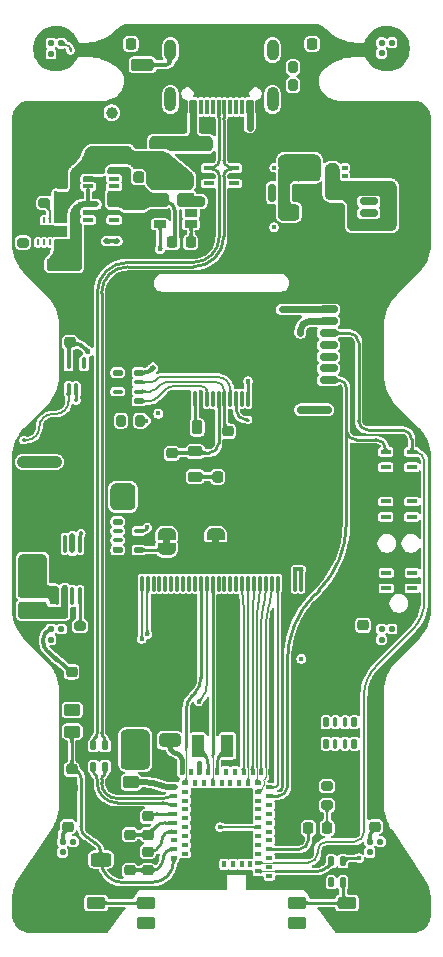
<source format=gtl>
%TF.GenerationSoftware,KiCad,Pcbnew,9.0.2*%
%TF.CreationDate,2025-05-11T16:43:21+01:00*%
%TF.ProjectId,mariposa,6d617269-706f-4736-912e-6b696361645f,2.0*%
%TF.SameCoordinates,Original*%
%TF.FileFunction,Copper,L1,Top*%
%TF.FilePolarity,Positive*%
%FSLAX46Y46*%
G04 Gerber Fmt 4.6, Leading zero omitted, Abs format (unit mm)*
G04 Created by KiCad (PCBNEW 9.0.2) date 2025-05-11 16:43:21*
%MOMM*%
%LPD*%
G01*
G04 APERTURE LIST*
G04 Aperture macros list*
%AMRoundRect*
0 Rectangle with rounded corners*
0 $1 Rounding radius*
0 $2 $3 $4 $5 $6 $7 $8 $9 X,Y pos of 4 corners*
0 Add a 4 corners polygon primitive as box body*
4,1,4,$2,$3,$4,$5,$6,$7,$8,$9,$2,$3,0*
0 Add four circle primitives for the rounded corners*
1,1,$1+$1,$2,$3*
1,1,$1+$1,$4,$5*
1,1,$1+$1,$6,$7*
1,1,$1+$1,$8,$9*
0 Add four rect primitives between the rounded corners*
20,1,$1+$1,$2,$3,$4,$5,0*
20,1,$1+$1,$4,$5,$6,$7,0*
20,1,$1+$1,$6,$7,$8,$9,0*
20,1,$1+$1,$8,$9,$2,$3,0*%
%AMFreePoly0*
4,1,23,0.500000,-0.750000,0.000000,-0.750000,0.000000,-0.745722,-0.065263,-0.745722,-0.191342,-0.711940,-0.304381,-0.646677,-0.396677,-0.554381,-0.461940,-0.441342,-0.495722,-0.315263,-0.495722,-0.250000,-0.500000,-0.250000,-0.500000,0.250000,-0.495722,0.250000,-0.495722,0.315263,-0.461940,0.441342,-0.396677,0.554381,-0.304381,0.646677,-0.191342,0.711940,-0.065263,0.745722,0.000000,0.745722,
0.000000,0.750000,0.500000,0.750000,0.500000,-0.750000,0.500000,-0.750000,$1*%
%AMFreePoly1*
4,1,23,0.000000,0.745722,0.065263,0.745722,0.191342,0.711940,0.304381,0.646677,0.396677,0.554381,0.461940,0.441342,0.495722,0.315263,0.495722,0.250000,0.500000,0.250000,0.500000,-0.250000,0.495722,-0.250000,0.495722,-0.315263,0.461940,-0.441342,0.396677,-0.554381,0.304381,-0.646677,0.191342,-0.711940,0.065263,-0.745722,0.000000,-0.745722,0.000000,-0.750000,-0.500000,-0.750000,
-0.500000,0.750000,0.000000,0.750000,0.000000,0.745722,0.000000,0.745722,$1*%
G04 Aperture macros list end*
%TA.AperFunction,EtchedComponent*%
%ADD10C,0.000000*%
%TD*%
%TA.AperFunction,SMDPad,CuDef*%
%ADD11RoundRect,0.225000X0.250000X-0.225000X0.250000X0.225000X-0.250000X0.225000X-0.250000X-0.225000X0*%
%TD*%
%TA.AperFunction,SMDPad,CuDef*%
%ADD12RoundRect,0.250000X-0.650000X0.325000X-0.650000X-0.325000X0.650000X-0.325000X0.650000X0.325000X0*%
%TD*%
%TA.AperFunction,SMDPad,CuDef*%
%ADD13RoundRect,0.225000X-0.250000X0.225000X-0.250000X-0.225000X0.250000X-0.225000X0.250000X0.225000X0*%
%TD*%
%TA.AperFunction,SMDPad,CuDef*%
%ADD14RoundRect,0.200000X-0.275000X0.200000X-0.275000X-0.200000X0.275000X-0.200000X0.275000X0.200000X0*%
%TD*%
%TA.AperFunction,SMDPad,CuDef*%
%ADD15RoundRect,0.150000X0.625000X-0.150000X0.625000X0.150000X-0.625000X0.150000X-0.625000X-0.150000X0*%
%TD*%
%TA.AperFunction,SMDPad,CuDef*%
%ADD16RoundRect,0.250000X0.650000X-0.350000X0.650000X0.350000X-0.650000X0.350000X-0.650000X-0.350000X0*%
%TD*%
%TA.AperFunction,SMDPad,CuDef*%
%ADD17RoundRect,0.050000X-0.500000X-0.250000X0.500000X-0.250000X0.500000X0.250000X-0.500000X0.250000X0*%
%TD*%
%TA.AperFunction,SMDPad,CuDef*%
%ADD18RoundRect,0.080000X-0.170000X-0.170000X0.170000X-0.170000X0.170000X0.170000X-0.170000X0.170000X0*%
%TD*%
%TA.AperFunction,SMDPad,CuDef*%
%ADD19RoundRect,0.218750X0.256250X-0.218750X0.256250X0.218750X-0.256250X0.218750X-0.256250X-0.218750X0*%
%TD*%
%TA.AperFunction,SMDPad,CuDef*%
%ADD20RoundRect,0.080000X-0.170000X0.320000X-0.170000X-0.320000X0.170000X-0.320000X0.170000X0.320000X0*%
%TD*%
%TA.AperFunction,SMDPad,CuDef*%
%ADD21RoundRect,0.200000X0.275000X-0.200000X0.275000X0.200000X-0.275000X0.200000X-0.275000X-0.200000X0*%
%TD*%
%TA.AperFunction,SMDPad,CuDef*%
%ADD22RoundRect,0.050000X-0.400000X-0.150000X0.400000X-0.150000X0.400000X0.150000X-0.400000X0.150000X0*%
%TD*%
%TA.AperFunction,SMDPad,CuDef*%
%ADD23RoundRect,0.250000X0.475000X-0.250000X0.475000X0.250000X-0.475000X0.250000X-0.475000X-0.250000X0*%
%TD*%
%TA.AperFunction,SMDPad,CuDef*%
%ADD24RoundRect,0.225000X-0.225000X-0.250000X0.225000X-0.250000X0.225000X0.250000X-0.225000X0.250000X0*%
%TD*%
%TA.AperFunction,SMDPad,CuDef*%
%ADD25C,1.000000*%
%TD*%
%TA.AperFunction,SMDPad,CuDef*%
%ADD26FreePoly0,270.000000*%
%TD*%
%TA.AperFunction,SMDPad,CuDef*%
%ADD27FreePoly1,270.000000*%
%TD*%
%TA.AperFunction,SMDPad,CuDef*%
%ADD28RoundRect,0.218750X-0.381250X0.218750X-0.381250X-0.218750X0.381250X-0.218750X0.381250X0.218750X0*%
%TD*%
%TA.AperFunction,SMDPad,CuDef*%
%ADD29RoundRect,0.050000X0.400000X0.200000X-0.400000X0.200000X-0.400000X-0.200000X0.400000X-0.200000X0*%
%TD*%
%TA.AperFunction,SMDPad,CuDef*%
%ADD30RoundRect,0.080000X0.170000X-0.320000X0.170000X0.320000X-0.170000X0.320000X-0.170000X-0.320000X0*%
%TD*%
%TA.AperFunction,SMDPad,CuDef*%
%ADD31RoundRect,0.100000X0.100000X-0.375000X0.100000X0.375000X-0.100000X0.375000X-0.100000X-0.375000X0*%
%TD*%
%TA.AperFunction,SMDPad,CuDef*%
%ADD32RoundRect,0.125000X0.275000X0.125000X-0.275000X0.125000X-0.275000X-0.125000X0.275000X-0.125000X0*%
%TD*%
%TA.AperFunction,SMDPad,CuDef*%
%ADD33RoundRect,0.100000X0.300000X0.100000X-0.300000X0.100000X-0.300000X-0.100000X0.300000X-0.100000X0*%
%TD*%
%TA.AperFunction,SMDPad,CuDef*%
%ADD34RoundRect,0.225000X0.225000X0.250000X-0.225000X0.250000X-0.225000X-0.250000X0.225000X-0.250000X0*%
%TD*%
%TA.AperFunction,SMDPad,CuDef*%
%ADD35RoundRect,0.080000X0.220000X0.545000X-0.220000X0.545000X-0.220000X-0.545000X0.220000X-0.545000X0*%
%TD*%
%TA.AperFunction,SMDPad,CuDef*%
%ADD36RoundRect,0.080000X0.070000X0.545000X-0.070000X0.545000X-0.070000X-0.545000X0.070000X-0.545000X0*%
%TD*%
%TA.AperFunction,ComponentPad*%
%ADD37O,1.000000X2.100000*%
%TD*%
%TA.AperFunction,ComponentPad*%
%ADD38O,1.000000X1.800000*%
%TD*%
%TA.AperFunction,SMDPad,CuDef*%
%ADD39RoundRect,0.200000X0.200000X0.275000X-0.200000X0.275000X-0.200000X-0.275000X0.200000X-0.275000X0*%
%TD*%
%TA.AperFunction,SMDPad,CuDef*%
%ADD40RoundRect,0.200000X0.600000X-0.200000X0.600000X0.200000X-0.600000X0.200000X-0.600000X-0.200000X0*%
%TD*%
%TA.AperFunction,SMDPad,CuDef*%
%ADD41RoundRect,0.250001X1.249999X-0.799999X1.249999X0.799999X-1.249999X0.799999X-1.249999X-0.799999X0*%
%TD*%
%TA.AperFunction,SMDPad,CuDef*%
%ADD42RoundRect,0.250000X0.450000X-0.262500X0.450000X0.262500X-0.450000X0.262500X-0.450000X-0.262500X0*%
%TD*%
%TA.AperFunction,SMDPad,CuDef*%
%ADD43RoundRect,0.050000X0.100000X-0.675000X0.100000X0.675000X-0.100000X0.675000X-0.100000X-0.675000X0*%
%TD*%
%TA.AperFunction,HeatsinkPad*%
%ADD44C,0.400000*%
%TD*%
%TA.AperFunction,HeatsinkPad*%
%ADD45C,0.600000*%
%TD*%
%TA.AperFunction,HeatsinkPad*%
%ADD46RoundRect,0.112102X1.437898X-0.987898X1.437898X0.987898X-1.437898X0.987898X-1.437898X-0.987898X0*%
%TD*%
%TA.AperFunction,SMDPad,CuDef*%
%ADD47RoundRect,0.075000X0.075000X0.575000X-0.075000X0.575000X-0.075000X-0.575000X0.075000X-0.575000X0*%
%TD*%
%TA.AperFunction,SMDPad,CuDef*%
%ADD48RoundRect,0.250000X0.650000X0.850000X-0.650000X0.850000X-0.650000X-0.850000X0.650000X-0.850000X0*%
%TD*%
%TA.AperFunction,SMDPad,CuDef*%
%ADD49RoundRect,0.218750X0.218750X0.381250X-0.218750X0.381250X-0.218750X-0.381250X0.218750X-0.381250X0*%
%TD*%
%TA.AperFunction,SMDPad,CuDef*%
%ADD50RoundRect,0.100000X-0.150000X-0.100000X0.150000X-0.100000X0.150000X0.100000X-0.150000X0.100000X0*%
%TD*%
%TA.AperFunction,SMDPad,CuDef*%
%ADD51RoundRect,0.110000X-0.665000X-0.390000X0.665000X-0.390000X0.665000X0.390000X-0.665000X0.390000X0*%
%TD*%
%TA.AperFunction,SMDPad,CuDef*%
%ADD52RoundRect,0.250000X-0.325000X-0.650000X0.325000X-0.650000X0.325000X0.650000X-0.325000X0.650000X0*%
%TD*%
%TA.AperFunction,SMDPad,CuDef*%
%ADD53RoundRect,0.040000X0.235000X0.160000X-0.235000X0.160000X-0.235000X-0.160000X0.235000X-0.160000X0*%
%TD*%
%TA.AperFunction,SMDPad,CuDef*%
%ADD54RoundRect,0.040000X-0.160000X0.235000X-0.160000X-0.235000X0.160000X-0.235000X0.160000X0.235000X0*%
%TD*%
%TA.AperFunction,SMDPad,CuDef*%
%ADD55RoundRect,0.250000X-0.850000X0.375000X-0.850000X-0.375000X0.850000X-0.375000X0.850000X0.375000X0*%
%TD*%
%TA.AperFunction,SMDPad,CuDef*%
%ADD56RoundRect,0.200000X-0.200000X-0.275000X0.200000X-0.275000X0.200000X0.275000X-0.200000X0.275000X0*%
%TD*%
%TA.AperFunction,SMDPad,CuDef*%
%ADD57RoundRect,0.250000X-0.625000X0.312500X-0.625000X-0.312500X0.625000X-0.312500X0.625000X0.312500X0*%
%TD*%
%TA.AperFunction,SMDPad,CuDef*%
%ADD58RoundRect,0.250000X-0.700000X0.275000X-0.700000X-0.275000X0.700000X-0.275000X0.700000X0.275000X0*%
%TD*%
%TA.AperFunction,SMDPad,CuDef*%
%ADD59RoundRect,0.050000X-0.075000X-0.200000X0.075000X-0.200000X0.075000X0.200000X-0.075000X0.200000X0*%
%TD*%
%TA.AperFunction,ComponentPad*%
%ADD60C,0.499999*%
%TD*%
%TA.AperFunction,SMDPad,CuDef*%
%ADD61RoundRect,0.050000X-0.750000X0.400000X-0.750000X-0.400000X0.750000X-0.400000X0.750000X0.400000X0*%
%TD*%
%TA.AperFunction,SMDPad,CuDef*%
%ADD62RoundRect,0.143000X0.407000X0.807000X-0.407000X0.807000X-0.407000X-0.807000X0.407000X-0.807000X0*%
%TD*%
%TA.AperFunction,SMDPad,CuDef*%
%ADD63RoundRect,0.218750X-0.256250X0.218750X-0.256250X-0.218750X0.256250X-0.218750X0.256250X0.218750X0*%
%TD*%
%TA.AperFunction,SMDPad,CuDef*%
%ADD64RoundRect,0.218750X-0.218750X-0.256250X0.218750X-0.256250X0.218750X0.256250X-0.218750X0.256250X0*%
%TD*%
%TA.AperFunction,SMDPad,CuDef*%
%ADD65RoundRect,0.150000X-0.150000X-0.625000X0.150000X-0.625000X0.150000X0.625000X-0.150000X0.625000X0*%
%TD*%
%TA.AperFunction,SMDPad,CuDef*%
%ADD66RoundRect,0.250000X-0.350000X-0.650000X0.350000X-0.650000X0.350000X0.650000X-0.350000X0.650000X0*%
%TD*%
%TA.AperFunction,SMDPad,CuDef*%
%ADD67RoundRect,0.125000X-0.125000X0.275000X-0.125000X-0.275000X0.125000X-0.275000X0.125000X0.275000X0*%
%TD*%
%TA.AperFunction,SMDPad,CuDef*%
%ADD68RoundRect,0.100000X-0.100000X0.300000X-0.100000X-0.300000X0.100000X-0.300000X0.100000X0.300000X0*%
%TD*%
%TA.AperFunction,SMDPad,CuDef*%
%ADD69RoundRect,0.250000X0.700000X-0.275000X0.700000X0.275000X-0.700000X0.275000X-0.700000X-0.275000X0*%
%TD*%
%TA.AperFunction,SMDPad,CuDef*%
%ADD70RoundRect,0.075000X-0.075000X-0.575000X0.075000X-0.575000X0.075000X0.575000X-0.075000X0.575000X0*%
%TD*%
%TA.AperFunction,SMDPad,CuDef*%
%ADD71RoundRect,0.250000X-0.650000X-0.850000X0.650000X-0.850000X0.650000X0.850000X-0.650000X0.850000X0*%
%TD*%
%TA.AperFunction,ComponentPad*%
%ADD72C,5.600000*%
%TD*%
%TA.AperFunction,ViaPad*%
%ADD73C,0.400000*%
%TD*%
%TA.AperFunction,ViaPad*%
%ADD74C,0.450000*%
%TD*%
%TA.AperFunction,ViaPad*%
%ADD75C,0.300000*%
%TD*%
%TA.AperFunction,ViaPad*%
%ADD76C,0.500000*%
%TD*%
%TA.AperFunction,ViaPad*%
%ADD77C,0.550000*%
%TD*%
%TA.AperFunction,ViaPad*%
%ADD78C,0.350000*%
%TD*%
%TA.AperFunction,ViaPad*%
%ADD79C,0.360000*%
%TD*%
%TA.AperFunction,ViaPad*%
%ADD80C,0.380000*%
%TD*%
%TA.AperFunction,ViaPad*%
%ADD81C,0.320000*%
%TD*%
%TA.AperFunction,Conductor*%
%ADD82C,0.500000*%
%TD*%
%TA.AperFunction,Conductor*%
%ADD83C,0.400000*%
%TD*%
%TA.AperFunction,Conductor*%
%ADD84C,1.000000*%
%TD*%
%TA.AperFunction,Conductor*%
%ADD85C,0.300000*%
%TD*%
%TA.AperFunction,Conductor*%
%ADD86C,0.240000*%
%TD*%
%TA.AperFunction,Conductor*%
%ADD87C,0.360000*%
%TD*%
%TA.AperFunction,Conductor*%
%ADD88C,0.600000*%
%TD*%
%TA.AperFunction,Conductor*%
%ADD89C,0.700000*%
%TD*%
%TA.AperFunction,Conductor*%
%ADD90C,0.220000*%
%TD*%
%TA.AperFunction,Conductor*%
%ADD91C,0.110000*%
%TD*%
%TA.AperFunction,Conductor*%
%ADD92C,0.200000*%
%TD*%
%TA.AperFunction,Conductor*%
%ADD93C,0.180000*%
%TD*%
%TA.AperFunction,Conductor*%
%ADD94C,0.160000*%
%TD*%
%TA.AperFunction,Conductor*%
%ADD95C,0.540000*%
%TD*%
%TA.AperFunction,Conductor*%
%ADD96C,0.130000*%
%TD*%
G04 APERTURE END LIST*
D10*
%TA.AperFunction,EtchedComponent*%
%TO.C,JP5*%
G36*
X147300000Y-100034321D02*
G01*
X146700000Y-100034321D01*
X146700000Y-99534321D01*
X147300000Y-99534321D01*
X147300000Y-100034321D01*
G37*
%TD.AperFunction*%
%TA.AperFunction,EtchedComponent*%
%TO.C,JP2*%
G36*
X143150000Y-100034321D02*
G01*
X142550000Y-100034321D01*
X142550000Y-99534321D01*
X143150000Y-99534321D01*
X143150000Y-100034321D01*
G37*
%TD.AperFunction*%
%TD*%
D11*
%TO.P,C7,1*%
%TO.N,VBUS*%
X136850000Y-66909321D03*
%TO.P,C7,2*%
%TO.N,GND*%
X136850000Y-65359321D03*
%TD*%
D12*
%TO.P,C49,1*%
%TO.N,GND*%
X143100000Y-113659321D03*
%TO.P,C49,2*%
%TO.N,VCC*%
X143100000Y-116609321D03*
%TD*%
D13*
%TO.P,C8,1*%
%TO.N,VDC*%
X140330000Y-71189321D03*
%TO.P,C8,2*%
%TO.N,GND*%
X140330000Y-72739321D03*
%TD*%
D14*
%TO.P,R11,1*%
%TO.N,Net-(U1-VSET)*%
X135530000Y-106919321D03*
%TO.P,R11,2*%
%TO.N,GND*%
X135530000Y-108569321D03*
%TD*%
D15*
%TO.P,J8,1,Pin_1*%
%TO.N,GND*%
X159974998Y-73984320D03*
%TO.P,J8,2,Pin_2*%
%TO.N,VCC*%
X159975001Y-72984320D03*
%TO.P,J8,3,Pin_3*%
%TO.N,sda*%
X159975001Y-71984322D03*
%TO.P,J8,4,Pin_4*%
%TO.N,scl*%
X159974999Y-70984321D03*
D16*
%TO.P,J8,MP,MountPin*%
%TO.N,GND*%
X163850000Y-75284321D03*
X163850000Y-69684320D03*
%TD*%
D17*
%TO.P,U4,1,VIN*%
%TO.N,VDC*%
X142300000Y-71011821D03*
%TO.P,U4,2,GND*%
%TO.N,GND*%
X142300000Y-71961821D03*
%TO.P,U4,3,ON*%
%TO.N,ext_on*%
X142300000Y-72911821D03*
%TO.P,U4,4,CT*%
%TO.N,Net-(U4-CT)*%
X144900000Y-72911821D03*
%TO.P,U4,5,QOD*%
%TO.N,unconnected-(U4-QOD-Pad5)*%
X144900000Y-71961821D03*
%TO.P,U4,6,VOUT*%
%TO.N,PRI_LO*%
X144900000Y-71011821D03*
%TD*%
D18*
%TO.P,D20,1,VDD*%
%TO.N,PRI_LO*%
X133050000Y-107184321D03*
%TO.P,D20,2,DOUT*%
%TO.N,Net-(D20-DOUT)*%
X133050000Y-108084321D03*
%TO.P,D20,3,GND*%
%TO.N,GND*%
X133950000Y-108084321D03*
%TO.P,D20,4,DIN*%
%TO.N,Net-(D19-DOUT)*%
X133950000Y-107184321D03*
%TD*%
D19*
%TO.P,L2,1,+*%
%TO.N,Net-(L2-+)*%
X141250000Y-124601821D03*
%TO.P,L2,2,-*%
%TO.N,Net-(L2--)*%
X141250000Y-123026821D03*
%TD*%
D20*
%TO.P,RN5,1,R1.1*%
%TO.N,D+*%
X137660000Y-117034321D03*
%TO.P,RN5,2,R2.1*%
%TO.N,D-*%
X136660000Y-117034321D03*
%TO.P,RN5,3,R2.2*%
%TO.N,MCU_D-*%
X136660000Y-118834321D03*
%TO.P,RN5,4,R1.2*%
%TO.N,MCU_D+*%
X137660000Y-118834321D03*
%TD*%
D21*
%TO.P,R7,1*%
%TO.N,Net-(U2-ISET)*%
X132500000Y-71109321D03*
%TO.P,R7,2*%
%TO.N,GND*%
X132500000Y-69459321D03*
%TD*%
D13*
%TO.P,C18,1*%
%TO.N,GND*%
X139730000Y-123039321D03*
%TO.P,C18,2*%
%TO.N,Net-(L2-+)*%
X139730000Y-124589321D03*
%TD*%
D22*
%TO.P,D13,1,L1*%
%TO.N,reset*%
X161450000Y-102434321D03*
%TO.P,D13,2,VN*%
%TO.N,GND*%
X161450000Y-103084321D03*
%TO.P,D13,3,L2*%
%TO.N,VCC*%
X161450000Y-103734321D03*
%TO.P,D13,4,L3*%
%TO.N,swdio*%
X163650000Y-103734321D03*
%TO.P,D13,5,NC*%
%TO.N,GND*%
X163650000Y-103084321D03*
%TO.P,D13,6,L4*%
%TO.N,swdclk*%
X163650000Y-102434321D03*
%TD*%
D13*
%TO.P,C19,1*%
%TO.N,GND*%
X139730000Y-126059321D03*
%TO.P,C19,2*%
%TO.N,Net-(L3--)*%
X139730000Y-127609321D03*
%TD*%
D23*
%TO.P,C45,1*%
%TO.N,VCC*%
X131200000Y-101484321D03*
%TO.P,C45,2*%
%TO.N,GND*%
X131200000Y-99584321D03*
%TD*%
D24*
%TO.P,C4,1,+*%
%TO.N,GND*%
X140495000Y-66034321D03*
%TO.P,C4,2,-*%
%TO.N,LINE*%
X142045000Y-66034321D03*
%TD*%
D25*
%TO.P,TP5,1,1*%
%TO.N,argb_data*%
X138210000Y-63464321D03*
%TD*%
D26*
%TO.P,JP5,1,A*%
%TO.N,ll_pull_down*%
X147000000Y-99134321D03*
D27*
%TO.P,JP5,2,B*%
%TO.N,GND*%
X147000000Y-100434321D03*
%TD*%
D21*
%TO.P,R15,1*%
%TO.N,Net-(U2-VSET)*%
X130700000Y-74459321D03*
%TO.P,R15,2*%
%TO.N,GND*%
X130700000Y-72809321D03*
%TD*%
D28*
%TO.P,FB3,1*%
%TO.N,Net-(J6-Pin_6)*%
X145280000Y-92151821D03*
%TO.P,FB3,2*%
%TO.N,VCC*%
X145280000Y-94276821D03*
%TD*%
D24*
%TO.P,C5,1,+*%
%TO.N,GND*%
X140490000Y-68934321D03*
%TO.P,C5,2,-*%
%TO.N,VBUS*%
X142040000Y-68934321D03*
%TD*%
D18*
%TO.P,D16,1,VDD*%
%TO.N,PRI_LO*%
X161050000Y-57534321D03*
%TO.P,D16,2,DOUT*%
%TO.N,Net-(D16-DOUT)*%
X161050000Y-58434321D03*
%TO.P,D16,3,GND*%
%TO.N,GND*%
X161950000Y-58434321D03*
%TO.P,D16,4,DIN*%
%TO.N,Net-(D15-DOUT)*%
X161950000Y-57534321D03*
%TD*%
D11*
%TO.P,C21,1*%
%TO.N,GND*%
X134800000Y-112359321D03*
%TO.P,C21,2*%
%TO.N,PRI_LO*%
X134800000Y-110809321D03*
%TD*%
D22*
%TO.P,U3,1,VIN*%
%TO.N,+BATT*%
X136200000Y-71234321D03*
%TO.P,U3,2,GND*%
%TO.N,GND*%
X136200000Y-71884321D03*
%TO.P,U3,3,~{CE}*%
%TO.N,USB_ST*%
X136200000Y-72534321D03*
%TO.P,U3,4,NC*%
%TO.N,unconnected-(U3-NC-Pad4)*%
X138400000Y-72534321D03*
%TO.P,U3,5,ST*%
%TO.N,GND*%
X138400000Y-71884321D03*
%TO.P,U3,6,VOUT*%
%TO.N,VDC*%
X138400000Y-71234321D03*
%TD*%
D18*
%TO.P,D15,1,VDD*%
%TO.N,PRI_LO*%
X133050000Y-57584321D03*
%TO.P,D15,2,DOUT*%
%TO.N,Net-(D15-DOUT)*%
X133050000Y-58484321D03*
%TO.P,D15,3,GND*%
%TO.N,GND*%
X133950000Y-58484321D03*
%TO.P,D15,4,DIN*%
%TO.N,argb_data*%
X133950000Y-57584321D03*
%TD*%
D26*
%TO.P,JP2,1,A*%
%TO.N,Net-(JP2-A)*%
X142850000Y-99134321D03*
D27*
%TO.P,JP2,2,B*%
%TO.N,vcc_en*%
X142850000Y-100434321D03*
%TD*%
D29*
%TO.P,D9,1,K*%
%TO.N,GND*%
X148800000Y-66304321D03*
%TO.P,D9,2,A*%
%TO.N,LINE*%
X146200000Y-66304321D03*
%TD*%
D18*
%TO.P,D19,1,VDD*%
%TO.N,PRI_LO*%
X134050000Y-125184321D03*
%TO.P,D19,2,DOUT*%
%TO.N,Net-(D19-DOUT)*%
X134050000Y-126084321D03*
%TO.P,D19,3,GND*%
%TO.N,GND*%
X134950000Y-126084321D03*
%TO.P,D19,4,DIN*%
%TO.N,Net-(D18-DOUT)*%
X134950000Y-125184321D03*
%TD*%
D30*
%TO.P,RN9,1,R1.1*%
%TO.N,Net-(RN9-R1.1)*%
X156800000Y-128634321D03*
%TO.P,RN9,2,R2.1*%
%TO.N,Net-(RN9-R2.1)*%
X157800000Y-128634321D03*
%TO.P,RN9,3,R2.2*%
%TO.N,reset*%
X157800000Y-126834321D03*
%TO.P,RN9,4,R1.2*%
%TO.N,eepy*%
X156800000Y-126834321D03*
%TD*%
D31*
%TO.P,U7,1,~{OE}*%
%TO.N,ll_oe*%
X134550000Y-86884321D03*
%TO.P,U7,2,A*%
%TO.N,argb*%
X135200000Y-86884321D03*
%TO.P,U7,3,GND*%
%TO.N,GND*%
X135850000Y-86884321D03*
%TO.P,U7,4,Y*%
%TO.N,argb_data*%
X135850000Y-84684321D03*
%TO.P,U7,5,VCC*%
%TO.N,PRI_LO*%
X134550000Y-84684321D03*
%TD*%
D13*
%TO.P,C10,1,+*%
%TO.N,BATT_READ*%
X134800000Y-119059321D03*
%TO.P,C10,2,-*%
%TO.N,GND*%
X134800000Y-120609321D03*
%TD*%
D32*
%TO.P,RN7,1,R1.1*%
%TO.N,extmode*%
X140500000Y-87884321D03*
D33*
%TO.P,RN7,2,R2.1*%
%TO.N,disp*%
X140500000Y-87084321D03*
%TO.P,RN7,3,R3.1*%
%TO.N,extcomin*%
X140500000Y-86284321D03*
D32*
%TO.P,RN7,4,R4.1*%
%TO.N,VBUS*%
X140500000Y-85484321D03*
%TO.P,RN7,5,R4.2*%
%TO.N,USB_ST*%
X138700000Y-85484321D03*
D33*
%TO.P,RN7,6,R3.2*%
%TO.N,GND*%
X138700000Y-86284321D03*
%TO.P,RN7,7,R2.2*%
%TO.N,VCC*%
X138700000Y-87084321D03*
D32*
%TO.P,RN7,8,R1.2*%
%TO.N,GND*%
X138700000Y-87884321D03*
%TD*%
D22*
%TO.P,D12,1,L1*%
%TO.N,sp{slash}ce pwm*%
X161400000Y-92184321D03*
%TO.P,D12,2,VN*%
%TO.N,GND*%
X161400000Y-92834321D03*
%TO.P,D12,3,L2*%
%TO.N,sda*%
X161400000Y-93484321D03*
%TO.P,D12,4,L3*%
%TO.N,scl*%
X163600000Y-93484321D03*
%TO.P,D12,5,NC*%
%TO.N,GND*%
X163600000Y-92834321D03*
%TO.P,D12,6,L4*%
%TO.N,sp{slash}ce cs*%
X163600000Y-92184321D03*
%TD*%
D24*
%TO.P,C3,1*%
%TO.N,VCC*%
X147175000Y-94284321D03*
%TO.P,C3,2*%
%TO.N,GND*%
X148725000Y-94284321D03*
%TD*%
D13*
%TO.P,C1,1*%
%TO.N,disp*%
X148075000Y-90434321D03*
%TO.P,C1,2*%
%TO.N,GND*%
X148075000Y-91984321D03*
%TD*%
D18*
%TO.P,D18,1,VDD*%
%TO.N,PRI_LO*%
X160050000Y-125184321D03*
%TO.P,D18,2,DOUT*%
%TO.N,Net-(D18-DOUT)*%
X160050000Y-126084321D03*
%TO.P,D18,3,GND*%
%TO.N,GND*%
X160950000Y-126084321D03*
%TO.P,D18,4,DIN*%
%TO.N,Net-(D17-DOUT)*%
X160950000Y-125184321D03*
%TD*%
D22*
%TO.P,U6,1,VIN*%
%TO.N,VBUS*%
X136200000Y-68409321D03*
%TO.P,U6,2,GND*%
%TO.N,GND*%
X136200000Y-69059321D03*
%TO.P,U6,3,~{CE}*%
%TO.N,+BATT*%
X136200000Y-69709321D03*
%TO.P,U6,4,NC*%
%TO.N,unconnected-(U6-NC-Pad4)*%
X138400000Y-69709321D03*
%TO.P,U6,5,ST*%
%TO.N,USB_ST*%
X138400000Y-69059321D03*
%TO.P,U6,6,VOUT*%
%TO.N,VDC*%
X138400000Y-68409321D03*
%TD*%
D23*
%TO.P,C53,1*%
%TO.N,PRI_LO*%
X153480000Y-67734321D03*
%TO.P,C53,2*%
%TO.N,GND*%
X153480000Y-65834321D03*
%TD*%
D34*
%TO.P,C14,1*%
%TO.N,GND*%
X141375000Y-57634321D03*
%TO.P,C14,2*%
%TO.N,PRI_LO*%
X139825000Y-57634321D03*
%TD*%
D22*
%TO.P,D14,1,L1*%
%TO.N,mosi*%
X161400000Y-96384321D03*
%TO.P,D14,2,VN*%
%TO.N,GND*%
X161400000Y-97034321D03*
%TO.P,D14,3,L2*%
%TO.N,miso*%
X161400000Y-97684321D03*
%TO.P,D14,4,L3*%
%TO.N,unconnected-(D14-L3-Pad4)*%
X163600000Y-97684321D03*
%TO.P,D14,5,NC*%
%TO.N,GND*%
X163600000Y-97034321D03*
%TO.P,D14,6,L4*%
%TO.N,sck*%
X163600000Y-96384321D03*
%TD*%
D35*
%TO.P,J4,A1,GND*%
%TO.N,GND*%
X150700000Y-62974321D03*
%TO.P,J4,A4,VBUS*%
%TO.N,LINE*%
X149900000Y-62974321D03*
D36*
%TO.P,J4,A5,CC1*%
%TO.N,Net-(J4-CC1)*%
X148750000Y-62974321D03*
%TO.P,J4,A6,D+*%
%TO.N,D+*%
X147750000Y-62974321D03*
%TO.P,J4,A7,D-*%
%TO.N,D-*%
X147250000Y-62974321D03*
%TO.P,J4,A8,SBU1*%
%TO.N,unconnected-(J4-SBU1-PadA8)*%
X146250000Y-62974321D03*
D35*
%TO.P,J4,A9,VBUS*%
%TO.N,LINE*%
X145100000Y-62974321D03*
%TO.P,J4,A12,GND*%
%TO.N,GND*%
X144300000Y-62974321D03*
%TO.P,J4,B1,GND*%
X144300000Y-62974321D03*
%TO.P,J4,B4,VBUS*%
%TO.N,LINE*%
X145100000Y-62974321D03*
D36*
%TO.P,J4,B5,CC2*%
%TO.N,Net-(J4-CC2)*%
X145750000Y-62974321D03*
%TO.P,J4,B6,D+*%
%TO.N,D+*%
X146750000Y-62974321D03*
%TO.P,J4,B7,D-*%
%TO.N,D-*%
X148250000Y-62974321D03*
%TO.P,J4,B8,SBU2*%
%TO.N,unconnected-(J4-SBU2-PadB8)*%
X149250000Y-62974321D03*
D35*
%TO.P,J4,B9,VBUS*%
%TO.N,LINE*%
X149900000Y-62974321D03*
%TO.P,J4,B12,GND*%
%TO.N,GND*%
X150700000Y-62974321D03*
D37*
%TO.P,J4,S1,SHIELD*%
%TO.N,Net-(J4-SHIELD)*%
X151820000Y-62349321D03*
D38*
X151820000Y-58169321D03*
D37*
X143180000Y-62349321D03*
D38*
X143180000Y-58169321D03*
%TD*%
D39*
%TO.P,R13,1*%
%TO.N,argb_data_out*%
X140625000Y-89534321D03*
%TO.P,R13,2*%
%TO.N,Net-(D20-DOUT)*%
X138975000Y-89534321D03*
%TD*%
D40*
%TO.P,BT1,1,Pin_1*%
%TO.N,GND*%
X131100000Y-94284321D03*
%TO.P,BT1,2,Pin_2*%
%TO.N,+BATT*%
X131100000Y-93034321D03*
D41*
%TO.P,BT1,MP,MountPin*%
%TO.N,GND*%
X134000000Y-96834321D03*
X134000000Y-90484321D03*
%TD*%
D42*
%TO.P,R21,1*%
%TO.N,Net-(MDBT1-VBUS)*%
X139850000Y-120146821D03*
%TO.P,R21,2*%
%TO.N,VBUS*%
X139850000Y-118321821D03*
%TD*%
D13*
%TO.P,C20,1*%
%TO.N,GND*%
X134500000Y-122359321D03*
%TO.P,C20,2*%
%TO.N,PRI_LO*%
X134500000Y-123909321D03*
%TD*%
D18*
%TO.P,D17,1,VDD*%
%TO.N,PRI_LO*%
X161050000Y-107184321D03*
%TO.P,D17,2,DOUT*%
%TO.N,Net-(D17-DOUT)*%
X161050000Y-108084321D03*
%TO.P,D17,3,GND*%
%TO.N,GND*%
X161950000Y-108084321D03*
%TO.P,D17,4,DIN*%
%TO.N,Net-(D16-DOUT)*%
X161950000Y-107184321D03*
%TD*%
D43*
%TO.P,U1,1,VOS*%
%TO.N,VCC*%
X133580000Y-104369321D03*
%TO.P,U1,2,SW*%
%TO.N,SW*%
X134230000Y-104369321D03*
%TO.P,U1,3,MODE*%
%TO.N,vcc_mode*%
X134880000Y-104369321D03*
%TO.P,U1,4,VSET*%
%TO.N,Net-(U1-VSET)*%
X135530000Y-104369321D03*
%TO.P,U1,5,EN*%
%TO.N,Net-(JP2-A)*%
X135530000Y-99969321D03*
%TO.P,U1,6,VIN*%
%TO.N,VDC*%
X134880000Y-99969321D03*
%TO.P,U1,7,NC*%
%TO.N,unconnected-(U1-NC-Pad7)*%
X134230000Y-99969321D03*
%TO.P,U1,8,GND*%
%TO.N,GND*%
X133580000Y-99969321D03*
D44*
%TO.P,U1,9,GND*%
X133255000Y-102719321D03*
D45*
X134555000Y-102719321D03*
D44*
X135855000Y-102719321D03*
D46*
X134555000Y-102169321D03*
D44*
X133255000Y-101619321D03*
D45*
X134555000Y-101619321D03*
D44*
X135855000Y-101619321D03*
%TD*%
D47*
%TO.P,J6,1,Pin_1*%
%TO.N,sck*%
X149750000Y-87684321D03*
%TO.P,J6,2,Pin_2*%
%TO.N,mosi*%
X149250000Y-87684321D03*
%TO.P,J6,3,Pin_3*%
%TO.N,cs*%
X148750000Y-87684321D03*
%TO.P,J6,4,Pin_4*%
%TO.N,extcomin*%
X148250000Y-87684321D03*
%TO.P,J6,5,Pin_5*%
%TO.N,disp*%
X147750000Y-87684321D03*
%TO.P,J6,6,Pin_6*%
%TO.N,Net-(J6-Pin_6)*%
X147250000Y-87684321D03*
%TO.P,J6,7,Pin_7*%
%TO.N,VCC*%
X146750000Y-87684321D03*
%TO.P,J6,8,Pin_8*%
%TO.N,extmode*%
X146250000Y-87684321D03*
%TO.P,J6,9,Pin_9*%
%TO.N,GND*%
X145750000Y-87684321D03*
%TO.P,J6,10,Pin_10*%
%TO.N,Net-(J6-Pin_10)*%
X145250000Y-87684321D03*
D48*
%TO.P,J6,MP,MountPin*%
%TO.N,GND*%
X151650000Y-84434321D03*
X143350000Y-84434321D03*
%TD*%
D13*
%TO.P,C47,1*%
%TO.N,+BATT*%
X133200000Y-76359321D03*
%TO.P,C47,2*%
%TO.N,GND*%
X133200000Y-77909321D03*
%TD*%
D11*
%TO.P,C16,1*%
%TO.N,GND*%
X159500000Y-108409321D03*
%TO.P,C16,2*%
%TO.N,PRI_LO*%
X159500000Y-106859321D03*
%TD*%
D13*
%TO.P,C2,1*%
%TO.N,Net-(J6-Pin_6)*%
X143290000Y-92309321D03*
%TO.P,C2,2*%
%TO.N,GND*%
X143290000Y-93859321D03*
%TD*%
D22*
%TO.P,D10,1,L1*%
%TO.N,D-*%
X146400000Y-68154321D03*
%TO.P,D10,2,VN*%
%TO.N,GND*%
X146400000Y-68804321D03*
%TO.P,D10,3,L2*%
%TO.N,gpio2*%
X146400000Y-69454321D03*
%TO.P,D10,4,L3*%
%TO.N,argb_data_out*%
X148600000Y-69454321D03*
%TO.P,D10,5,NC*%
%TO.N,GND*%
X148600000Y-68804321D03*
%TO.P,D10,6,L4*%
%TO.N,D+*%
X148600000Y-68154321D03*
%TD*%
D42*
%TO.P,R9,1*%
%TO.N,BATT_READ*%
X134870000Y-115866821D03*
%TO.P,R9,2*%
%TO.N,+BATT*%
X134870000Y-114041821D03*
%TD*%
D32*
%TO.P,RN6,1,R1.1*%
%TO.N,vcc_en*%
X140500000Y-100484321D03*
D33*
%TO.P,RN6,2,R2.1*%
%TO.N,GND*%
X140500000Y-99684321D03*
%TO.P,RN6,3,R3.1*%
%TO.N,ll_pull_down*%
X140500000Y-98884321D03*
D32*
%TO.P,RN6,4,R4.1*%
%TO.N,GND*%
X140500000Y-98084321D03*
%TO.P,RN6,5,R4.2*%
%TO.N,bat_ts*%
X138700000Y-98084321D03*
D33*
%TO.P,RN6,6,R3.2*%
%TO.N,ll_oe*%
X138700000Y-98884321D03*
%TO.P,RN6,7,R2.2*%
%TO.N,vcc_mode*%
X138700000Y-99684321D03*
D32*
%TO.P,RN6,8,R1.2*%
%TO.N,VDC*%
X138700000Y-100484321D03*
%TD*%
D49*
%TO.P,FB4,1*%
%TO.N,Net-(J6-Pin_10)*%
X145432500Y-90094321D03*
%TO.P,FB4,2*%
%TO.N,GND*%
X143307500Y-90094321D03*
%TD*%
D50*
%TO.P,RN4,1,R1.1*%
%TO.N,VCC*%
X156950000Y-68134321D03*
%TO.P,RN4,2,R2.1*%
X156950000Y-68834321D03*
%TO.P,RN4,3,R2.2*%
%TO.N,sda*%
X157950000Y-68834321D03*
%TO.P,RN4,4,R1.2*%
%TO.N,scl*%
X157950000Y-68134321D03*
%TD*%
D51*
%TO.P,SW3,1,1*%
%TO.N,Net-(RN9-R1.1)*%
X136875000Y-130384321D03*
X141125000Y-130384321D03*
%TO.P,SW3,2,2*%
%TO.N,GND*%
X136875000Y-132084321D03*
X141125000Y-132084321D03*
%TD*%
D13*
%TO.P,C17,1*%
%TO.N,GND*%
X160500000Y-122359321D03*
%TO.P,C17,2*%
%TO.N,PRI_LO*%
X160500000Y-123909321D03*
%TD*%
D24*
%TO.P,C15,1*%
%TO.N,GND*%
X153625000Y-57634321D03*
%TO.P,C15,2*%
%TO.N,PRI_LO*%
X155175000Y-57634321D03*
%TD*%
D52*
%TO.P,C44,1*%
%TO.N,VDC*%
X138725000Y-96034321D03*
%TO.P,C44,2*%
%TO.N,GND*%
X141675000Y-96034321D03*
%TD*%
D13*
%TO.P,C46,1*%
%TO.N,GND*%
X134030000Y-69514321D03*
%TO.P,C46,2*%
%TO.N,VBUS*%
X134030000Y-71064321D03*
%TD*%
D53*
%TO.P,MDBT1,1,GND@1*%
%TO.N,GND*%
X151550000Y-129054321D03*
%TO.P,MDBT1,2,SWDCLK*%
%TO.N,swdclk_nrf*%
X151550000Y-128079321D03*
%TO.P,MDBT1,3,P1.08*%
%TO.N,eepy*%
X150600000Y-127704321D03*
%TO.P,MDBT1,4,SWDIO*%
%TO.N,swdio_nrf*%
X151550000Y-127329321D03*
%TO.P,MDBT1,5,P0.27/AIN6*%
%TO.N,sp{slash}ce cs*%
X150600000Y-126954321D03*
%TO.P,MDBT1,6,RESET*%
%TO.N,reset*%
X151550000Y-126579321D03*
%TO.P,MDBT1,7,P0.26/AIN5*%
%TO.N,ch1*%
X150600000Y-126204321D03*
%TO.P,MDBT1,8,P0.24*%
%TO.N,status_led*%
X151550000Y-125829321D03*
%TO.P,MDBT1,9,P0.25/AIN4*%
%TO.N,ch2*%
X150600000Y-125454321D03*
%TO.P,MDBT1,10,P1.06*%
%TO.N,unconnected-(MDBT1-P1.06-Pad10)*%
X151550000Y-125079321D03*
%TO.P,MDBT1,11,P1.04*%
%TO.N,unconnected-(MDBT1-P1.04-Pad11)*%
X150600000Y-124704321D03*
%TO.P,MDBT1,12,P0.21*%
%TO.N,ch14*%
X151550000Y-124329321D03*
%TO.P,MDBT1,13,P0.20*%
%TO.N,ch15*%
X150600000Y-123954321D03*
%TO.P,MDBT1,14,P0.19*%
%TO.N,ch16*%
X151550000Y-123579321D03*
%TO.P,MDBT1,15,P0.12/HSPI_DCX*%
%TO.N,dcx*%
X150600000Y-123204321D03*
%TO.P,MDBT1,16,P0.18/QSPI_CSN*%
%TO.N,ch17*%
X151550000Y-122829321D03*
%TO.P,MDBT1,17,P0.11/HSPI_CSN*%
%TO.N,cs*%
X150600000Y-122454321D03*
%TO.P,MDBT1,18,P0.10/HSPI_MISO*%
%TO.N,miso*%
X151550000Y-122079321D03*
%TO.P,MDBT1,19,P0.09/HSPI_MOSI*%
%TO.N,mosi*%
X150600000Y-121704321D03*
%TO.P,MDBT1,20,P0.07/AIN3*%
%TO.N,sp{slash}ce pwm*%
X151550000Y-121329321D03*
%TO.P,MDBT1,21,P0.13/QSPI0*%
%TO.N,ch23*%
X150600000Y-120954321D03*
%TO.P,MDBT1,22,P1.05*%
%TO.N,ch24*%
X151550000Y-120579321D03*
%TO.P,MDBT1,23,P0.15/QSPI2*%
%TO.N,ch21*%
X150600000Y-120204321D03*
D54*
%TO.P,MDBT1,24,GND@24*%
%TO.N,GND*%
X151625000Y-119254321D03*
%TO.P,MDBT1,25,P0.22*%
%TO.N,ch22*%
X150875000Y-119254321D03*
%TO.P,MDBT1,26,P0.17/QSPI_SCK*%
%TO.N,ch20*%
X150125000Y-119254321D03*
%TO.P,MDBT1,27,P0.14/QSPI1*%
%TO.N,ch19*%
X149750000Y-120204321D03*
%TO.P,MDBT1,28,P0.16/QSPI3*%
%TO.N,ch18*%
X149375000Y-119254321D03*
%TO.P,MDBT1,29,P0.08/HSPI_SCK*%
%TO.N,sck*%
X149000000Y-120204321D03*
%TO.P,MDBT1,30,P0.03/NFC2*%
%TO.N,unconnected-(MDBT1-P0.03{slash}NFC2-Pad30)*%
X148625000Y-119254321D03*
%TO.P,MDBT1,31,P1.03/TWI*%
%TO.N,scl_nrf*%
X148250000Y-120204321D03*
%TO.P,MDBT1,32,P0.02/NFC1*%
%TO.N,unconnected-(MDBT1-P0.02{slash}NFC1-Pad32)*%
X147875000Y-119254321D03*
%TO.P,MDBT1,33,P1.02/TWI*%
%TO.N,sda_nrf*%
X147500000Y-120204321D03*
%TO.P,MDBT1,34,P0.00/XL1*%
%TO.N,Net-(MDBT1-P0.00{slash}XL1)*%
X147125000Y-119254321D03*
%TO.P,MDBT1,35,P0.06/AIN2*%
%TO.N,ch13*%
X146750000Y-120204321D03*
%TO.P,MDBT1,36,P0.01/XL2*%
%TO.N,Net-(MDBT1-P0.01{slash}XL2)*%
X146375000Y-119254321D03*
%TO.P,MDBT1,37,P0.04/AIN0*%
%TO.N,gpio2*%
X146000000Y-120204321D03*
%TO.P,MDBT1,38,VDD*%
%TO.N,VCC*%
X145625000Y-119254321D03*
%TO.P,MDBT1,39,P0.05/AIN1*%
%TO.N,ch12*%
X145250000Y-120204321D03*
%TO.P,MDBT1,40,DCCH*%
%TO.N,unconnected-(MDBT1-DCCH-Pad40)*%
X144875000Y-119254321D03*
%TO.P,MDBT1,41,VDDH*%
%TO.N,VCC*%
X144125000Y-119254321D03*
%TO.P,MDBT1,42,GND@42*%
%TO.N,GND*%
X143375000Y-119254321D03*
D53*
%TO.P,MDBT1,43,P1.01*%
%TO.N,ch11*%
X144400000Y-120204321D03*
%TO.P,MDBT1,44,VBUS*%
%TO.N,Net-(MDBT1-VBUS)*%
X143450000Y-120579321D03*
%TO.P,MDBT1,45,P1.00*%
%TO.N,ch10*%
X144400000Y-120954321D03*
%TO.P,MDBT1,46,D+*%
%TO.N,MCU_D+*%
X143450000Y-121329321D03*
%TO.P,MDBT1,47,P1.15*%
%TO.N,ch9*%
X144400000Y-121704321D03*
%TO.P,MDBT1,48,D-*%
%TO.N,MCU_D-*%
X143450000Y-122079321D03*
%TO.P,MDBT1,49,P1.14*%
%TO.N,ch8*%
X144400000Y-122454321D03*
%TO.P,MDBT1,50,DCCD*%
%TO.N,Net-(L2--)*%
X143450000Y-122829321D03*
%TO.P,MDBT1,51,P1.13*%
%TO.N,ch7*%
X144400000Y-123204321D03*
%TO.P,MDBT1,52,DECD*%
%TO.N,Net-(L2-+)*%
X143450000Y-123579321D03*
%TO.P,MDBT1,53,P1.12*%
%TO.N,ch6*%
X144400000Y-123954321D03*
%TO.P,MDBT1,54,DCC*%
%TO.N,Net-(L3-+)*%
X143450000Y-124329321D03*
%TO.P,MDBT1,55,P1.11*%
%TO.N,ch5*%
X144400000Y-124704321D03*
%TO.P,MDBT1,56,P0.31*%
%TO.N,ch4*%
X143450000Y-125079321D03*
%TO.P,MDBT1,57,P0.30*%
%TO.N,ch3*%
X144400000Y-125454321D03*
%TO.P,MDBT1,58,DECR*%
%TO.N,Net-(L3--)*%
X143450000Y-125829321D03*
%TO.P,MDBT1,59,P1.10*%
%TO.N,unconnected-(MDBT1-P1.10-Pad59)*%
X144400000Y-126204321D03*
%TO.P,MDBT1,60,P0.28/AIN7*%
%TO.N,BATT_READ*%
X143450000Y-126579321D03*
%TO.P,MDBT1,61,GND@61*%
%TO.N,GND*%
X143450000Y-129054321D03*
D54*
%TO.P,MDBT1,62,P0.23*%
%TO.N,ext_on*%
X149875000Y-127104321D03*
%TO.P,MDBT1,63,P1.07*%
%TO.N,chg_pg*%
X149225000Y-127104321D03*
%TO.P,MDBT1,64,P1.09*%
%TO.N,chg_stat*%
X148475000Y-127104321D03*
%TO.P,MDBT1,65,P0.29*%
%TO.N,argb*%
X147725000Y-127104321D03*
%TD*%
D55*
%TO.P,L1,1,+*%
%TO.N,VCC*%
X131440000Y-103359321D03*
%TO.P,L1,2,-*%
%TO.N,SW*%
X131440000Y-105509321D03*
%TD*%
D13*
%TO.P,C6,1*%
%TO.N,+BATT*%
X134700000Y-76359321D03*
%TO.P,C6,2*%
%TO.N,GND*%
X134700000Y-77909321D03*
%TD*%
D56*
%TO.P,R3,1*%
%TO.N,Net-(J4-CC2)*%
X153575000Y-59634321D03*
%TO.P,R3,2*%
%TO.N,GND*%
X155225000Y-59634321D03*
%TD*%
D51*
%TO.P,SW1,1,1*%
%TO.N,Net-(RN9-R2.1)*%
X153875000Y-130384321D03*
X158125000Y-130384321D03*
%TO.P,SW1,2,2*%
%TO.N,GND*%
X153875000Y-132084321D03*
X158125000Y-132084321D03*
%TD*%
D24*
%TO.P,C9,1*%
%TO.N,VDC*%
X143335000Y-74454321D03*
%TO.P,C9,2*%
%TO.N,Net-(U4-CT)*%
X144885000Y-74454321D03*
%TD*%
D56*
%TO.P,R4,1*%
%TO.N,Net-(J4-CC1)*%
X153575000Y-61134321D03*
%TO.P,R4,2*%
%TO.N,GND*%
X155225000Y-61134321D03*
%TD*%
D57*
%TO.P,R10,1*%
%TO.N,GND*%
X137300000Y-123771821D03*
%TO.P,R10,2*%
%TO.N,BATT_READ*%
X137300000Y-126696821D03*
%TD*%
D58*
%TO.P,FB1,1*%
%TO.N,LINE*%
X144100000Y-66129321D03*
%TO.P,FB1,2*%
%TO.N,VBUS*%
X144100000Y-69279321D03*
%TD*%
D21*
%TO.P,R8,1*%
%TO.N,Net-(D1-A)*%
X156440000Y-122114321D03*
%TO.P,R8,2*%
%TO.N,VCC*%
X156440000Y-120464321D03*
%TD*%
D59*
%TO.P,U2,1,IN*%
%TO.N,VBUS*%
X133470000Y-72554321D03*
%TO.P,U2,2,ISET*%
%TO.N,Net-(U2-ISET)*%
X132970002Y-72554321D03*
%TO.P,U2,3,TS*%
%TO.N,bat_ts*%
X132470000Y-72554321D03*
%TO.P,U2,4,GND*%
%TO.N,GND*%
X131970001Y-72554321D03*
%TO.P,U2,5,STAT*%
%TO.N,chg_pg*%
X131970001Y-74454323D03*
%TO.P,U2,6,PG_N*%
%TO.N,chg_stat*%
X132470000Y-74454323D03*
%TO.P,U2,7,VSET*%
%TO.N,Net-(U2-VSET)*%
X132970002Y-74454323D03*
%TO.P,U2,8,OUT*%
%TO.N,+BATT*%
X133470000Y-74454323D03*
D60*
%TO.P,U2,9,PAD*%
%TO.N,GND*%
X133269998Y-73504322D03*
D61*
X132720002Y-73504322D03*
D60*
X132170001Y-73504322D03*
%TD*%
D12*
%TO.P,C48,1*%
%TO.N,GND*%
X140000000Y-113658094D03*
%TO.P,C48,2*%
%TO.N,VBUS*%
X140000000Y-116608094D03*
%TD*%
D62*
%TO.P,Y1,1,1*%
%TO.N,Net-(MDBT1-P0.01{slash}XL2)*%
X145500000Y-117084321D03*
%TO.P,Y1,2,2*%
%TO.N,Net-(MDBT1-P0.00{slash}XL1)*%
X148000000Y-117084321D03*
%TD*%
D63*
%TO.P,L3,1,+*%
%TO.N,Net-(L3-+)*%
X141250000Y-126046821D03*
%TO.P,L3,2,-*%
%TO.N,Net-(L3--)*%
X141250000Y-127621821D03*
%TD*%
D13*
%TO.P,C12,1,+*%
%TO.N,VCC*%
X157450000Y-70259321D03*
%TO.P,C12,2,-*%
%TO.N,GND*%
X157450000Y-71809321D03*
%TD*%
D64*
%TO.P,D1,1,K*%
%TO.N,status_led*%
X154862500Y-124034321D03*
%TO.P,D1,2,A*%
%TO.N,Net-(D1-A)*%
X156437500Y-124034321D03*
%TD*%
D15*
%TO.P,J5,1,Pin_1*%
%TO.N,GND*%
X156560000Y-87124321D03*
%TO.P,J5,2,Pin_2*%
%TO.N,sp{slash}ce pwm*%
X156560000Y-86124321D03*
%TO.P,J5,3,Pin_3*%
%TO.N,miso*%
X156560000Y-85124321D03*
%TO.P,J5,4,Pin_4*%
%TO.N,mosi*%
X156560000Y-84124321D03*
%TO.P,J5,5,Pin_5*%
%TO.N,sck*%
X156560000Y-83124321D03*
%TO.P,J5,6,Pin_6*%
%TO.N,sp{slash}ce cs*%
X156560000Y-82124321D03*
%TO.P,J5,7,Pin_7*%
%TO.N,VCC*%
X156560000Y-81124321D03*
%TO.P,J5,8,Pin_8*%
%TO.N,VDC*%
X156560000Y-80124321D03*
D16*
%TO.P,J5,MP,MountPin*%
%TO.N,GND*%
X160435000Y-88424321D03*
X160435000Y-78824321D03*
%TD*%
D65*
%TO.P,J2,1,Pin_1*%
%TO.N,argb_data_out*%
X151800001Y-70259320D03*
%TO.P,J2,2,Pin_2*%
%TO.N,PRI_LO*%
X152800002Y-70259321D03*
%TO.P,J2,3,Pin_3*%
%TO.N,GND*%
X153800001Y-70259321D03*
D66*
%TO.P,J2,MP,MountPin*%
X150500000Y-74134321D03*
X155100001Y-74134321D03*
%TD*%
D11*
%TO.P,C11,1*%
%TO.N,PRI_LO*%
X134650000Y-82909321D03*
%TO.P,C11,2*%
%TO.N,GND*%
X134650000Y-81359321D03*
%TD*%
D67*
%TO.P,RN8,1,R1.1*%
%TO.N,swdclk*%
X158750000Y-115084321D03*
D68*
%TO.P,RN8,2,R2.1*%
%TO.N,swdio*%
X157950000Y-115084321D03*
%TO.P,RN8,3,R3.1*%
%TO.N,scl*%
X157150000Y-115084321D03*
D67*
%TO.P,RN8,4,R4.1*%
%TO.N,sda*%
X156350000Y-115084321D03*
%TO.P,RN8,5,R4.2*%
%TO.N,sda_nrf*%
X156350000Y-116884321D03*
D68*
%TO.P,RN8,6,R3.2*%
%TO.N,scl_nrf*%
X157150000Y-116884321D03*
%TO.P,RN8,7,R2.2*%
%TO.N,swdio_nrf*%
X157950000Y-116884321D03*
D67*
%TO.P,RN8,8,R1.2*%
%TO.N,swdclk_nrf*%
X158750000Y-116884321D03*
%TD*%
D69*
%TO.P,FB2,1*%
%TO.N,GND*%
X140810000Y-62569321D03*
%TO.P,FB2,2*%
%TO.N,Net-(J4-SHIELD)*%
X140810000Y-59419321D03*
%TD*%
D70*
%TO.P,J1,1,Pin_1*%
%TO.N,ch1*%
X140750000Y-103334321D03*
%TO.P,J1,2,Pin_2*%
%TO.N,ch2*%
X141250000Y-103334321D03*
%TO.P,J1,3,Pin_3*%
%TO.N,ch3*%
X141750000Y-103334321D03*
%TO.P,J1,4,Pin_4*%
%TO.N,ch4*%
X142250000Y-103334321D03*
%TO.P,J1,5,Pin_5*%
%TO.N,ch5*%
X142750000Y-103334321D03*
%TO.P,J1,6,Pin_6*%
%TO.N,ch6*%
X143250000Y-103334321D03*
%TO.P,J1,7,Pin_7*%
%TO.N,ch7*%
X143750000Y-103334321D03*
%TO.P,J1,8,Pin_8*%
%TO.N,ch8*%
X144250000Y-103334321D03*
%TO.P,J1,9,Pin_9*%
%TO.N,ch9*%
X144750000Y-103334321D03*
%TO.P,J1,10,Pin_10*%
%TO.N,ch10*%
X145250000Y-103334321D03*
%TO.P,J1,11,Pin_11*%
%TO.N,ch11*%
X145750000Y-103334321D03*
%TO.P,J1,12,Pin_12*%
%TO.N,ch12*%
X146250000Y-103334321D03*
%TO.P,J1,13,Pin_13*%
%TO.N,ch13*%
X146750000Y-103334321D03*
%TO.P,J1,14,Pin_14*%
%TO.N,ch14*%
X147250000Y-103334321D03*
%TO.P,J1,15,Pin_15*%
%TO.N,ch15*%
X147750000Y-103334321D03*
%TO.P,J1,16,Pin_16*%
%TO.N,ch16*%
X148250000Y-103334321D03*
%TO.P,J1,17,Pin_17*%
%TO.N,ch17*%
X148750000Y-103334321D03*
%TO.P,J1,18,Pin_18*%
%TO.N,ch18*%
X149250000Y-103334321D03*
%TO.P,J1,19,Pin_19*%
%TO.N,ch19*%
X149750000Y-103334321D03*
%TO.P,J1,20,Pin_20*%
%TO.N,ch20*%
X150250000Y-103334321D03*
%TO.P,J1,21,Pin_21*%
%TO.N,ch21*%
X150750000Y-103334321D03*
%TO.P,J1,22,Pin_22*%
%TO.N,ch22*%
X151250000Y-103334321D03*
%TO.P,J1,23,Pin_23*%
%TO.N,ch23*%
X151750000Y-103334321D03*
%TO.P,J1,24,Pin_24*%
%TO.N,ch24*%
X152250000Y-103334321D03*
%TO.P,J1,25,Pin_25*%
%TO.N,GND*%
X152750000Y-103334321D03*
%TO.P,J1,26,Pin_26*%
X153250000Y-103334321D03*
%TO.P,J1,27,Pin_27*%
%TO.N,VCC*%
X153750000Y-103334321D03*
%TO.P,J1,28,Pin_28*%
X154250000Y-103334321D03*
D71*
%TO.P,J1,MP,MountPin*%
%TO.N,GND*%
X138850000Y-106584321D03*
X156150000Y-106584321D03*
%TD*%
D72*
%TO.P,H2,1,1*%
%TO.N,GND*%
X162000000Y-65676642D03*
%TD*%
%TO.P,H4,1,1*%
%TO.N,GND*%
X162000000Y-129751642D03*
%TD*%
%TO.P,H5,1,1*%
%TO.N,GND*%
X133000000Y-129751642D03*
%TD*%
%TO.P,H3,1,1*%
%TO.N,GND*%
X133000000Y-65676642D03*
%TD*%
D73*
%TO.N,GND*%
X162400000Y-88734321D03*
X152000000Y-76834321D03*
X150500000Y-76834321D03*
X149000000Y-76834321D03*
X147500000Y-76834321D03*
D74*
X147490000Y-59274321D03*
X135490000Y-132084321D03*
X159560000Y-132084321D03*
D75*
%TO.N,+BATT*%
X133470000Y-74454323D03*
D76*
X133200000Y-76359321D03*
D74*
X134800000Y-113859321D03*
X136900000Y-71234321D03*
D73*
X136200000Y-71234321D03*
D76*
X134700000Y-76371821D03*
D73*
X135500000Y-71234321D03*
D76*
X132500000Y-93034321D03*
X131100000Y-93034321D03*
X133450000Y-93034321D03*
D75*
%TO.N,VCC*%
X145625000Y-119254321D03*
D73*
X154200000Y-88634321D03*
D75*
X146750000Y-87684321D03*
D74*
X133300000Y-103834321D03*
D73*
X154250000Y-102134321D03*
D76*
X147175000Y-94284321D03*
X154178040Y-82114321D03*
D75*
X153750000Y-103334321D03*
D74*
X161750000Y-72984321D03*
D73*
X161450000Y-103734321D03*
D74*
X159975001Y-72984320D03*
D73*
X131400000Y-103384321D03*
X157450000Y-70259321D03*
X156500000Y-88634321D03*
D75*
X145640000Y-118504321D03*
D76*
X156600000Y-70259321D03*
D73*
X158640000Y-72984321D03*
D74*
X142150000Y-88934321D03*
D75*
X144125000Y-118504321D03*
D77*
X143500000Y-116624321D03*
D76*
X157050000Y-81124321D03*
D74*
X133300000Y-104734321D03*
D73*
X138700000Y-87084321D03*
D75*
X154250000Y-103334321D03*
X156440000Y-120464321D03*
X144125000Y-119254321D03*
D73*
X153750000Y-102134321D03*
D75*
%TO.N,VBUS*%
X133470000Y-72554321D03*
D76*
X144100000Y-69484321D03*
X142050000Y-67634321D03*
D73*
X133687190Y-71834321D03*
D76*
X140760000Y-116009321D03*
D73*
X142750000Y-69803412D03*
D76*
X134030000Y-71064321D03*
X141700000Y-85064321D03*
D75*
%TO.N,Net-(J4-CC2)*%
X145750000Y-62974321D03*
D73*
X153575000Y-59634321D03*
D75*
%TO.N,Net-(J4-CC1)*%
X148750000Y-62974321D03*
D73*
X153565000Y-61074321D03*
D75*
%TO.N,D+*%
X146750000Y-62964321D03*
X147750000Y-62574321D03*
%TO.N,D-*%
X148250000Y-62974321D03*
X147250000Y-63354321D03*
D73*
%TO.N,ch2*%
X141220000Y-107624321D03*
D78*
X150600000Y-125454321D03*
D75*
%TO.N,ch6*%
X143250000Y-103334321D03*
D78*
X144400000Y-123954321D03*
%TO.N,ch8*%
X144400000Y-122454321D03*
D75*
X144250000Y-103334321D03*
D73*
%TO.N,GND*%
X143750000Y-113134321D03*
D74*
X147500000Y-82634321D03*
D78*
X138700000Y-86284321D03*
D73*
X138450000Y-91284321D03*
D78*
X139160000Y-72204321D03*
D75*
X152140000Y-129054321D03*
D79*
X153480000Y-64829321D03*
D73*
X146850000Y-61684321D03*
D78*
X156560000Y-87124321D03*
X145100000Y-102234321D03*
D74*
X153300000Y-74834321D03*
D78*
X157770000Y-111934321D03*
D74*
X159500000Y-63034321D03*
D76*
X150700000Y-62974321D03*
D75*
X153250000Y-103334321D03*
X140250000Y-69184321D03*
X147510000Y-112384321D03*
X148000000Y-95634321D03*
D73*
X132500000Y-94284321D03*
D78*
X143500000Y-102234321D03*
X156100000Y-58034321D03*
D73*
X159500000Y-102634321D03*
X155400000Y-111634321D03*
D75*
X143450000Y-129054321D03*
X150980000Y-129054321D03*
D76*
X144300000Y-62974321D03*
D74*
X161990000Y-92834321D03*
D75*
X148000000Y-94134321D03*
D78*
X158600000Y-127134321D03*
D74*
X152650000Y-122834321D03*
D73*
X163600000Y-94884321D03*
D78*
X136900000Y-71884321D03*
D74*
X134500000Y-122359321D03*
D73*
X141375000Y-57634321D03*
D75*
X146750000Y-64304321D03*
X144000000Y-78884321D03*
D78*
X163600000Y-97034321D03*
X146400000Y-68804321D03*
D75*
X152750000Y-103334321D03*
D73*
X143880000Y-115304321D03*
D78*
X140810000Y-62569321D03*
D73*
X153500000Y-121434321D03*
D78*
X163650000Y-103084321D03*
D73*
X159500000Y-100634321D03*
D74*
X150700000Y-84434321D03*
D73*
X151000000Y-78884321D03*
D75*
X151550000Y-129054321D03*
D78*
X151500000Y-87634321D03*
X142100000Y-81034321D03*
D75*
X142000000Y-95634321D03*
D73*
X134790000Y-80304321D03*
D74*
X130500000Y-68234321D03*
X143307500Y-90094321D03*
D76*
X131500000Y-72034321D03*
D74*
X162500000Y-97034321D03*
D78*
X148250000Y-121084321D03*
D74*
X134000000Y-90484321D03*
D78*
X136850000Y-65359321D03*
D74*
X143290000Y-93859321D03*
D73*
X148150000Y-61684321D03*
D75*
X147500000Y-114784321D03*
D74*
X144300000Y-84434321D03*
X146125000Y-72909321D03*
D78*
X138000000Y-83034321D03*
X141500000Y-75234321D03*
X151500000Y-99634321D03*
X161400000Y-97034321D03*
X136300000Y-86734321D03*
D75*
X153800000Y-124034321D03*
D74*
X164500000Y-132234321D03*
D78*
X148800000Y-66304321D03*
X148300000Y-73634321D03*
D74*
X134650000Y-81359321D03*
D75*
X164590000Y-106964321D03*
D78*
X149230000Y-121074321D03*
D73*
X144500000Y-60234321D03*
D78*
X138400000Y-59034321D03*
D73*
X134000000Y-91284321D03*
D78*
X146700000Y-124834321D03*
D76*
X164500000Y-68034321D03*
D78*
X153500000Y-87634321D03*
D75*
X154490000Y-73154321D03*
D78*
X144100000Y-73634321D03*
X151500000Y-91634321D03*
D74*
X146750000Y-83384321D03*
D80*
X133500000Y-59234321D03*
D78*
X148490000Y-68804321D03*
X156930000Y-125814321D03*
D73*
X140760000Y-120914321D03*
D75*
X148000000Y-97134321D03*
D74*
X147000000Y-100434321D03*
X132500000Y-69459321D03*
D78*
X131500000Y-107634321D03*
D73*
X152500000Y-78884321D03*
D74*
X148250000Y-83384321D03*
D75*
X161950000Y-58434321D03*
D74*
X135900000Y-63634321D03*
D78*
X138000000Y-78834321D03*
D74*
X161500000Y-59234321D03*
D78*
X138000000Y-81634321D03*
D73*
X141125000Y-132084321D03*
X131100000Y-94284321D03*
D74*
X134100000Y-73534321D03*
D78*
X136900000Y-132084321D03*
D75*
X143500000Y-88634321D03*
D78*
X151500000Y-95634321D03*
D73*
X159500000Y-98634321D03*
D75*
X133950000Y-58484321D03*
D73*
X136700000Y-123634321D03*
D76*
X150500000Y-74134321D03*
D74*
X130500000Y-63234321D03*
X134700000Y-77909321D03*
X130500000Y-132034321D03*
D78*
X161450000Y-103084321D03*
D74*
X132900000Y-126234321D03*
D76*
X163850000Y-69684320D03*
D73*
X153875000Y-132084321D03*
D78*
X160000000Y-80634321D03*
D74*
X158500000Y-64634321D03*
D75*
X143380000Y-119784321D03*
X142980000Y-129054321D03*
D74*
X147500000Y-61684321D03*
D73*
X155400000Y-109984321D03*
D78*
X137100000Y-76434321D03*
D75*
X148250000Y-113034321D03*
D74*
X134030000Y-69514321D03*
D78*
X146010000Y-120964321D03*
D74*
X130700000Y-72809321D03*
X148075000Y-91984321D03*
D73*
X153625000Y-57634321D03*
D78*
X148300000Y-71234321D03*
D74*
X162100000Y-126234321D03*
D76*
X140495000Y-66034321D03*
D78*
X151500000Y-97634321D03*
D75*
X142500000Y-78884321D03*
D73*
X133450000Y-94284321D03*
D74*
X135530000Y-108569321D03*
D73*
X139730000Y-126059321D03*
D78*
X149250000Y-122334321D03*
D74*
X134450000Y-126734321D03*
D78*
X136900000Y-73434321D03*
D74*
X139290000Y-107174321D03*
D78*
X138000000Y-80234321D03*
X151500000Y-93634321D03*
D75*
X147500000Y-113634321D03*
X157050000Y-57434321D03*
D76*
X163850000Y-75284321D03*
D73*
X151750000Y-119914321D03*
D74*
X147500000Y-84134321D03*
D78*
X160950000Y-126084321D03*
D73*
X151750000Y-118514321D03*
D78*
X138400000Y-71884321D03*
D73*
X141400000Y-99834321D03*
D75*
X143940000Y-129054321D03*
D73*
X159500000Y-104634321D03*
D78*
X136900000Y-74334321D03*
X151500000Y-101634321D03*
X136200000Y-69059321D03*
D75*
X143375000Y-119254321D03*
X143500000Y-87134321D03*
X142000000Y-93634321D03*
X143380000Y-118614321D03*
D78*
X158200000Y-132084321D03*
D74*
X164300000Y-63274321D03*
D73*
X145890000Y-114204321D03*
D78*
X151500000Y-89634321D03*
X146700000Y-124234321D03*
D74*
X159500000Y-108409321D03*
D73*
X134800000Y-120609321D03*
D74*
X135650000Y-125634321D03*
D75*
X145500000Y-78884321D03*
D73*
X149500000Y-78884321D03*
X156700000Y-63034321D03*
D75*
X148250000Y-114204321D03*
D78*
X151625000Y-119254321D03*
D75*
%TO.N,ch5*%
X142750000Y-103334321D03*
D78*
X144400000Y-124704321D03*
D75*
%TO.N,ch3*%
X141750000Y-103334321D03*
D78*
X144400000Y-125454321D03*
D75*
%TO.N,ch15*%
X147750000Y-103334321D03*
D73*
X147380000Y-123944321D03*
%TO.N,ch12*%
X145570132Y-113324453D03*
D78*
X145250000Y-120184321D03*
D74*
%TO.N,ext_on*%
X154270000Y-109704321D03*
D78*
X149875000Y-127104321D03*
D74*
X142300000Y-75034321D03*
D75*
%TO.N,ch17*%
X148750000Y-103334321D03*
D78*
X151550000Y-122829321D03*
D73*
%TO.N,mosi*%
X161400000Y-96384321D03*
D78*
X150600000Y-121704321D03*
D75*
X149250000Y-87684321D03*
D74*
X157050000Y-84114321D03*
D73*
%TO.N,sck*%
X149750000Y-86184321D03*
D74*
X157050000Y-83134321D03*
D78*
X149000000Y-120204321D03*
D73*
X163600000Y-96384321D03*
D75*
X149750000Y-87684321D03*
D78*
%TO.N,cs*%
X150600000Y-122454321D03*
D75*
X149760000Y-89454321D03*
D78*
%TO.N,miso*%
X151550000Y-122079321D03*
D74*
X157060000Y-85124321D03*
D73*
X161400000Y-97684321D03*
D78*
%TO.N,reset*%
X151550000Y-126584321D03*
D73*
X159150000Y-126584321D03*
X161450000Y-102434321D03*
D75*
%TO.N,swdio*%
X157950000Y-115084321D03*
D73*
X163650000Y-103734321D03*
D75*
%TO.N,swdclk*%
X158775000Y-115084321D03*
D73*
X163650000Y-102434321D03*
D78*
%TO.N,ch16*%
X151550000Y-123579321D03*
D75*
X148250000Y-103334321D03*
%TO.N,ch10*%
X145250000Y-103334321D03*
D78*
X144400000Y-120954321D03*
%TO.N,ch9*%
X144400000Y-121704321D03*
D75*
X144750000Y-103334321D03*
D78*
%TO.N,ch14*%
X151550000Y-124329321D03*
D75*
X147250000Y-103334321D03*
D78*
%TO.N,ch7*%
X144400000Y-123204321D03*
D75*
X143750000Y-103334321D03*
D78*
%TO.N,ch4*%
X143450000Y-125079321D03*
D75*
X142250000Y-103324321D03*
D76*
%TO.N,LINE*%
X149900000Y-64724321D03*
D74*
X145100000Y-64734321D03*
D76*
X145380000Y-66314321D03*
X149900000Y-64084321D03*
X144100000Y-66334321D03*
X149900000Y-62974321D03*
X145100000Y-62974321D03*
D74*
%TO.N,VDC*%
X152620000Y-80124321D03*
X139437500Y-95496821D03*
D76*
X157050000Y-80124321D03*
D75*
X139100000Y-68454321D03*
D74*
X153390000Y-80124321D03*
D76*
X134875000Y-100434321D03*
D73*
X139450000Y-69134321D03*
X138400000Y-71234321D03*
D77*
X138815000Y-96119321D03*
D76*
X134875000Y-99634321D03*
D73*
X138400000Y-68409321D03*
D76*
X140300000Y-71174321D03*
D73*
X138480000Y-100434321D03*
D74*
X154170000Y-80124321D03*
%TO.N,PRI_LO*%
X136210000Y-83704321D03*
D75*
X161050000Y-107184321D03*
D74*
X152800002Y-71004321D03*
D76*
X155550000Y-68684321D03*
X144900000Y-71011821D03*
X153300000Y-72034321D03*
D73*
X159500000Y-106859321D03*
D76*
X138675000Y-74334321D03*
D73*
X133050000Y-107184321D03*
D74*
X144010000Y-71014321D03*
D75*
X133050000Y-57584321D03*
D76*
X145790000Y-71014321D03*
X152800002Y-70259321D03*
D75*
X161050000Y-57534321D03*
D74*
X160500000Y-123909321D03*
X139825000Y-57634321D03*
X155175000Y-57634321D03*
X134500000Y-123909321D03*
D76*
X137750000Y-74334321D03*
D74*
X133400000Y-109634321D03*
D75*
%TO.N,vcc_mode*%
X134880000Y-104369321D03*
X138700000Y-99734321D03*
%TO.N,Net-(U2-VSET)*%
X132970002Y-74454323D03*
X130700000Y-74484321D03*
D73*
%TO.N,sda*%
X156350000Y-115084321D03*
X161400000Y-93484321D03*
X159975001Y-71984322D03*
X151950000Y-73154321D03*
D75*
X157950000Y-68834321D03*
D73*
%TO.N,scl*%
X151950000Y-68114321D03*
D75*
X157950000Y-68134321D03*
D73*
X163600000Y-93484321D03*
X159974999Y-70984321D03*
X157150000Y-115084321D03*
%TO.N,gpio2*%
X146400000Y-69454321D03*
D78*
X146000000Y-120184321D03*
D73*
%TO.N,ch1*%
X140750000Y-108024321D03*
D78*
X150600000Y-126204321D03*
D75*
%TO.N,argb_data*%
X134720000Y-58204321D03*
D73*
X135850000Y-84684321D03*
X138210000Y-63464321D03*
D75*
%TO.N,Net-(D15-DOUT)*%
X133050000Y-58484321D03*
X161950000Y-57534321D03*
%TO.N,Net-(D16-DOUT)*%
X161050000Y-58434321D03*
X161950000Y-107184321D03*
%TO.N,Net-(D17-DOUT)*%
X161050000Y-108084321D03*
X160950000Y-125184321D03*
D78*
%TO.N,argb_data_out*%
X148790000Y-69454321D03*
D73*
X151800000Y-70284321D03*
X141130000Y-89534321D03*
D78*
%TO.N,argb*%
X147725000Y-127104321D03*
X135200000Y-87834321D03*
%TO.N,chg_stat*%
X148475000Y-127104321D03*
D75*
X132470000Y-74454323D03*
D78*
%TO.N,chg_pg*%
X149225000Y-127104321D03*
D75*
X131970001Y-74454323D03*
D73*
%TO.N,USB_ST*%
X138400000Y-69059321D03*
X136200000Y-72534321D03*
D78*
X138700000Y-85484321D03*
D73*
%TO.N,ll_pull_down*%
X141200000Y-98584321D03*
X147200000Y-99134321D03*
D75*
%TO.N,ll_oe*%
X138700000Y-98834321D03*
D78*
X130750000Y-91184321D03*
D75*
%TO.N,Net-(D18-DOUT)*%
X160050000Y-126084321D03*
X134950000Y-125184321D03*
%TO.N,Net-(D19-DOUT)*%
X133950000Y-107184321D03*
X134050000Y-126084321D03*
%TO.N,Net-(D20-DOUT)*%
X138975000Y-89534321D03*
X133050000Y-108084321D03*
%TO.N,Net-(JP2-A)*%
X142300000Y-99134321D03*
D78*
X135610000Y-99084321D03*
D73*
%TO.N,bat_ts*%
X138700000Y-98084321D03*
D75*
X132470000Y-72554321D03*
D78*
%TO.N,sda_nrf*%
X147500000Y-120194321D03*
D75*
X156350000Y-116884321D03*
D81*
%TO.N,swdio_nrf*%
X151550000Y-127334321D03*
D75*
X157950000Y-116884321D03*
D78*
%TO.N,scl_nrf*%
X148250000Y-120194321D03*
D75*
X157150000Y-116884321D03*
D81*
%TO.N,swdclk_nrf*%
X151550000Y-128079321D03*
D75*
X158750000Y-116884321D03*
D78*
%TO.N,Net-(RN9-R1.1)*%
X156800000Y-128634321D03*
X141125000Y-130384321D03*
%TD*%
D82*
%TO.N,+BATT*%
X134900000Y-72198535D02*
X134900000Y-76109321D01*
D83*
X134950000Y-76109321D02*
X134700000Y-76359321D01*
D82*
X136150000Y-71234321D02*
X136900000Y-71234321D01*
X135781371Y-71234321D02*
X136150000Y-71234321D01*
D83*
X135265685Y-71468636D02*
X135242893Y-71491428D01*
D84*
X132500000Y-93034321D02*
X130700000Y-93034321D01*
X131100000Y-93034321D02*
X133450000Y-93034321D01*
D85*
X136200000Y-69984321D02*
X136200000Y-71234321D01*
D82*
X135192893Y-71491428D02*
G75*
G03*
X134900024Y-72198535I707107J-707072D01*
G01*
X135781371Y-71234321D02*
G75*
G03*
X135215704Y-71468655I29J-799979D01*
G01*
D86*
%TO.N,Net-(J6-Pin_6)*%
X147250000Y-87684321D02*
X147250000Y-91474142D01*
X146450000Y-92274142D02*
X145280000Y-92274142D01*
D87*
X145280000Y-92274142D02*
X143627500Y-92274142D01*
D86*
X147250000Y-91474142D02*
G75*
G02*
X146450000Y-92274100I-800000J42D01*
G01*
D85*
%TO.N,VCC*%
X153750000Y-103334321D02*
X153750000Y-102134321D01*
D83*
X144125000Y-118265692D02*
X144124572Y-118236478D01*
D85*
X154250000Y-102134321D02*
X153750000Y-102134321D01*
X154250000Y-103334321D02*
X154250000Y-102134321D01*
D87*
X147175000Y-94284321D02*
X145280000Y-94276821D01*
D83*
X143837525Y-117791391D02*
X143387102Y-117579427D01*
D88*
X154178040Y-82114321D02*
X154180041Y-81916241D01*
D89*
X154200000Y-88634321D02*
X156500000Y-88634321D01*
D83*
X145625000Y-119254321D02*
X145625000Y-118519321D01*
X144125000Y-118504321D02*
X144125000Y-118265692D01*
D90*
X145625000Y-118519321D02*
X145640000Y-118504321D01*
D83*
X144125000Y-119254321D02*
X144125000Y-118504321D01*
X143100000Y-117127018D02*
X143100000Y-116609321D01*
D88*
X154980000Y-81124321D02*
X157050000Y-81124321D01*
D83*
X144124572Y-118236478D02*
G75*
G03*
X143837531Y-117791378I-499972J-7322D01*
G01*
X143387102Y-117579427D02*
G75*
G02*
X143099984Y-117127018I212898J452427D01*
G01*
D88*
X154180041Y-81916241D02*
G75*
G02*
X154980000Y-81124300I799959J-8059D01*
G01*
D87*
%TO.N,VBUS*%
X140500000Y-85484321D02*
X140865786Y-85484321D01*
X141572893Y-85191428D02*
X141700000Y-85064321D01*
D84*
X142050000Y-67634321D02*
X142050000Y-68924321D01*
X142050000Y-68924321D02*
X142040000Y-68934321D01*
D87*
X140865786Y-85484321D02*
G75*
G03*
X141572904Y-85191439I14J1000021D01*
G01*
%TO.N,Net-(J4-SHIELD)*%
X143180000Y-58169321D02*
X143180000Y-59019321D01*
X142780000Y-59419321D02*
X140810000Y-59419321D01*
X142780000Y-59419321D02*
G75*
G03*
X143180021Y-59019321I0J400021D01*
G01*
D90*
%TO.N,D+*%
X148159940Y-68248104D02*
X148600000Y-68154321D01*
X137345000Y-115985457D02*
X137345000Y-78714321D01*
X147711277Y-63899001D02*
X147723723Y-63862142D01*
X148600000Y-68154321D02*
X148175400Y-68075434D01*
X137572540Y-116382979D02*
X137432459Y-116220662D01*
X137660000Y-117034321D02*
X137660000Y-116618184D01*
X139545000Y-76514321D02*
X145115000Y-76514321D01*
X147685000Y-73944321D02*
X147685000Y-68834926D01*
X147750000Y-63702184D02*
X147750000Y-62974321D01*
X147685000Y-67485529D02*
X147685000Y-64058959D01*
X137432459Y-116220662D02*
G75*
G02*
X137345028Y-115985457I272541J235162D01*
G01*
X147685000Y-67485529D02*
G75*
G03*
X148175405Y-68075406I600000J29D01*
G01*
X137345000Y-78714321D02*
G75*
G02*
X139545000Y-76514300I2200000J21D01*
G01*
X147750000Y-63702184D02*
G75*
G02*
X147723728Y-63862144I-500000J-16D01*
G01*
X147685000Y-64058959D02*
G75*
G02*
X147711289Y-63899005I500000J-41D01*
G01*
X145115000Y-76514321D02*
G75*
G03*
X147685021Y-73944321I0J2570021D01*
G01*
X147685000Y-68834926D02*
G75*
G02*
X148159935Y-68248079I600000J26D01*
G01*
X137660000Y-116618184D02*
G75*
G03*
X137572533Y-116382985I-360000J-16D01*
G01*
%TO.N,D-*%
X146400000Y-68154321D02*
X146824600Y-68075434D01*
X139545000Y-76144321D02*
X145115000Y-76144321D01*
X147250000Y-63702184D02*
X147250000Y-62974321D01*
X147288723Y-63899001D02*
X147276277Y-63862142D01*
X136660000Y-117034321D02*
X136660000Y-116618184D01*
X146840060Y-68248104D02*
X146400000Y-68154321D01*
X136747460Y-116382979D02*
X136887541Y-116220662D01*
X147315000Y-67485529D02*
X147315000Y-64058959D01*
X147315000Y-73944321D02*
X147315000Y-68834926D01*
X136975000Y-115985457D02*
X136975000Y-78714321D01*
X147288723Y-63899001D02*
G75*
G02*
X147315013Y-64058959I-473723J-159999D01*
G01*
X136747460Y-116382979D02*
G75*
G03*
X136659990Y-116618184I272540J-235221D01*
G01*
X145115000Y-76144321D02*
G75*
G03*
X147315021Y-73944321I0J2200021D01*
G01*
X147276277Y-63862142D02*
G75*
G02*
X147250005Y-63702184I473723J159942D01*
G01*
X147315000Y-68834926D02*
G75*
G03*
X146840065Y-68248079I-600000J26D01*
G01*
X146824600Y-68075434D02*
G75*
G03*
X147315029Y-67485529I-109600J589934D01*
G01*
X136887541Y-116220662D02*
G75*
G03*
X136974972Y-115985457I-272541J235162D01*
G01*
X136975000Y-78714321D02*
G75*
G02*
X139545000Y-76144300I2570000J21D01*
G01*
%TO.N,BATT_READ*%
X135600000Y-119759321D02*
X135600000Y-123903432D01*
X141650000Y-128634321D02*
X139100000Y-128634321D01*
D86*
X134800000Y-119059321D02*
X134800000Y-115936821D01*
D90*
X137300000Y-126190210D02*
X137300000Y-126696821D01*
X136787907Y-125260497D02*
X136112094Y-124833145D01*
X143450000Y-126579321D02*
X143450000Y-126834321D01*
X137300000Y-126190210D02*
G75*
G03*
X136787911Y-125260490I-1100000J10D01*
G01*
X136112094Y-124833145D02*
G75*
G02*
X135599973Y-123903432I587906J929745D01*
G01*
X139100000Y-128634321D02*
G75*
G02*
X137299979Y-126834321I0J1800021D01*
G01*
X134900000Y-119059321D02*
G75*
G02*
X135599979Y-119759321I0J-699979D01*
G01*
X143450000Y-126834321D02*
G75*
G02*
X141650000Y-128634300I-1800000J21D01*
G01*
%TO.N,eepy*%
X152140000Y-127704321D02*
X155551522Y-127704321D01*
D91*
X150600000Y-127704321D02*
X152140000Y-127704321D01*
D90*
X156470761Y-127323560D02*
X156800000Y-126994321D01*
X155551522Y-127704321D02*
G75*
G03*
X156470754Y-127323553I-22J1300021D01*
G01*
D92*
%TO.N,ch2*%
X141220000Y-103364321D02*
X141220000Y-107624321D01*
D86*
%TO.N,Net-(J6-Pin_10)*%
X145250000Y-87684321D02*
X145250000Y-90436821D01*
D87*
%TO.N,GND*%
X142980000Y-129054321D02*
X143450000Y-129054321D01*
X143940000Y-129054321D02*
X143450000Y-129054321D01*
X143380000Y-119784321D02*
X143380000Y-119259321D01*
X150980000Y-129054321D02*
X151550000Y-129054321D01*
X152140000Y-129054321D02*
X151550000Y-129054321D01*
D92*
%TO.N,ch18*%
X149250000Y-103919916D02*
X149250000Y-103334321D01*
D93*
X149375000Y-119254321D02*
X149375000Y-105308726D01*
X149339222Y-104802444D02*
X149285778Y-104426197D01*
X149375000Y-105308726D02*
G75*
G03*
X149339228Y-104802443I-3600200J26D01*
G01*
X149285778Y-104426197D02*
G75*
G02*
X149249999Y-103919916I3564322J506297D01*
G01*
D90*
%TO.N,ch11*%
X145027208Y-112797113D02*
X145222792Y-112601529D01*
D91*
X144500000Y-120104321D02*
X144500000Y-117194321D01*
D90*
X144500000Y-117194321D02*
X144500000Y-114069905D01*
X145750000Y-111328737D02*
X145750000Y-103334321D01*
X145222792Y-112601529D02*
G75*
G03*
X145750026Y-111328737I-1272792J1272829D01*
G01*
X145027208Y-112797113D02*
G75*
G03*
X144500004Y-114069905I1272792J-1272787D01*
G01*
D92*
%TO.N,ch15*%
X150600000Y-123954321D02*
X147390000Y-123954321D01*
X147390000Y-123954321D02*
X147380000Y-123944321D01*
%TO.N,ch12*%
X145570132Y-113324453D02*
X145570132Y-113311167D01*
X145570132Y-113311167D02*
X145772176Y-113109123D01*
X146259532Y-111877471D02*
X146259532Y-103334321D01*
X145772176Y-113109123D02*
G75*
G03*
X146259504Y-111877471I-1312676J1231623D01*
G01*
D90*
%TO.N,ch13*%
X146750000Y-117804321D02*
X146750000Y-103334321D01*
D91*
X146750000Y-120204321D02*
X146750000Y-117804321D01*
D86*
%TO.N,ext_on*%
X142300000Y-72911821D02*
X142300000Y-75034321D01*
D93*
%TO.N,ch20*%
X150172117Y-105030965D02*
X150202883Y-104842677D01*
X150250000Y-104262141D02*
X150250000Y-103334321D01*
X150125000Y-119254321D02*
X150125000Y-105611501D01*
X150250000Y-104262141D02*
G75*
G02*
X150202878Y-104842676I-3600100J41D01*
G01*
X150125000Y-105611501D02*
G75*
G02*
X150172116Y-105030965I3600100J1D01*
G01*
D90*
%TO.N,sck*%
X149750000Y-86184321D02*
X149750000Y-87684321D01*
%TO.N,cs*%
X148750000Y-88654321D02*
X148750000Y-87684321D01*
X149760000Y-89454321D02*
X149550000Y-89454321D01*
X148750000Y-88654321D02*
G75*
G03*
X149550000Y-89454300I800000J21D01*
G01*
D91*
%TO.N,ch19*%
X149750000Y-120204321D02*
X149750000Y-118664321D01*
D93*
X149750000Y-118664321D02*
X149750000Y-103334321D01*
%TO.N,ch21*%
X150662169Y-104776508D02*
X150596831Y-105083134D01*
X150509000Y-105916762D02*
X150509000Y-118674321D01*
D91*
X150509000Y-118674321D02*
X150509000Y-120113321D01*
X150750000Y-103334321D02*
X150750000Y-103942880D01*
D93*
X150509000Y-105916762D02*
G75*
G02*
X150596841Y-105083136I3999900J-38D01*
G01*
X150750000Y-103942880D02*
G75*
G02*
X150662171Y-104776508I-3999900J-20D01*
G01*
D94*
%TO.N,reset*%
X159140000Y-126594321D02*
X159150000Y-126584321D01*
D90*
X158205685Y-126594321D02*
X159140000Y-126594321D01*
X157922843Y-126711478D02*
G75*
G02*
X158205685Y-126594305I282857J-282822D01*
G01*
D82*
%TO.N,LINE*%
X145100000Y-62974321D02*
X145100000Y-66034321D01*
X145100000Y-66034321D02*
X145380000Y-66314321D01*
X144100000Y-66334321D02*
X145360000Y-66334321D01*
X145360000Y-66334321D02*
X145380000Y-66314321D01*
D88*
X149900000Y-64084321D02*
X149900000Y-62974321D01*
X149900000Y-64084321D02*
X149900000Y-64724321D01*
%TO.N,VDC*%
X153390000Y-80124321D02*
X152620000Y-80124321D01*
X154170000Y-80124321D02*
X153390000Y-80124321D01*
D83*
X134875000Y-99634321D02*
X134860000Y-99619321D01*
D88*
X157050000Y-80124321D02*
X154170000Y-80124321D01*
D95*
X134880000Y-100534321D02*
X134880000Y-99334321D01*
D85*
X142300000Y-71011821D02*
X142770000Y-71011821D01*
X143570000Y-71811821D02*
X143570000Y-74219321D01*
X143570000Y-71811821D02*
G75*
G03*
X142770000Y-71011800I-800000J21D01*
G01*
%TO.N,PRI_LO*%
X152800002Y-71202952D02*
X152800002Y-71004321D01*
X133400000Y-109634321D02*
X132674391Y-108945923D01*
D87*
X136205000Y-83709321D02*
X136210000Y-83704321D01*
X134050000Y-125184321D02*
X134050000Y-124690692D01*
X134550000Y-83785330D02*
X134550000Y-84584321D01*
D85*
X132855918Y-107285244D02*
X133050000Y-107184321D01*
D87*
X136210000Y-83704321D02*
X136084506Y-83556197D01*
D85*
X132425000Y-108365552D02*
X132425000Y-107995017D01*
X153300000Y-72034321D02*
X153034316Y-71768637D01*
D87*
X138675000Y-74334321D02*
X137750000Y-74334321D01*
D85*
X152800002Y-71004321D02*
X152800002Y-70259321D01*
X134800000Y-110809321D02*
X133400000Y-109634321D01*
D87*
X134650000Y-82909321D02*
X134570634Y-83484728D01*
X160050000Y-124690692D02*
X160050000Y-125184321D01*
D85*
X132674391Y-108945923D02*
G75*
G02*
X132425034Y-108365552I550609J580323D01*
G01*
D87*
X134550000Y-83785330D02*
G75*
G02*
X134570632Y-83484728I2199700J30D01*
G01*
D85*
X152800002Y-71202952D02*
G75*
G03*
X153034292Y-71768661I799998J-48D01*
G01*
D87*
X160284314Y-124125007D02*
G75*
G03*
X160049994Y-124690692I565686J-565693D01*
G01*
X136084506Y-83556197D02*
G75*
G03*
X134852799Y-82925326I-1373406J-1163603D01*
G01*
D85*
X132425000Y-107995017D02*
G75*
G02*
X132855911Y-107285230I800000J17D01*
G01*
D87*
X134284315Y-124125006D02*
G75*
G03*
X134049994Y-124690692I565685J-565694D01*
G01*
D92*
%TO.N,Net-(U2-ISET)*%
X132970002Y-72554321D02*
X132970002Y-71910694D01*
X132735687Y-71345008D02*
G75*
G02*
X132970006Y-71910694I-565687J-565692D01*
G01*
D90*
%TO.N,Net-(U4-CT)*%
X144900000Y-72911821D02*
X144900000Y-74439321D01*
D91*
%TO.N,ch23*%
X150899852Y-120743786D02*
X150600000Y-120954321D01*
X151250000Y-118664321D02*
X151250000Y-119704508D01*
X151182873Y-119853990D02*
X151137127Y-119894653D01*
D93*
X151250000Y-106732538D02*
X151250000Y-118664321D01*
X151552597Y-105169158D02*
X151447404Y-105491464D01*
D91*
X151070000Y-120044135D02*
X151070000Y-120416421D01*
X151137127Y-119894653D02*
G75*
G03*
X151070026Y-120044135I132873J-149447D01*
G01*
X151250000Y-119704508D02*
G75*
G02*
X151182869Y-119853985I-200000J8D01*
G01*
D93*
X151750000Y-103928086D02*
G75*
G02*
X151552601Y-105169159I-4000000J-14D01*
G01*
D91*
X151070000Y-120416421D02*
G75*
G02*
X150899842Y-120743772I-400000J21D01*
G01*
D93*
X151447404Y-105491464D02*
G75*
G03*
X151250012Y-106732538I3802596J-1241036D01*
G01*
D92*
%TO.N,ch24*%
X151550000Y-120579321D02*
X152030000Y-120579321D01*
X152250000Y-120359321D02*
X152250000Y-103334321D01*
X152030000Y-120579321D02*
G75*
G03*
X152250021Y-120359321I0J220021D01*
G01*
%TO.N,ch1*%
X140750000Y-103334321D02*
X140750000Y-108024321D01*
D93*
%TO.N,ch22*%
X150875000Y-119254321D02*
X150875000Y-106430364D01*
X151008478Y-105405665D02*
X151116523Y-104997976D01*
D92*
X151250000Y-103973279D02*
X151250000Y-103334321D01*
D93*
X151008478Y-105405665D02*
G75*
G03*
X150874991Y-106430364I3866522J-1024735D01*
G01*
X151250000Y-103973279D02*
G75*
G02*
X151116531Y-104997978I-4000100J-21D01*
G01*
%TO.N,argb_data*%
X134090000Y-57724321D02*
X134320000Y-57724321D01*
X134720000Y-58124321D02*
X134720000Y-58204321D01*
X134720000Y-58124321D02*
G75*
G03*
X134320000Y-57724300I-400000J21D01*
G01*
%TO.N,argb_data_out*%
X141130000Y-89534321D02*
X140625000Y-89534321D01*
D90*
%TO.N,argb*%
X135200000Y-86884321D02*
X135200000Y-87834321D01*
D82*
%TO.N,Net-(MDBT1-VBUS)*%
X141059047Y-120144832D02*
X139850000Y-120146821D01*
X142582150Y-120491804D02*
X141668913Y-120230009D01*
X143600000Y-120579321D02*
X143169433Y-120576902D01*
X143169433Y-120576902D02*
G75*
G02*
X142582150Y-120491803I18967J2199902D01*
G01*
X141668913Y-120230009D02*
G75*
G03*
X141059047Y-120144840I-606213J-2114791D01*
G01*
D90*
%TO.N,Net-(MDBT1-P0.01{slash}XL2)*%
X146375000Y-119254321D02*
X146375000Y-118704905D01*
X146375000Y-118704905D02*
G75*
G03*
X145847795Y-117432110I-1800000J5D01*
G01*
%TO.N,Net-(MDBT1-P0.00{slash}XL1)*%
X147125000Y-119254321D02*
X147125000Y-118704905D01*
X147125000Y-118704905D02*
G75*
G02*
X147652205Y-117432110I1800000J5D01*
G01*
D87*
%TO.N,Net-(L2-+)*%
X139730000Y-124589321D02*
X141237500Y-124589321D01*
D86*
X143450000Y-123579321D02*
X142728135Y-123579321D01*
X141950317Y-123901504D02*
X141250000Y-124601821D01*
X141950317Y-123901504D02*
G75*
G02*
X142728135Y-123579340I777783J-777796D01*
G01*
%TO.N,Net-(L3--)*%
X142544016Y-126505650D02*
X142475555Y-126945756D01*
X141683275Y-127622788D02*
X141250000Y-127621821D01*
D87*
X139730000Y-127609321D02*
X141162500Y-127609321D01*
D86*
X143339509Y-125828630D02*
G75*
G03*
X142544019Y-126505650I-5009J-799970D01*
G01*
X141683275Y-127622788D02*
G75*
G03*
X142475584Y-126945761I1825J799988D01*
G01*
%TO.N,Net-(L2--)*%
X143450000Y-122829321D02*
X141447500Y-122829321D01*
%TO.N,Net-(L3-+)*%
X143450000Y-124329321D02*
X143216747Y-124329321D01*
X142451787Y-124895150D02*
X142272681Y-125480231D01*
X142272681Y-125480231D02*
G75*
G02*
X141510074Y-126046105I-764981J234131D01*
G01*
X142451787Y-124895150D02*
G75*
G02*
X143216747Y-124329351I764913J-234150D01*
G01*
D90*
%TO.N,ll_pull_down*%
X141186176Y-98622023D02*
X141200000Y-98584321D01*
X140500000Y-98884321D02*
X140810625Y-98884321D01*
X140810625Y-98884321D02*
G75*
G03*
X141186166Y-98622019I-25J400021D01*
G01*
D94*
%TO.N,ll_oe*%
X134550000Y-86884321D02*
X134550000Y-87874321D01*
X130980000Y-91184321D02*
X130750000Y-91184321D01*
X133450000Y-88974321D02*
X133180000Y-88974321D01*
D96*
X132080000Y-90074321D02*
X132080000Y-90084321D01*
D94*
X133450000Y-88974321D02*
G75*
G03*
X134550021Y-87874321I0J1100021D01*
G01*
X130980000Y-91184321D02*
G75*
G03*
X132080021Y-90084321I0J1100021D01*
G01*
X133180000Y-88974321D02*
G75*
G03*
X132080021Y-90074321I0J-1099979D01*
G01*
D86*
%TO.N,disp*%
X147750000Y-90109321D02*
X148075000Y-90434321D01*
D92*
X140500000Y-87084321D02*
X141418629Y-87084321D01*
X142931371Y-86234321D02*
X146950000Y-86234321D01*
X147750000Y-87034321D02*
X147750000Y-87674321D01*
D86*
X147750000Y-87684321D02*
X147750000Y-90109321D01*
D92*
X141984315Y-86850006D02*
X142365686Y-86468635D01*
X146950000Y-86234321D02*
G75*
G02*
X147749979Y-87034321I0J-799979D01*
G01*
X142365686Y-86468635D02*
G75*
G02*
X142931371Y-86234294I565714J-565665D01*
G01*
X141984315Y-86850006D02*
G75*
G02*
X141418629Y-87084335I-565715J565706D01*
G01*
%TO.N,extmode*%
X145850000Y-86634321D02*
X143414214Y-86634321D01*
X141335786Y-87884321D02*
X140500000Y-87884321D01*
X146250000Y-87684321D02*
X146250000Y-87034321D01*
X142707107Y-86927214D02*
X142042893Y-87591428D01*
X143414214Y-86634321D02*
G75*
G03*
X142707105Y-86927212I-14J-999979D01*
G01*
X141335786Y-87884321D02*
G75*
G03*
X142042904Y-87591439I14J1000021D01*
G01*
X145850000Y-86634321D02*
G75*
G02*
X146249979Y-87034321I0J-399979D01*
G01*
%TO.N,extcomin*%
X148250000Y-87684321D02*
X148250000Y-86934321D01*
X147150000Y-85834321D02*
X142365685Y-85834321D01*
X141584315Y-86284321D02*
X140500000Y-86284321D01*
X142082842Y-85951479D02*
X141867157Y-86167164D01*
X141867157Y-86167164D02*
G75*
G02*
X141584315Y-86284325I-282857J282864D01*
G01*
X148250000Y-86934321D02*
G75*
G03*
X147150000Y-85834300I-1100000J21D01*
G01*
X142082842Y-85951479D02*
G75*
G02*
X142365685Y-85834305I282858J-282821D01*
G01*
D90*
%TO.N,MCU_D-*%
X136975000Y-120219321D02*
X136975000Y-119883185D01*
X136887540Y-119647980D02*
X136747459Y-119485663D01*
X142943686Y-121984955D02*
X142941311Y-121983686D01*
X136660000Y-119250458D02*
X136660000Y-118834321D01*
X142564376Y-121889321D02*
X138645000Y-121889321D01*
X136747459Y-119485663D02*
G75*
G02*
X136660027Y-119250458I272541J235163D01*
G01*
X138645000Y-121889321D02*
G75*
G02*
X136974979Y-120219321I0J1670021D01*
G01*
X136887540Y-119647980D02*
G75*
G02*
X136975009Y-119883185I-272540J-235220D01*
G01*
X143320622Y-122079321D02*
G75*
G02*
X142943680Y-121984966I-22J800021D01*
G01*
X142564376Y-121889321D02*
G75*
G02*
X142941315Y-121983679I24J-799979D01*
G01*
%TO.N,MCU_D+*%
X142564376Y-121519321D02*
X138645000Y-121519321D01*
X137660000Y-119250458D02*
X137660000Y-118834321D01*
X142943687Y-121423686D02*
X142941312Y-121424955D01*
X137345000Y-120219321D02*
X137345000Y-119883185D01*
X137432460Y-119647980D02*
X137572541Y-119485663D01*
X143320622Y-121329321D02*
G75*
G03*
X142943684Y-121423679I-22J-799979D01*
G01*
X137345000Y-119883185D02*
G75*
G02*
X137432467Y-119647986I360000J-15D01*
G01*
X142564376Y-121519321D02*
G75*
G03*
X142941318Y-121424967I24J800021D01*
G01*
X137660000Y-119250458D02*
G75*
G02*
X137572562Y-119485681I-360000J-42D01*
G01*
X138645000Y-121519321D02*
G75*
G02*
X137344979Y-120219321I0J1300021D01*
G01*
D92*
%TO.N,Net-(JP2-A)*%
X135610000Y-99084321D02*
X135530000Y-99969321D01*
D90*
%TO.N,Net-(U1-VSET)*%
X135530000Y-104369321D02*
X135530000Y-106919321D01*
%TO.N,vcc_en*%
X140500000Y-100484321D02*
X142800000Y-100484321D01*
D92*
%TO.N,sp{slash}ce cs*%
X159560000Y-124374321D02*
X159560000Y-112845490D01*
D90*
X158300000Y-82124321D02*
X156560000Y-82124321D01*
D92*
X155640000Y-126154321D02*
X155640000Y-125974321D01*
D90*
X159100000Y-89534321D02*
X159100000Y-82924321D01*
D92*
X156440000Y-125174321D02*
X158760000Y-125174321D01*
D90*
X162800000Y-90334321D02*
X159900000Y-90334321D01*
D92*
X164680000Y-104743152D02*
X164680000Y-92984321D01*
X160614416Y-110299905D02*
X163625585Y-107288736D01*
X152140000Y-126954321D02*
X154840000Y-126954321D01*
D91*
X150600000Y-126954321D02*
X152140000Y-126954321D01*
D90*
X163600000Y-92184321D02*
X163600000Y-91134321D01*
D92*
X155640000Y-125974321D02*
G75*
G02*
X156440000Y-125174300I800000J21D01*
G01*
X159560000Y-112845490D02*
G75*
G02*
X160614421Y-110299910I3600000J-10D01*
G01*
X164680000Y-104743152D02*
G75*
G02*
X163625559Y-107288710I-3600000J52D01*
G01*
X158760000Y-125174321D02*
G75*
G03*
X159560021Y-124374321I0J800021D01*
G01*
X164680000Y-92984321D02*
G75*
G03*
X163880000Y-92184300I-800000J21D01*
G01*
D90*
X163600000Y-91134321D02*
G75*
G03*
X162800000Y-90334300I-800000J21D01*
G01*
X159900000Y-90334321D02*
G75*
G02*
X159099979Y-89534321I0J800021D01*
G01*
D92*
X154840000Y-126954321D02*
G75*
G03*
X155640021Y-126154321I0J800021D01*
G01*
D90*
X159100000Y-82924321D02*
G75*
G03*
X158300000Y-82124300I-800000J21D01*
G01*
%TO.N,sp{slash}ce pwm*%
X160600000Y-91159321D02*
X158865000Y-91159321D01*
X151550000Y-121329321D02*
X152275000Y-121329321D01*
X157465000Y-86124321D02*
X156560000Y-86124321D01*
X158065000Y-98270613D02*
X158065000Y-86724321D01*
D92*
X161400000Y-92184321D02*
X161400000Y-91959321D01*
D90*
X155418146Y-104231175D02*
X155721854Y-103927467D01*
X153075000Y-120529321D02*
X153075000Y-109888029D01*
X153075000Y-109888029D02*
G75*
G02*
X155418131Y-104231160I8000000J29D01*
G01*
X155721854Y-103927467D02*
G75*
G03*
X158065009Y-98270613I-5656854J5656867D01*
G01*
X160600000Y-91159321D02*
G75*
G02*
X161399979Y-91959321I0J-799979D01*
G01*
X158865000Y-91159321D02*
G75*
G02*
X158064979Y-90359321I0J800021D01*
G01*
X152275000Y-121329321D02*
G75*
G03*
X153075021Y-120529321I0J800021D01*
G01*
X158065000Y-86724321D02*
G75*
G03*
X157465000Y-86124300I-600000J21D01*
G01*
%TO.N,status_led*%
X154862500Y-125029321D02*
X154862500Y-124034321D01*
X151550000Y-125829321D02*
X154062500Y-125829321D01*
X154862500Y-125029321D02*
G75*
G02*
X154062500Y-125829300I-800000J21D01*
G01*
D93*
%TO.N,Net-(D1-A)*%
X156440000Y-122114321D02*
X156440000Y-124031821D01*
D90*
%TO.N,Net-(RN9-R1.1)*%
X141125000Y-130384321D02*
X136875000Y-130384321D01*
%TO.N,Net-(RN9-R2.1)*%
X157800000Y-128634321D02*
X157800000Y-130059321D01*
X158125000Y-130384321D02*
X153875000Y-130384321D01*
%TD*%
%TA.AperFunction,Conductor*%
%TO.N,PRI_LO*%
G36*
X155406433Y-66995168D02*
G01*
X155421739Y-66997183D01*
X155516489Y-67009657D01*
X155541447Y-67016344D01*
X155637960Y-67056321D01*
X155660336Y-67069239D01*
X155743216Y-67132836D01*
X155761484Y-67151104D01*
X155825079Y-67233981D01*
X155838001Y-67256363D01*
X155877975Y-67352869D01*
X155884664Y-67377833D01*
X155899153Y-67487887D01*
X155900000Y-67500809D01*
X155900000Y-68777832D01*
X155899153Y-68790754D01*
X155884664Y-68900808D01*
X155877975Y-68925772D01*
X155838001Y-69022278D01*
X155825079Y-69044660D01*
X155761487Y-69127534D01*
X155743213Y-69145808D01*
X155660339Y-69209400D01*
X155637957Y-69222322D01*
X155541451Y-69262296D01*
X155516487Y-69268985D01*
X155406434Y-69283474D01*
X155393512Y-69284321D01*
X154124999Y-69284321D01*
X154074611Y-69292497D01*
X154044482Y-69292740D01*
X153983261Y-69283821D01*
X153616741Y-69283821D01*
X153582674Y-69288784D01*
X153548605Y-69293748D01*
X153443519Y-69345122D01*
X153360802Y-69427839D01*
X153309428Y-69532925D01*
X153309428Y-69532927D01*
X153309428Y-69532928D01*
X153299501Y-69601061D01*
X153299501Y-70917581D01*
X153301030Y-70928075D01*
X153309428Y-70985716D01*
X153355406Y-71079765D01*
X153360803Y-71090804D01*
X153443518Y-71173519D01*
X153497286Y-71199804D01*
X153548605Y-71224893D01*
X153548606Y-71224893D01*
X153548608Y-71224894D01*
X153616741Y-71234821D01*
X153616744Y-71234821D01*
X153792762Y-71234821D01*
X153812075Y-71236722D01*
X153895492Y-71253315D01*
X153931177Y-71268096D01*
X153995761Y-71311250D01*
X154023070Y-71338559D01*
X154057821Y-71390567D01*
X154066223Y-71403142D01*
X154081005Y-71438828D01*
X154098098Y-71524757D01*
X154100000Y-71544072D01*
X154100000Y-72127832D01*
X154099153Y-72140753D01*
X154099153Y-72140754D01*
X154084664Y-72250808D01*
X154077975Y-72275772D01*
X154038001Y-72372278D01*
X154025079Y-72394660D01*
X153961487Y-72477534D01*
X153943213Y-72495808D01*
X153860339Y-72559400D01*
X153837957Y-72572322D01*
X153741451Y-72612296D01*
X153716487Y-72618985D01*
X153606434Y-72633474D01*
X153593512Y-72634321D01*
X152806488Y-72634321D01*
X152793566Y-72633474D01*
X152683512Y-72618985D01*
X152658548Y-72612296D01*
X152562042Y-72572322D01*
X152539660Y-72559400D01*
X152456783Y-72495805D01*
X152438515Y-72477537D01*
X152374918Y-72394657D01*
X152362000Y-72372281D01*
X152322023Y-72275768D01*
X152315336Y-72250810D01*
X152300847Y-72140753D01*
X152300000Y-72127832D01*
X152300000Y-70928075D01*
X152300259Y-70920918D01*
X152300501Y-70917579D01*
X152300501Y-69601063D01*
X152300259Y-69597725D01*
X152300000Y-69590567D01*
X152300000Y-68335630D01*
X152313265Y-68286128D01*
X152323205Y-68268911D01*
X152323204Y-68268911D01*
X152323207Y-68268908D01*
X152350500Y-68167048D01*
X152350500Y-68061594D01*
X152323207Y-67959734D01*
X152321097Y-67956079D01*
X152313262Y-67942507D01*
X152300000Y-67893010D01*
X152300000Y-67500809D01*
X152300847Y-67487888D01*
X152302511Y-67475244D01*
X152315336Y-67377827D01*
X152322022Y-67352875D01*
X152362001Y-67256356D01*
X152374916Y-67233987D01*
X152438518Y-67151100D01*
X152456779Y-67132839D01*
X152539666Y-67069237D01*
X152562035Y-67056322D01*
X152658554Y-67016343D01*
X152683508Y-67009657D01*
X152780923Y-66996832D01*
X152793567Y-66995168D01*
X152806488Y-66994321D01*
X155393512Y-66994321D01*
X155406433Y-66995168D01*
G37*
%TD.AperFunction*%
%TD*%
%TA.AperFunction,Conductor*%
%TO.N,LINE*%
G36*
X145197443Y-63213703D02*
G01*
X145229524Y-63226992D01*
X145297413Y-63272354D01*
X145299247Y-63274188D01*
X145300593Y-63274581D01*
X145321967Y-63296908D01*
X145367328Y-63364796D01*
X145380617Y-63396878D01*
X145398290Y-63485723D01*
X145400000Y-63503087D01*
X145400000Y-65074320D01*
X145417620Y-65185567D01*
X145417620Y-65185568D01*
X145466910Y-65282306D01*
X145468754Y-65285924D01*
X145548397Y-65365567D01*
X145648754Y-65416701D01*
X145760000Y-65434321D01*
X146382997Y-65434321D01*
X146396919Y-65435417D01*
X146415334Y-65438333D01*
X146487323Y-65449735D01*
X146513800Y-65458338D01*
X146589042Y-65496675D01*
X146611569Y-65513041D01*
X146671279Y-65572751D01*
X146687646Y-65595279D01*
X146725981Y-65670516D01*
X146734585Y-65696998D01*
X146748904Y-65787401D01*
X146750000Y-65801324D01*
X146750000Y-66377317D01*
X146748904Y-66391240D01*
X146734585Y-66481643D01*
X146725981Y-66508125D01*
X146687646Y-66583362D01*
X146671279Y-66605890D01*
X146611569Y-66665600D01*
X146589041Y-66681967D01*
X146513804Y-66720302D01*
X146487322Y-66728906D01*
X146396920Y-66743225D01*
X146382997Y-66744321D01*
X143156252Y-66744321D01*
X143099570Y-66723937D01*
X143067254Y-66697242D01*
X143067253Y-66697241D01*
X143053112Y-66686551D01*
X143035520Y-66674408D01*
X143032441Y-66672473D01*
X143020513Y-66664978D01*
X142899359Y-66595958D01*
X142879160Y-66586657D01*
X142867186Y-66581144D01*
X142827108Y-66566731D01*
X142827107Y-66566730D01*
X142827105Y-66566730D01*
X142792851Y-66557658D01*
X142792847Y-66557657D01*
X142692873Y-66540227D01*
X142692873Y-66540228D01*
X142655522Y-66533717D01*
X142648968Y-66532863D01*
X142637948Y-66531429D01*
X142616651Y-66529586D01*
X142616650Y-66529585D01*
X142616639Y-66529585D01*
X142598937Y-66528821D01*
X142598934Y-66528821D01*
X141498900Y-66528821D01*
X141483447Y-66523196D01*
X141467006Y-66522910D01*
X141455730Y-66513108D01*
X141441692Y-66507999D01*
X141433469Y-66493757D01*
X141421059Y-66482969D01*
X141411924Y-66456441D01*
X141411252Y-66455276D01*
X141410996Y-66453744D01*
X141401096Y-66391240D01*
X141400000Y-66377317D01*
X141400000Y-65801324D01*
X141401096Y-65787402D01*
X141403375Y-65773010D01*
X141415415Y-65696995D01*
X141424016Y-65670521D01*
X141462356Y-65595274D01*
X141478717Y-65572754D01*
X141538433Y-65513038D01*
X141560953Y-65496677D01*
X141636200Y-65458337D01*
X141662674Y-65449736D01*
X141738689Y-65437696D01*
X141753081Y-65435417D01*
X141767003Y-65434321D01*
X144440000Y-65434321D01*
X144551246Y-65416701D01*
X144651603Y-65365567D01*
X144731246Y-65285924D01*
X144782380Y-65185567D01*
X144800000Y-65074321D01*
X144800000Y-63503087D01*
X144801710Y-63485724D01*
X144819382Y-63396879D01*
X144819383Y-63396878D01*
X144819382Y-63396877D01*
X144832669Y-63364798D01*
X144878035Y-63296904D01*
X144902583Y-63272356D01*
X144970477Y-63226990D01*
X145002556Y-63213703D01*
X145082640Y-63197774D01*
X145117360Y-63197774D01*
X145197443Y-63213703D01*
G37*
%TD.AperFunction*%
%TD*%
%TA.AperFunction,Conductor*%
%TO.N,+BATT*%
G36*
X136687586Y-71237694D02*
G01*
X136705589Y-71242517D01*
X136711873Y-71244201D01*
X136756256Y-71269824D01*
X136764496Y-71278064D01*
X136790119Y-71322447D01*
X136793134Y-71333700D01*
X136793134Y-71384944D01*
X136790119Y-71396196D01*
X136764496Y-71440577D01*
X136756256Y-71448817D01*
X136711876Y-71474439D01*
X136687589Y-71480947D01*
X136661965Y-71484321D01*
X136634615Y-71484321D01*
X136624914Y-71483845D01*
X136624677Y-71483821D01*
X136624674Y-71483821D01*
X135775326Y-71483821D01*
X135775325Y-71483821D01*
X135775315Y-71483822D01*
X135702263Y-71498354D01*
X135702257Y-71498356D01*
X135619400Y-71553718D01*
X135619397Y-71553721D01*
X135564035Y-71636578D01*
X135564033Y-71636584D01*
X135549501Y-71709636D01*
X135549500Y-71709648D01*
X135549500Y-72058993D01*
X135549501Y-72059005D01*
X135564033Y-72132057D01*
X135564035Y-72132064D01*
X135578907Y-72154321D01*
X135595515Y-72213209D01*
X135578907Y-72264321D01*
X135564035Y-72286577D01*
X135564033Y-72286584D01*
X135549501Y-72359636D01*
X135549500Y-72359648D01*
X135549500Y-72708993D01*
X135549501Y-72709005D01*
X135563424Y-72778995D01*
X135564034Y-72782061D01*
X135619399Y-72864922D01*
X135619402Y-72864924D01*
X135621004Y-72866526D01*
X135622714Y-72869884D01*
X135624817Y-72873030D01*
X135624444Y-72873278D01*
X135648781Y-72921043D01*
X135650000Y-72936530D01*
X135650000Y-76624569D01*
X135648097Y-76643882D01*
X135648097Y-76643884D01*
X135638616Y-76691545D01*
X135623835Y-76727231D01*
X135602362Y-76759368D01*
X135575047Y-76786683D01*
X135542910Y-76808156D01*
X135507224Y-76822937D01*
X135459563Y-76832418D01*
X135440248Y-76834321D01*
X132909752Y-76834321D01*
X132890438Y-76832419D01*
X132874470Y-76829242D01*
X132842775Y-76822938D01*
X132842773Y-76822937D01*
X132807089Y-76808156D01*
X132806330Y-76807649D01*
X132774949Y-76786680D01*
X132747640Y-76759371D01*
X132726163Y-76727229D01*
X132711382Y-76691543D01*
X132701902Y-76643882D01*
X132700000Y-76624569D01*
X132700000Y-76038879D01*
X132702365Y-76017370D01*
X132714094Y-75964674D01*
X132732338Y-75925720D01*
X132765320Y-75882963D01*
X132780321Y-75867386D01*
X132977717Y-75702890D01*
X132998444Y-75682922D01*
X133016090Y-75660186D01*
X133171073Y-75427711D01*
X133185528Y-75402140D01*
X133196082Y-75374728D01*
X133291418Y-75059852D01*
X133297843Y-75031190D01*
X133300000Y-75001895D01*
X133300000Y-74590015D01*
X133303373Y-74564392D01*
X133320502Y-74500466D01*
X133320502Y-74408178D01*
X133320501Y-74408176D01*
X133311986Y-74376397D01*
X133310516Y-74331452D01*
X133311384Y-74327090D01*
X133326162Y-74291413D01*
X133347642Y-74259267D01*
X133374946Y-74231963D01*
X133407092Y-74210483D01*
X133442775Y-74195703D01*
X133468021Y-74190681D01*
X133490439Y-74186223D01*
X133509752Y-74184321D01*
X134899999Y-74184321D01*
X134900000Y-74184321D01*
X134976537Y-74169097D01*
X135041421Y-74125742D01*
X135084776Y-74060858D01*
X135100000Y-73984321D01*
X135100000Y-71444072D01*
X135101902Y-71424759D01*
X135107583Y-71396196D01*
X135111382Y-71377096D01*
X135126162Y-71341413D01*
X135147642Y-71309267D01*
X135174946Y-71281963D01*
X135207092Y-71260483D01*
X135242775Y-71245703D01*
X135283043Y-71237694D01*
X135290439Y-71236223D01*
X135309752Y-71234321D01*
X136661965Y-71234321D01*
X136687586Y-71237694D01*
G37*
%TD.AperFunction*%
%TD*%
%TA.AperFunction,Conductor*%
%TO.N,VBUS*%
G36*
X139550787Y-66285415D02*
G01*
X139579242Y-66289220D01*
X139641133Y-66297498D01*
X139672853Y-66306139D01*
X139749163Y-66338302D01*
X139777497Y-66354973D01*
X139832126Y-66397793D01*
X139840774Y-66404572D01*
X139874761Y-66445868D01*
X139921472Y-66537542D01*
X140016774Y-66632844D01*
X140016776Y-66632845D01*
X140016780Y-66632849D01*
X140038988Y-66644164D01*
X140052930Y-66651269D01*
X140073127Y-66664158D01*
X140085553Y-66673898D01*
X140138992Y-66696421D01*
X140192427Y-66718944D01*
X140192429Y-66718944D01*
X140192431Y-66718945D01*
X140307391Y-66734321D01*
X142598934Y-66734321D01*
X142620231Y-66736164D01*
X142657582Y-66742675D01*
X142757566Y-66760107D01*
X142797644Y-66774520D01*
X142918782Y-66843531D01*
X142936374Y-66855674D01*
X144928458Y-68501308D01*
X144961414Y-68528532D01*
X144974539Y-68541101D01*
X145054061Y-68629316D01*
X145054423Y-68629861D01*
X145054708Y-68630039D01*
X145074138Y-68659504D01*
X145120816Y-68758609D01*
X145131304Y-68793315D01*
X145143131Y-68873341D01*
X145144801Y-68884642D01*
X145148668Y-68910803D01*
X145150000Y-68928933D01*
X145150000Y-69516195D01*
X145148939Y-69532381D01*
X145135093Y-69637545D01*
X145126715Y-69668812D01*
X145089259Y-69759239D01*
X145073074Y-69787272D01*
X145013491Y-69864922D01*
X144990601Y-69887812D01*
X144912951Y-69947395D01*
X144884918Y-69963580D01*
X144794491Y-70001036D01*
X144763224Y-70009414D01*
X144669398Y-70021767D01*
X144658058Y-70023260D01*
X144641874Y-70024321D01*
X141661622Y-70024321D01*
X141642757Y-70022877D01*
X141641925Y-70022749D01*
X141638864Y-70022278D01*
X141602951Y-70010966D01*
X141595687Y-70007389D01*
X141564811Y-69985806D01*
X141551337Y-69972934D01*
X141540536Y-69962614D01*
X141527920Y-69948573D01*
X141226742Y-69557041D01*
X141216727Y-69545000D01*
X141204100Y-69530945D01*
X141193189Y-69519695D01*
X141144541Y-69473218D01*
X141109667Y-69412676D01*
X141113060Y-69342888D01*
X141119713Y-69327271D01*
X141124719Y-69317447D01*
X141126364Y-69307061D01*
X141140500Y-69217814D01*
X141140500Y-68650827D01*
X141124720Y-68551199D01*
X141124719Y-68551197D01*
X141124719Y-68551195D01*
X141063528Y-68431101D01*
X141063526Y-68431099D01*
X141063523Y-68431095D01*
X140968225Y-68335797D01*
X140968221Y-68335794D01*
X140968220Y-68335793D01*
X140848126Y-68274602D01*
X140848124Y-68274601D01*
X140848121Y-68274600D01*
X140748493Y-68258821D01*
X140748488Y-68258821D01*
X140231512Y-68258821D01*
X140150603Y-68271635D01*
X140081310Y-68262679D01*
X140027858Y-68217682D01*
X140016645Y-68196614D01*
X140006567Y-68172284D01*
X140006565Y-68172279D01*
X140005343Y-68169882D01*
X139973265Y-68106923D01*
X139956415Y-68079427D01*
X139933611Y-68048040D01*
X139921782Y-68034190D01*
X139912666Y-68023517D01*
X139860816Y-67971668D01*
X139860800Y-67971652D01*
X139838643Y-67952452D01*
X139810389Y-67931301D01*
X139810387Y-67931300D01*
X139809537Y-67930795D01*
X139806818Y-67929082D01*
X139787042Y-67916966D01*
X139777400Y-67911058D01*
X139777396Y-67911056D01*
X139777386Y-67911050D01*
X139712052Y-67877761D01*
X139712049Y-67877759D01*
X139712038Y-67877754D01*
X139702734Y-67873900D01*
X139682252Y-67865415D01*
X139682248Y-67865413D01*
X139682244Y-67865412D01*
X139661874Y-67858793D01*
X139645352Y-67853425D01*
X139645333Y-67853420D01*
X139614004Y-67845899D01*
X139579327Y-67840406D01*
X139531788Y-67832877D01*
X139515757Y-67830980D01*
X139515303Y-67830944D01*
X139496347Y-67829452D01*
X139480256Y-67828821D01*
X139480243Y-67828821D01*
X138199757Y-67828821D01*
X138199747Y-67828821D01*
X138183624Y-67829454D01*
X138164247Y-67830979D01*
X138148214Y-67832877D01*
X138126807Y-67836266D01*
X138126808Y-67836267D01*
X138126783Y-67836271D01*
X138126592Y-67836301D01*
X138091394Y-67841876D01*
X138066002Y-67845898D01*
X138034650Y-67853425D01*
X138034645Y-67853426D01*
X138034635Y-67853429D01*
X137997771Y-67865406D01*
X137997748Y-67865415D01*
X137967970Y-67877748D01*
X137967961Y-67877752D01*
X137902589Y-67911061D01*
X137902573Y-67911070D01*
X137875113Y-67927898D01*
X137875090Y-67927913D01*
X137843733Y-67950696D01*
X137843718Y-67950708D01*
X137819206Y-67971644D01*
X137767323Y-68023527D01*
X137746387Y-68048039D01*
X137746375Y-68048054D01*
X137723592Y-68079411D01*
X137723577Y-68079434D01*
X137706749Y-68106894D01*
X137706740Y-68106910D01*
X137673430Y-68172284D01*
X137670815Y-68178599D01*
X137661088Y-68202085D01*
X137661085Y-68202092D01*
X137661082Y-68202101D01*
X137649104Y-68238969D01*
X137641577Y-68270322D01*
X137628555Y-68352547D01*
X137626661Y-68368545D01*
X137625132Y-68387968D01*
X137624500Y-68404067D01*
X137624500Y-68513338D01*
X137621514Y-68523504D01*
X137622762Y-68534027D01*
X137611840Y-68556450D01*
X137604815Y-68580377D01*
X137595998Y-68588977D01*
X137592168Y-68596842D01*
X137564929Y-68619286D01*
X137532886Y-68638772D01*
X137490916Y-68654773D01*
X137407149Y-68670200D01*
X137397714Y-68671938D01*
X137395911Y-68672270D01*
X137373452Y-68674321D01*
X136714809Y-68674321D01*
X136690617Y-68671938D01*
X136624676Y-68658821D01*
X136624674Y-68658821D01*
X135775326Y-68658821D01*
X135775323Y-68658821D01*
X135702264Y-68673353D01*
X135702260Y-68673354D01*
X135619399Y-68728720D01*
X135564033Y-68811581D01*
X135564032Y-68811585D01*
X135549500Y-68884642D01*
X135549500Y-68884647D01*
X135549500Y-69233995D01*
X135549500Y-69233997D01*
X135549499Y-69233997D01*
X135564033Y-69307060D01*
X135569628Y-69315434D01*
X135590503Y-69382112D01*
X135572016Y-69449492D01*
X135569628Y-69453208D01*
X135564033Y-69461581D01*
X135549500Y-69534644D01*
X135549500Y-69883999D01*
X135564032Y-69957056D01*
X135564033Y-69957060D01*
X135568609Y-69963908D01*
X135619399Y-70039922D01*
X135702260Y-70095287D01*
X135749691Y-70104721D01*
X135811602Y-70137106D01*
X135846176Y-70197822D01*
X135849500Y-70226339D01*
X135849500Y-70659796D01*
X135829815Y-70726835D01*
X135777011Y-70772590D01*
X135725505Y-70783796D01*
X135682940Y-70783797D01*
X135488524Y-70814598D01*
X135301324Y-70875431D01*
X135125946Y-70964800D01*
X134966704Y-71080506D01*
X134966702Y-71080508D01*
X134962889Y-71084321D01*
X134700000Y-71084321D01*
X134700000Y-69807538D01*
X134705500Y-69772814D01*
X134705500Y-69255830D01*
X134701527Y-69230748D01*
X134700000Y-69211348D01*
X134700000Y-68577580D01*
X134701319Y-68559539D01*
X134701773Y-68556450D01*
X134718515Y-68442602D01*
X134728903Y-68408050D01*
X134744036Y-68375742D01*
X134775144Y-68309322D01*
X134795039Y-68279223D01*
X134801831Y-68271635D01*
X134873863Y-68191151D01*
X134886865Y-68178599D01*
X135031580Y-68058005D01*
X135133601Y-67972987D01*
X135155380Y-67953738D01*
X135176004Y-67933257D01*
X135392456Y-67705420D01*
X135411854Y-67683775D01*
X135429961Y-67661039D01*
X135649778Y-67367950D01*
X135665046Y-67346433D01*
X135679158Y-67324140D01*
X135795397Y-67129320D01*
X135808313Y-67106314D01*
X135819998Y-67082659D01*
X136050697Y-66582810D01*
X136059195Y-66567384D01*
X136121835Y-66470662D01*
X136144940Y-66444158D01*
X136225449Y-66374748D01*
X136255066Y-66355799D01*
X136351826Y-66311787D01*
X136385571Y-66301915D01*
X136485820Y-66287552D01*
X136499632Y-66285574D01*
X136517217Y-66284321D01*
X139534349Y-66284321D01*
X139550787Y-66285415D01*
G37*
%TD.AperFunction*%
%TD*%
%TA.AperFunction,Conductor*%
%TO.N,VDC*%
G36*
X139499640Y-68035847D02*
G01*
X139581849Y-68048868D01*
X139618742Y-68060855D01*
X139684104Y-68094159D01*
X139686011Y-68095544D01*
X139687236Y-68095811D01*
X139715490Y-68116962D01*
X139767358Y-68168830D01*
X139790162Y-68200217D01*
X139823464Y-68265577D01*
X139835452Y-68302472D01*
X139848473Y-68384679D01*
X139850000Y-68404078D01*
X139850000Y-68574780D01*
X139848473Y-68594179D01*
X139839500Y-68650828D01*
X139839500Y-69217814D01*
X139855279Y-69317442D01*
X139855280Y-69317445D01*
X139855281Y-69317447D01*
X139916472Y-69437541D01*
X139916473Y-69437542D01*
X139916476Y-69437546D01*
X140011774Y-69532844D01*
X140011778Y-69532847D01*
X140011780Y-69532849D01*
X140131874Y-69594040D01*
X140131876Y-69594040D01*
X140131878Y-69594041D01*
X140231507Y-69609821D01*
X140231512Y-69609821D01*
X140748493Y-69609821D01*
X140848121Y-69594041D01*
X140848121Y-69594040D01*
X140848126Y-69594040D01*
X140849748Y-69593213D01*
X140851540Y-69592301D01*
X140856133Y-69591437D01*
X140857408Y-69591024D01*
X140857461Y-69591188D01*
X140874487Y-69587990D01*
X140896174Y-69579333D01*
X140908183Y-69581659D01*
X140920208Y-69579401D01*
X140941844Y-69588181D01*
X140964768Y-69592623D01*
X140980564Y-69603895D01*
X140984950Y-69605675D01*
X140993497Y-69613124D01*
X141051231Y-69668282D01*
X141063858Y-69682337D01*
X141380381Y-70093817D01*
X141406964Y-70119214D01*
X141459473Y-70169381D01*
X141557606Y-70217701D01*
X141557607Y-70217701D01*
X141557609Y-70217702D01*
X141665726Y-70234321D01*
X142670243Y-70234321D01*
X142689640Y-70235847D01*
X142771849Y-70248868D01*
X142808742Y-70260855D01*
X142874104Y-70294159D01*
X142905490Y-70316962D01*
X142957358Y-70368830D01*
X142980162Y-70400217D01*
X143013464Y-70465577D01*
X143025452Y-70502472D01*
X143038473Y-70584679D01*
X143040000Y-70604078D01*
X143040000Y-71084563D01*
X143038473Y-71103962D01*
X143025452Y-71186169D01*
X143013464Y-71223064D01*
X142980162Y-71288424D01*
X142957358Y-71319811D01*
X142905490Y-71371679D01*
X142874103Y-71394483D01*
X142808743Y-71427785D01*
X142771848Y-71439773D01*
X142714385Y-71448874D01*
X142689639Y-71452794D01*
X142670243Y-71454321D01*
X141449668Y-71454321D01*
X141337667Y-71472187D01*
X141236778Y-71524015D01*
X141236776Y-71524016D01*
X141052959Y-71658817D01*
X141036305Y-71669111D01*
X140961744Y-71707415D01*
X140924621Y-71719569D01*
X140862877Y-71729418D01*
X140841850Y-71732773D01*
X140822317Y-71734321D01*
X139335495Y-71734321D01*
X139305334Y-71730597D01*
X139244381Y-71715312D01*
X139191198Y-71686849D01*
X139133334Y-71634321D01*
X139052446Y-71560893D01*
X139052444Y-71560892D01*
X138975475Y-71541591D01*
X138936748Y-71524418D01*
X138897740Y-71498355D01*
X138897739Y-71498354D01*
X138897738Y-71498354D01*
X138824676Y-71483821D01*
X138824674Y-71483821D01*
X138048013Y-71483821D01*
X138018572Y-71475176D01*
X137988586Y-71468653D01*
X137983570Y-71464898D01*
X137980974Y-71464136D01*
X137960332Y-71447502D01*
X137912641Y-71399811D01*
X137889837Y-71368424D01*
X137856535Y-71303064D01*
X137844547Y-71266167D01*
X137831527Y-71183960D01*
X137830000Y-71164563D01*
X137830000Y-70232008D01*
X137849685Y-70164969D01*
X137902489Y-70119214D01*
X137969222Y-70109618D01*
X137969261Y-70109224D01*
X137970867Y-70109382D01*
X137971647Y-70109270D01*
X137974240Y-70109714D01*
X137975324Y-70109821D01*
X137975326Y-70109821D01*
X138824676Y-70109821D01*
X138824677Y-70109820D01*
X138897740Y-70095287D01*
X138980601Y-70039922D01*
X139035966Y-69957061D01*
X139050500Y-69883995D01*
X139050500Y-69534647D01*
X139050500Y-69534644D01*
X139050499Y-69534642D01*
X139035967Y-69461585D01*
X139035967Y-69461584D01*
X139035966Y-69461583D01*
X139035966Y-69461581D01*
X139030372Y-69453210D01*
X139009495Y-69386537D01*
X139027978Y-69319157D01*
X139030338Y-69315482D01*
X139035966Y-69307061D01*
X139050500Y-69233995D01*
X139050500Y-68884647D01*
X139050500Y-68884644D01*
X139050499Y-68884642D01*
X139035967Y-68811585D01*
X139035966Y-68811581D01*
X139022508Y-68791439D01*
X138980601Y-68728720D01*
X138925235Y-68691726D01*
X138897739Y-68673354D01*
X138897735Y-68673353D01*
X138824677Y-68658821D01*
X138824674Y-68658821D01*
X137975326Y-68658821D01*
X137975323Y-68658821D01*
X137969261Y-68659418D01*
X137969065Y-68657437D01*
X137957197Y-68656373D01*
X137936353Y-68659371D01*
X137923098Y-68653317D01*
X137908585Y-68652017D01*
X137891955Y-68639095D01*
X137872797Y-68630346D01*
X137864918Y-68618087D01*
X137853413Y-68609147D01*
X137846409Y-68589285D01*
X137835023Y-68571568D01*
X137831485Y-68546964D01*
X137830177Y-68543254D01*
X137830000Y-68536633D01*
X137830000Y-68404078D01*
X137831527Y-68384681D01*
X137844547Y-68302474D01*
X137856533Y-68265580D01*
X137889839Y-68200212D01*
X137912638Y-68168833D01*
X137964512Y-68116959D01*
X137995891Y-68094160D01*
X138061259Y-68060854D01*
X138098150Y-68048868D01*
X138160143Y-68039049D01*
X138180360Y-68035848D01*
X138199757Y-68034321D01*
X139480243Y-68034321D01*
X139499640Y-68035847D01*
G37*
%TD.AperFunction*%
%TD*%
%TA.AperFunction,Conductor*%
%TO.N,SW*%
G36*
X134276971Y-103461702D02*
G01*
X134332656Y-103472778D01*
X134377351Y-103491292D01*
X134414197Y-103515912D01*
X134420091Y-103521806D01*
X134424823Y-103523866D01*
X134448408Y-103550123D01*
X134473028Y-103586969D01*
X134491543Y-103631668D01*
X134502617Y-103687339D01*
X134505000Y-103711531D01*
X134505000Y-106047110D01*
X134502617Y-106071302D01*
X134491543Y-106126973D01*
X134488352Y-106134676D01*
X134488260Y-106139835D01*
X134473028Y-106171672D01*
X134448408Y-106208518D01*
X134414197Y-106242729D01*
X134377351Y-106267349D01*
X134332652Y-106285864D01*
X134311339Y-106290103D01*
X134276979Y-106296938D01*
X134252789Y-106299321D01*
X130552211Y-106299321D01*
X130528020Y-106296938D01*
X130472346Y-106285863D01*
X130427648Y-106267349D01*
X130390802Y-106242729D01*
X130356591Y-106208518D01*
X130331971Y-106171672D01*
X130313457Y-106126977D01*
X130302381Y-106071292D01*
X130300000Y-106047110D01*
X130300000Y-105116531D01*
X130302381Y-105092350D01*
X130313458Y-105036662D01*
X130331969Y-104991972D01*
X130356591Y-104955122D01*
X130390802Y-104920912D01*
X130427651Y-104896290D01*
X130472343Y-104877778D01*
X130528027Y-104866702D01*
X130552211Y-104864321D01*
X132447789Y-104864321D01*
X132471971Y-104866702D01*
X132527656Y-104877778D01*
X132572351Y-104896292D01*
X132609197Y-104920912D01*
X132643408Y-104955123D01*
X132668028Y-104991969D01*
X132686543Y-105036668D01*
X132700000Y-105104320D01*
X132700000Y-105104321D01*
X132718268Y-105196165D01*
X132749455Y-105242839D01*
X132770294Y-105274027D01*
X132816968Y-105305213D01*
X132848155Y-105326052D01*
X132939995Y-105344320D01*
X132939998Y-105344321D01*
X133705000Y-105344321D01*
X133705002Y-105344321D01*
X133705003Y-105344320D01*
X133796844Y-105326052D01*
X133874706Y-105274027D01*
X133926731Y-105196165D01*
X133945000Y-105104321D01*
X133945000Y-103711531D01*
X133947381Y-103687350D01*
X133958458Y-103631662D01*
X133976969Y-103586972D01*
X134001591Y-103550122D01*
X134035802Y-103515912D01*
X134072651Y-103491290D01*
X134117343Y-103472778D01*
X134173027Y-103461702D01*
X134197211Y-103459321D01*
X134252789Y-103459321D01*
X134276971Y-103461702D01*
G37*
%TD.AperFunction*%
%TD*%
%TA.AperFunction,Conductor*%
%TO.N,VDC*%
G36*
X139708059Y-94835382D02*
G01*
X139813223Y-94849227D01*
X139844491Y-94857605D01*
X139934918Y-94895061D01*
X139962952Y-94911246D01*
X140040602Y-94970830D01*
X140063491Y-94993719D01*
X140123074Y-95071369D01*
X140139259Y-95099402D01*
X140176715Y-95189829D01*
X140185093Y-95221096D01*
X140198939Y-95326260D01*
X140200000Y-95342446D01*
X140200000Y-96626195D01*
X140198939Y-96642380D01*
X140198939Y-96642381D01*
X140185093Y-96747545D01*
X140176715Y-96778812D01*
X140139259Y-96869239D01*
X140123074Y-96897272D01*
X140063491Y-96974922D01*
X140040601Y-96997812D01*
X139962951Y-97057395D01*
X139934918Y-97073580D01*
X139844491Y-97111036D01*
X139813224Y-97119414D01*
X139719398Y-97131767D01*
X139708058Y-97133260D01*
X139691874Y-97134321D01*
X138608126Y-97134321D01*
X138591941Y-97133260D01*
X138578917Y-97131545D01*
X138486775Y-97119414D01*
X138455508Y-97111036D01*
X138365081Y-97073580D01*
X138337048Y-97057395D01*
X138259398Y-96997812D01*
X138236508Y-96974922D01*
X138176925Y-96897272D01*
X138160740Y-96869239D01*
X138123284Y-96778812D01*
X138114906Y-96747544D01*
X138101061Y-96642380D01*
X138100000Y-96626195D01*
X138100000Y-95342446D01*
X138101061Y-95326261D01*
X138114906Y-95221097D01*
X138114906Y-95221096D01*
X138123284Y-95189829D01*
X138160740Y-95099402D01*
X138176923Y-95071371D01*
X138236513Y-94993713D01*
X138259392Y-94970834D01*
X138337050Y-94911244D01*
X138365079Y-94895061D01*
X138455509Y-94857604D01*
X138486775Y-94849227D01*
X138591941Y-94835382D01*
X138608126Y-94834321D01*
X139691874Y-94834321D01*
X139708059Y-94835382D01*
G37*
%TD.AperFunction*%
%TD*%
%TA.AperFunction,Conductor*%
%TO.N,VCC*%
G36*
X157006433Y-67735168D02*
G01*
X157021739Y-67737183D01*
X157116489Y-67749657D01*
X157141447Y-67756344D01*
X157237960Y-67796321D01*
X157260336Y-67809239D01*
X157343216Y-67872836D01*
X157361484Y-67891104D01*
X157425079Y-67973981D01*
X157438001Y-67996363D01*
X157477975Y-68092869D01*
X157484664Y-68117833D01*
X157498653Y-68224094D01*
X157499495Y-68236068D01*
X157499500Y-68236679D01*
X157499501Y-68279185D01*
X157499944Y-68283011D01*
X157499995Y-68288261D01*
X157499952Y-68288394D01*
X157500000Y-68289209D01*
X157500000Y-68679423D01*
X157499585Y-68686596D01*
X157499665Y-68686601D01*
X157499500Y-68689455D01*
X157499500Y-68979180D01*
X157499501Y-68979185D01*
X157502414Y-69004311D01*
X157527756Y-69061706D01*
X157547794Y-69107086D01*
X157627235Y-69186527D01*
X157730009Y-69231906D01*
X157755135Y-69234821D01*
X158144864Y-69234820D01*
X158144868Y-69234820D01*
X158147717Y-69234655D01*
X158147720Y-69234715D01*
X158155214Y-69234280D01*
X161821861Y-69234052D01*
X161834782Y-69234899D01*
X161944942Y-69249409D01*
X161969925Y-69256108D01*
X162066513Y-69296150D01*
X162088908Y-69309092D01*
X162171824Y-69372788D01*
X162190102Y-69391091D01*
X162253687Y-69474093D01*
X162266600Y-69496507D01*
X162306510Y-69593142D01*
X162313177Y-69618137D01*
X162327538Y-69728317D01*
X162328368Y-69741252D01*
X162323820Y-72978543D01*
X162322956Y-72991453D01*
X162308338Y-73101387D01*
X162301626Y-73126320D01*
X162261585Y-73222699D01*
X162248654Y-73245048D01*
X162185049Y-73327800D01*
X162166778Y-73346045D01*
X162083941Y-73409531D01*
X162061579Y-73422428D01*
X161965235Y-73462296D01*
X161965143Y-73462334D01*
X161940201Y-73469010D01*
X161830235Y-73483475D01*
X161817324Y-73484321D01*
X160643751Y-73484321D01*
X160636593Y-73484062D01*
X160633260Y-73483820D01*
X160633258Y-73483820D01*
X159316738Y-73483820D01*
X159316735Y-73483820D01*
X159313403Y-73484062D01*
X159306245Y-73484321D01*
X158636488Y-73484321D01*
X158623566Y-73483474D01*
X158513512Y-73468985D01*
X158488548Y-73462296D01*
X158392042Y-73422322D01*
X158369660Y-73409400D01*
X158286783Y-73345805D01*
X158268515Y-73327537D01*
X158204918Y-73244657D01*
X158192000Y-73222281D01*
X158152023Y-73125768D01*
X158145336Y-73100810D01*
X158130847Y-72990753D01*
X158130000Y-72977832D01*
X158130000Y-71374268D01*
X158130000Y-71374267D01*
X158112964Y-71244863D01*
X158063018Y-71124277D01*
X157983565Y-71020726D01*
X157880020Y-70941266D01*
X157880019Y-70941265D01*
X157759440Y-70891312D01*
X157759437Y-70891311D01*
X157657015Y-70877820D01*
X157630035Y-70874267D01*
X157630032Y-70874266D01*
X157630027Y-70874266D01*
X156756453Y-70874208D01*
X156743538Y-70873360D01*
X156697846Y-70867342D01*
X156633483Y-70858864D01*
X156608522Y-70852174D01*
X156512021Y-70812197D01*
X156492735Y-70801061D01*
X158999499Y-70801061D01*
X158999499Y-71167581D01*
X159000522Y-71174602D01*
X159009426Y-71235716D01*
X159060800Y-71340802D01*
X159060801Y-71340804D01*
X159134317Y-71414320D01*
X159162093Y-71468835D01*
X159152522Y-71529267D01*
X159134316Y-71554325D01*
X159060804Y-71627837D01*
X159060802Y-71627840D01*
X159009428Y-71732926D01*
X159009428Y-71732929D01*
X158999501Y-71801062D01*
X158999501Y-72167582D01*
X159006119Y-72213004D01*
X159009428Y-72235717D01*
X159060802Y-72340803D01*
X159060803Y-72340805D01*
X159143518Y-72423520D01*
X159185493Y-72444040D01*
X159248605Y-72474894D01*
X159248606Y-72474894D01*
X159248608Y-72474895D01*
X159316741Y-72484822D01*
X159316744Y-72484822D01*
X160633258Y-72484822D01*
X160633261Y-72484822D01*
X160701394Y-72474895D01*
X160806484Y-72423520D01*
X160889199Y-72340805D01*
X160940574Y-72235715D01*
X160950501Y-72167582D01*
X160950501Y-71801062D01*
X160940574Y-71732929D01*
X160889199Y-71627839D01*
X160815681Y-71554321D01*
X160787906Y-71499807D01*
X160797477Y-71439375D01*
X160815683Y-71414318D01*
X160889197Y-71340804D01*
X160940572Y-71235714D01*
X160950499Y-71167581D01*
X160950499Y-70801061D01*
X160940572Y-70732928D01*
X160932985Y-70717409D01*
X160915482Y-70681606D01*
X160889197Y-70627838D01*
X160806482Y-70545123D01*
X160806480Y-70545122D01*
X160701394Y-70493748D01*
X160674138Y-70489777D01*
X160633259Y-70483821D01*
X159316739Y-70483821D01*
X159282672Y-70488784D01*
X159248603Y-70493748D01*
X159143517Y-70545122D01*
X159060800Y-70627839D01*
X159009426Y-70732925D01*
X159004462Y-70766994D01*
X158999499Y-70801061D01*
X156492735Y-70801061D01*
X156489640Y-70799274D01*
X156406774Y-70735683D01*
X156388501Y-70717409D01*
X156324915Y-70634537D01*
X156311994Y-70612156D01*
X156272022Y-70515651D01*
X156265335Y-70490692D01*
X156250847Y-70380640D01*
X156250000Y-70367719D01*
X156250000Y-68240809D01*
X156250847Y-68227888D01*
X156252511Y-68215244D01*
X156265336Y-68117827D01*
X156272022Y-68092875D01*
X156312001Y-67996356D01*
X156324916Y-67973987D01*
X156388518Y-67891100D01*
X156406779Y-67872839D01*
X156489666Y-67809237D01*
X156512035Y-67796322D01*
X156608554Y-67756343D01*
X156633508Y-67749657D01*
X156730923Y-67736832D01*
X156743567Y-67735168D01*
X156756488Y-67734321D01*
X156993512Y-67734321D01*
X157006433Y-67735168D01*
G37*
%TD.AperFunction*%
%TD*%
%TA.AperFunction,Conductor*%
%TO.N,VBUS*%
G36*
X134700000Y-71084321D02*
G01*
X134962891Y-71084321D01*
X134916273Y-71130943D01*
X134916271Y-71130945D01*
X134902762Y-71144455D01*
X134902690Y-71144491D01*
X134807093Y-71240093D01*
X134766015Y-71293630D01*
X134691344Y-71390949D01*
X134635173Y-71488247D01*
X134596273Y-71555627D01*
X134527284Y-71722199D01*
X134523517Y-71731294D01*
X134498659Y-71824080D01*
X134474307Y-71914973D01*
X134449497Y-72103473D01*
X134449497Y-72103481D01*
X134449500Y-72198519D01*
X134449500Y-72735321D01*
X134430593Y-72793512D01*
X134381093Y-72829476D01*
X134350500Y-72834321D01*
X133443036Y-72834321D01*
X133417411Y-72830947D01*
X133390621Y-72823768D01*
X133346242Y-72798146D01*
X133336174Y-72788078D01*
X133310551Y-72743696D01*
X133303373Y-72716906D01*
X133300000Y-72691284D01*
X133300000Y-70227357D01*
X133303373Y-70201735D01*
X133310551Y-70174945D01*
X133336172Y-70130565D01*
X133346244Y-70120493D01*
X133390624Y-70094872D01*
X133417414Y-70087694D01*
X133443036Y-70084321D01*
X133496089Y-70084321D01*
X133541034Y-70095112D01*
X133646867Y-70149037D01*
X133646869Y-70149037D01*
X133646874Y-70149040D01*
X133722541Y-70161024D01*
X133746510Y-70164821D01*
X133746512Y-70164821D01*
X134313490Y-70164821D01*
X134334885Y-70161432D01*
X134413126Y-70149040D01*
X134533220Y-70087849D01*
X134628528Y-69992541D01*
X134689719Y-69872447D01*
X134700000Y-69807534D01*
X134700000Y-71084321D01*
G37*
%TD.AperFunction*%
%TD*%
%TA.AperFunction,Conductor*%
%TO.N,VBUS*%
G36*
X140958059Y-115685382D02*
G01*
X141063223Y-115699227D01*
X141094491Y-115707605D01*
X141184918Y-115745061D01*
X141212952Y-115761246D01*
X141290602Y-115820830D01*
X141313491Y-115843719D01*
X141373074Y-115921369D01*
X141389259Y-115949402D01*
X141426715Y-116039829D01*
X141435093Y-116071096D01*
X141448939Y-116176260D01*
X141450000Y-116192446D01*
X141450000Y-118576195D01*
X141448939Y-118592380D01*
X141448939Y-118592381D01*
X141435093Y-118697545D01*
X141426715Y-118728812D01*
X141389259Y-118819239D01*
X141373074Y-118847272D01*
X141313491Y-118924922D01*
X141290601Y-118947812D01*
X141212951Y-119007395D01*
X141184918Y-119023580D01*
X141094491Y-119061036D01*
X141063224Y-119069414D01*
X140969398Y-119081767D01*
X140958058Y-119083260D01*
X140941874Y-119084321D01*
X139458126Y-119084321D01*
X139441941Y-119083260D01*
X139428917Y-119081545D01*
X139336775Y-119069414D01*
X139305508Y-119061036D01*
X139215081Y-119023580D01*
X139187048Y-119007395D01*
X139109398Y-118947812D01*
X139086508Y-118924922D01*
X139026925Y-118847272D01*
X139010740Y-118819239D01*
X138973284Y-118728812D01*
X138964906Y-118697544D01*
X138951061Y-118592380D01*
X138950000Y-118576195D01*
X138950000Y-116192446D01*
X138951061Y-116176261D01*
X138964906Y-116071097D01*
X138964906Y-116071096D01*
X138973284Y-116039829D01*
X139010740Y-115949402D01*
X139026923Y-115921371D01*
X139086513Y-115843713D01*
X139109392Y-115820834D01*
X139187050Y-115761244D01*
X139215079Y-115745061D01*
X139305509Y-115707604D01*
X139336775Y-115699227D01*
X139441941Y-115685382D01*
X139458126Y-115684321D01*
X140941874Y-115684321D01*
X140958059Y-115685382D01*
G37*
%TD.AperFunction*%
%TD*%
%TA.AperFunction,Conductor*%
%TO.N,VCC*%
G36*
X132409506Y-100861708D02*
G01*
X132495459Y-100878792D01*
X132531144Y-100893569D01*
X132595739Y-100936720D01*
X132623057Y-100964034D01*
X132666216Y-101028618D01*
X132681001Y-101064307D01*
X132698097Y-101150242D01*
X132700000Y-101169559D01*
X132700000Y-103214323D01*
X132722835Y-103329126D01*
X132787572Y-103426010D01*
X132787868Y-103426453D01*
X132820457Y-103448228D01*
X132885194Y-103491485D01*
X132923115Y-103499027D01*
X133000000Y-103514321D01*
X133420248Y-103514321D01*
X133439562Y-103516223D01*
X133525492Y-103533315D01*
X133561177Y-103548096D01*
X133625761Y-103591250D01*
X133653070Y-103618559D01*
X133687821Y-103670567D01*
X133696223Y-103683142D01*
X133711005Y-103718828D01*
X133728098Y-103804757D01*
X133730000Y-103824072D01*
X133730000Y-104784569D01*
X133728098Y-104803884D01*
X133711005Y-104889813D01*
X133696223Y-104925499D01*
X133653073Y-104990079D01*
X133625758Y-105017394D01*
X133561178Y-105060544D01*
X133525492Y-105075326D01*
X133460801Y-105088194D01*
X133439561Y-105092419D01*
X133420248Y-105094321D01*
X133234752Y-105094321D01*
X133215438Y-105092419D01*
X133139075Y-105077229D01*
X133103388Y-105062447D01*
X133096843Y-105058073D01*
X133046916Y-105024713D01*
X133019607Y-104997404D01*
X132981872Y-104940931D01*
X132967091Y-104905245D01*
X132964021Y-104889813D01*
X132950000Y-104819321D01*
X132929067Y-104714083D01*
X132869454Y-104624867D01*
X132780238Y-104565254D01*
X132675000Y-104544321D01*
X130586131Y-104544321D01*
X130566734Y-104542402D01*
X130480445Y-104525160D01*
X130444627Y-104510250D01*
X130379883Y-104466743D01*
X130352546Y-104439215D01*
X130309490Y-104374163D01*
X130294833Y-104338245D01*
X130278196Y-104251843D01*
X130276412Y-104232432D01*
X130279269Y-103824072D01*
X130297849Y-101167714D01*
X130299869Y-101148503D01*
X130317406Y-101063064D01*
X130332306Y-101027616D01*
X130375545Y-100963505D01*
X130402827Y-100936408D01*
X130412768Y-100929801D01*
X130467229Y-100893609D01*
X130502778Y-100878951D01*
X130588343Y-100861996D01*
X130607561Y-100860109D01*
X132390201Y-100859810D01*
X132409506Y-100861708D01*
G37*
%TD.AperFunction*%
%TD*%
%TA.AperFunction,Conductor*%
%TO.N,PRI_LO*%
G36*
X145027588Y-70237694D02*
G01*
X145066876Y-70248221D01*
X145111257Y-70273844D01*
X145130476Y-70293063D01*
X145156098Y-70337443D01*
X145169999Y-70389320D01*
X145170000Y-70389320D01*
X145170000Y-70389321D01*
X145190766Y-70466821D01*
X145247500Y-70523555D01*
X145325000Y-70544321D01*
X145762209Y-70544321D01*
X145777695Y-70545540D01*
X145800987Y-70549228D01*
X145865759Y-70559488D01*
X145895212Y-70569057D01*
X145967632Y-70605956D01*
X145992689Y-70624161D01*
X146050159Y-70681631D01*
X146068365Y-70706690D01*
X146105262Y-70779105D01*
X146114833Y-70808562D01*
X146128781Y-70896623D01*
X146130000Y-70912111D01*
X146130000Y-71066530D01*
X146128781Y-71082015D01*
X146128781Y-71082018D01*
X146114833Y-71170079D01*
X146105262Y-71199536D01*
X146068365Y-71271951D01*
X146050159Y-71297010D01*
X145992689Y-71354480D01*
X145967630Y-71372686D01*
X145895215Y-71409583D01*
X145865758Y-71419154D01*
X145821987Y-71426086D01*
X145777695Y-71433102D01*
X145762209Y-71434321D01*
X144067791Y-71434321D01*
X144052304Y-71433102D01*
X143964242Y-71419154D01*
X143934784Y-71409583D01*
X143862746Y-71372878D01*
X143819481Y-71329613D01*
X143817961Y-71326495D01*
X143816679Y-71323744D01*
X143729607Y-71172928D01*
X143719501Y-71155423D01*
X143707458Y-71121411D01*
X143701219Y-71082015D01*
X143700000Y-71066530D01*
X143700000Y-70602111D01*
X143701219Y-70586625D01*
X143704001Y-70569058D01*
X143715167Y-70498559D01*
X143724735Y-70469110D01*
X143761637Y-70396685D01*
X143779837Y-70371634D01*
X143837313Y-70314158D01*
X143862364Y-70295958D01*
X143934789Y-70259056D01*
X143964238Y-70249488D01*
X144032940Y-70238606D01*
X144052305Y-70235540D01*
X144067791Y-70234321D01*
X145001965Y-70234321D01*
X145027588Y-70237694D01*
G37*
%TD.AperFunction*%
%TD*%
%TA.AperFunction,Conductor*%
%TO.N,GND*%
G36*
X159552963Y-125234826D02*
G01*
X159592291Y-125281697D01*
X159599500Y-125318782D01*
X159599500Y-125396205D01*
X159602220Y-125419651D01*
X159602220Y-125419653D01*
X159602221Y-125419654D01*
X159644580Y-125515588D01*
X159693311Y-125564319D01*
X159721087Y-125618834D01*
X159711516Y-125679266D01*
X159693312Y-125704321D01*
X159663534Y-125734100D01*
X159644580Y-125753054D01*
X159602220Y-125848990D01*
X159599500Y-125872436D01*
X159599500Y-126228421D01*
X159580593Y-126286612D01*
X159531093Y-126322576D01*
X159469907Y-126322576D01*
X159430498Y-126298426D01*
X159395913Y-126263841D01*
X159382370Y-126256022D01*
X159304589Y-126211115D01*
X159304588Y-126211114D01*
X159304587Y-126211114D01*
X159202727Y-126183821D01*
X159097273Y-126183821D01*
X159066804Y-126191984D01*
X159052854Y-126194666D01*
X159034975Y-126196787D01*
X159034973Y-126196788D01*
X158930550Y-126230744D01*
X158915697Y-126236215D01*
X158914077Y-126236884D01*
X158914062Y-126236890D01*
X158914052Y-126236895D01*
X158899734Y-126243456D01*
X158899725Y-126243460D01*
X158899724Y-126243461D01*
X158879871Y-126253496D01*
X158874475Y-126256022D01*
X158853245Y-126265194D01*
X158825697Y-126272617D01*
X158771843Y-126279034D01*
X158769177Y-126279817D01*
X158741307Y-126283821D01*
X158262833Y-126283821D01*
X158254853Y-126283820D01*
X158254852Y-126283820D01*
X158246688Y-126283820D01*
X158246639Y-126283804D01*
X158219216Y-126283804D01*
X158215510Y-126283735D01*
X158215302Y-126283727D01*
X158211244Y-126283575D01*
X158211243Y-126283575D01*
X158211240Y-126283575D01*
X158210413Y-126283625D01*
X158204450Y-126283805D01*
X158163261Y-126283806D01*
X158123273Y-126275371D01*
X158035333Y-126236542D01*
X158035332Y-126236541D01*
X158035330Y-126236541D01*
X158011884Y-126233821D01*
X158011880Y-126233821D01*
X157588120Y-126233821D01*
X157588115Y-126233821D01*
X157564669Y-126236541D01*
X157468733Y-126278901D01*
X157394579Y-126353055D01*
X157390564Y-126362149D01*
X157349763Y-126407744D01*
X157289954Y-126420649D01*
X157233982Y-126395934D01*
X157209436Y-126362149D01*
X157205420Y-126353055D01*
X157205420Y-126353054D01*
X157131267Y-126278901D01*
X157035333Y-126236542D01*
X157035332Y-126236541D01*
X157035330Y-126236541D01*
X157011884Y-126233821D01*
X157011880Y-126233821D01*
X156588120Y-126233821D01*
X156588115Y-126233821D01*
X156564669Y-126236541D01*
X156468733Y-126278901D01*
X156394580Y-126353054D01*
X156352220Y-126448990D01*
X156349500Y-126472436D01*
X156349500Y-126730450D01*
X156349264Y-126737277D01*
X156348683Y-126745675D01*
X156344047Y-126764739D01*
X156338854Y-126887865D01*
X156338762Y-126889203D01*
X156338313Y-126890315D01*
X156335365Y-126908948D01*
X156313120Y-126988786D01*
X156303587Y-127011544D01*
X156267240Y-127074788D01*
X156255800Y-127090777D01*
X156247088Y-127100698D01*
X156247086Y-127100701D01*
X156246763Y-127101235D01*
X156246268Y-127101816D01*
X156244516Y-127104206D01*
X156244344Y-127104080D01*
X156226409Y-127125179D01*
X156139061Y-127199782D01*
X156126493Y-127208913D01*
X156007388Y-127281901D01*
X155993547Y-127288953D01*
X155864484Y-127342415D01*
X155849709Y-127347216D01*
X155713890Y-127379825D01*
X155698547Y-127382256D01*
X155555506Y-127393516D01*
X155547737Y-127393821D01*
X155213547Y-127393821D01*
X155155356Y-127374914D01*
X155119392Y-127325414D01*
X155119392Y-127264228D01*
X155155356Y-127214728D01*
X155179683Y-127201792D01*
X155306861Y-127155505D01*
X155473623Y-127059227D01*
X155621133Y-126935454D01*
X155744910Y-126787947D01*
X155841193Y-126621187D01*
X155907056Y-126440242D01*
X155940498Y-126250609D01*
X155940499Y-126193886D01*
X155940500Y-126193883D01*
X155940500Y-126136608D01*
X155940501Y-126106734D01*
X155940500Y-126106730D01*
X155940500Y-126021911D01*
X155940501Y-126021908D01*
X155940500Y-125979868D01*
X155941122Y-125968790D01*
X155941677Y-125963861D01*
X155951773Y-125874240D01*
X155956703Y-125852636D01*
X155986280Y-125768105D01*
X155995894Y-125748142D01*
X156043538Y-125672315D01*
X156057354Y-125654989D01*
X156120675Y-125591665D01*
X156138007Y-125577844D01*
X156141766Y-125575482D01*
X156213832Y-125530199D01*
X156233792Y-125520586D01*
X156318331Y-125491004D01*
X156339918Y-125486076D01*
X156434301Y-125475442D01*
X156445370Y-125474821D01*
X158805920Y-125474821D01*
X158806240Y-125474800D01*
X158856279Y-125474800D01*
X158856280Y-125474800D01*
X159045914Y-125441363D01*
X159226861Y-125375505D01*
X159393623Y-125279227D01*
X159436865Y-125242942D01*
X159493595Y-125220023D01*
X159552963Y-125234826D01*
G37*
%TD.AperFunction*%
%TA.AperFunction,Conductor*%
G36*
X158306433Y-82435667D02*
G01*
X158413766Y-82449798D01*
X158438727Y-82456486D01*
X158532704Y-82495414D01*
X158555082Y-82508334D01*
X158635780Y-82570258D01*
X158654048Y-82588526D01*
X158715972Y-82669228D01*
X158728893Y-82691610D01*
X158767815Y-82785583D01*
X158774503Y-82810547D01*
X158788652Y-82918042D01*
X158789499Y-82930959D01*
X158789499Y-82952509D01*
X158789499Y-82973491D01*
X158789499Y-82973493D01*
X158789500Y-82981470D01*
X158789500Y-89479073D01*
X158789499Y-89479091D01*
X158789499Y-89493301D01*
X158789478Y-89493365D01*
X158789480Y-89631480D01*
X158789480Y-89631481D01*
X158789481Y-89631486D01*
X158823228Y-89822845D01*
X158889691Y-90005438D01*
X158889692Y-90005440D01*
X158889693Y-90005442D01*
X158919787Y-90057564D01*
X158986850Y-90173716D01*
X159111754Y-90322567D01*
X159111760Y-90322572D01*
X159111761Y-90322573D01*
X159260608Y-90447467D01*
X159260612Y-90447470D01*
X159327364Y-90486008D01*
X159428883Y-90544619D01*
X159428884Y-90544619D01*
X159428888Y-90544622D01*
X159611483Y-90611080D01*
X159802844Y-90644821D01*
X159859122Y-90644821D01*
X162750822Y-90644821D01*
X162793512Y-90644821D01*
X162806433Y-90645667D01*
X162913766Y-90659798D01*
X162938727Y-90666486D01*
X163002276Y-90692810D01*
X163032704Y-90705414D01*
X163055082Y-90718334D01*
X163135780Y-90780258D01*
X163154048Y-90798526D01*
X163215972Y-90879228D01*
X163228893Y-90901610D01*
X163267815Y-90995583D01*
X163274503Y-91020547D01*
X163288652Y-91128042D01*
X163289499Y-91140959D01*
X163289499Y-91162509D01*
X163289499Y-91183491D01*
X163289499Y-91183493D01*
X163289500Y-91191470D01*
X163289500Y-91684821D01*
X163270593Y-91743012D01*
X163221093Y-91778976D01*
X163190500Y-91783821D01*
X163175326Y-91783821D01*
X163175325Y-91783821D01*
X163175315Y-91783822D01*
X163102263Y-91798354D01*
X163102257Y-91798356D01*
X163019400Y-91853718D01*
X163019397Y-91853721D01*
X162964035Y-91936578D01*
X162964033Y-91936584D01*
X162949501Y-92009636D01*
X162949500Y-92009648D01*
X162949500Y-92358993D01*
X162949501Y-92359005D01*
X162964033Y-92432057D01*
X162964035Y-92432063D01*
X163019397Y-92514920D01*
X163019400Y-92514923D01*
X163074987Y-92552064D01*
X163102260Y-92570287D01*
X163157808Y-92581336D01*
X163175315Y-92584819D01*
X163175320Y-92584819D01*
X163175326Y-92584821D01*
X163175327Y-92584821D01*
X164024673Y-92584821D01*
X164024674Y-92584821D01*
X164097740Y-92570287D01*
X164097740Y-92570286D01*
X164101847Y-92569470D01*
X164108391Y-92570244D01*
X164114509Y-92567791D01*
X164138270Y-92573780D01*
X164162608Y-92576660D01*
X164173834Y-92582742D01*
X164177139Y-92584819D01*
X164181983Y-92587863D01*
X164199309Y-92601680D01*
X164262630Y-92665002D01*
X164276446Y-92682329D01*
X164324085Y-92758150D01*
X164333703Y-92778122D01*
X164363274Y-92862634D01*
X164368207Y-92884250D01*
X164378877Y-92978978D01*
X164379499Y-92990057D01*
X164379499Y-93011462D01*
X164379499Y-93031908D01*
X164379499Y-93031910D01*
X164379500Y-93039887D01*
X164379500Y-93125033D01*
X164360593Y-93183224D01*
X164311093Y-93219188D01*
X164249907Y-93219188D01*
X164200407Y-93183224D01*
X164198184Y-93180034D01*
X164180602Y-93153721D01*
X164180599Y-93153718D01*
X164097742Y-93098356D01*
X164097740Y-93098355D01*
X164097737Y-93098354D01*
X164097736Y-93098354D01*
X164024684Y-93083822D01*
X164024674Y-93083821D01*
X163175326Y-93083821D01*
X163175325Y-93083821D01*
X163175315Y-93083822D01*
X163102263Y-93098354D01*
X163102257Y-93098356D01*
X163019400Y-93153718D01*
X163019397Y-93153721D01*
X162964035Y-93236578D01*
X162964033Y-93236584D01*
X162949501Y-93309636D01*
X162949500Y-93309648D01*
X162949500Y-93658993D01*
X162949501Y-93659005D01*
X162964033Y-93732057D01*
X162964035Y-93732063D01*
X163019397Y-93814920D01*
X163019399Y-93814922D01*
X163102260Y-93870287D01*
X163157808Y-93881336D01*
X163175315Y-93884819D01*
X163175320Y-93884819D01*
X163175326Y-93884821D01*
X163175327Y-93884821D01*
X164024673Y-93884821D01*
X164024674Y-93884821D01*
X164097740Y-93870287D01*
X164180601Y-93814922D01*
X164184845Y-93808571D01*
X164198184Y-93788608D01*
X164246233Y-93750728D01*
X164307371Y-93748325D01*
X164358245Y-93782317D01*
X164379424Y-93839720D01*
X164379500Y-93843608D01*
X164379500Y-96025033D01*
X164360593Y-96083224D01*
X164311093Y-96119188D01*
X164249907Y-96119188D01*
X164200407Y-96083224D01*
X164198184Y-96080034D01*
X164180602Y-96053721D01*
X164180599Y-96053718D01*
X164097742Y-95998356D01*
X164097740Y-95998355D01*
X164097737Y-95998354D01*
X164097736Y-95998354D01*
X164024684Y-95983822D01*
X164024674Y-95983821D01*
X163175326Y-95983821D01*
X163175325Y-95983821D01*
X163175315Y-95983822D01*
X163102263Y-95998354D01*
X163102257Y-95998356D01*
X163019400Y-96053718D01*
X163019397Y-96053721D01*
X162964035Y-96136578D01*
X162964033Y-96136584D01*
X162949501Y-96209636D01*
X162949500Y-96209648D01*
X162949500Y-96558993D01*
X162949501Y-96559005D01*
X162964033Y-96632057D01*
X162964035Y-96632063D01*
X163019397Y-96714920D01*
X163019399Y-96714922D01*
X163102260Y-96770287D01*
X163157808Y-96781336D01*
X163175315Y-96784819D01*
X163175320Y-96784819D01*
X163175326Y-96784821D01*
X163175327Y-96784821D01*
X164024673Y-96784821D01*
X164024674Y-96784821D01*
X164097740Y-96770287D01*
X164180601Y-96714922D01*
X164180604Y-96714918D01*
X164198184Y-96688608D01*
X164246233Y-96650728D01*
X164307371Y-96648325D01*
X164358245Y-96682317D01*
X164379424Y-96739720D01*
X164379500Y-96743608D01*
X164379500Y-97325033D01*
X164360593Y-97383224D01*
X164311093Y-97419188D01*
X164249907Y-97419188D01*
X164200407Y-97383224D01*
X164198184Y-97380034D01*
X164180602Y-97353721D01*
X164180599Y-97353718D01*
X164097742Y-97298356D01*
X164097740Y-97298355D01*
X164097737Y-97298354D01*
X164097736Y-97298354D01*
X164024684Y-97283822D01*
X164024674Y-97283821D01*
X163175326Y-97283821D01*
X163175325Y-97283821D01*
X163175315Y-97283822D01*
X163102263Y-97298354D01*
X163102257Y-97298356D01*
X163019400Y-97353718D01*
X163019397Y-97353721D01*
X162964035Y-97436578D01*
X162964033Y-97436584D01*
X162949501Y-97509636D01*
X162949500Y-97509648D01*
X162949500Y-97858993D01*
X162949501Y-97859005D01*
X162964033Y-97932057D01*
X162964035Y-97932063D01*
X163019397Y-98014920D01*
X163019399Y-98014922D01*
X163102260Y-98070287D01*
X163157808Y-98081336D01*
X163175315Y-98084819D01*
X163175320Y-98084819D01*
X163175326Y-98084821D01*
X163175327Y-98084821D01*
X164024673Y-98084821D01*
X164024674Y-98084821D01*
X164097740Y-98070287D01*
X164180601Y-98014922D01*
X164180604Y-98014918D01*
X164198184Y-97988608D01*
X164246233Y-97950728D01*
X164307371Y-97948325D01*
X164358245Y-97982317D01*
X164379424Y-98039720D01*
X164379500Y-98043608D01*
X164379500Y-99443931D01*
X164360593Y-99502122D01*
X164311093Y-99538086D01*
X164249907Y-99538086D01*
X164200407Y-99502122D01*
X164198185Y-99498933D01*
X164150142Y-99427032D01*
X164150141Y-99427031D01*
X164150139Y-99427028D01*
X164039293Y-99316182D01*
X164014787Y-99299808D01*
X163908950Y-99229090D01*
X163764126Y-99169103D01*
X163610382Y-99138521D01*
X163610380Y-99138521D01*
X163453620Y-99138521D01*
X163453617Y-99138521D01*
X163299874Y-99169103D01*
X163299872Y-99169103D01*
X163155049Y-99229090D01*
X163024710Y-99316179D01*
X162913858Y-99427031D01*
X162826769Y-99557370D01*
X162766782Y-99702193D01*
X162766782Y-99702195D01*
X162736200Y-99855938D01*
X162736200Y-100012703D01*
X162766782Y-100166446D01*
X162766782Y-100166448D01*
X162826769Y-100311271D01*
X162826770Y-100311273D01*
X162826771Y-100311274D01*
X162913861Y-100441614D01*
X163024707Y-100552460D01*
X163155047Y-100639550D01*
X163155048Y-100639550D01*
X163155049Y-100639551D01*
X163174158Y-100647466D01*
X163299874Y-100699539D01*
X163453620Y-100730121D01*
X163453621Y-100730121D01*
X163610379Y-100730121D01*
X163610380Y-100730121D01*
X163764126Y-100699539D01*
X163908953Y-100639550D01*
X164039293Y-100552460D01*
X164150139Y-100441614D01*
X164198184Y-100369708D01*
X164246234Y-100331829D01*
X164307372Y-100329427D01*
X164358246Y-100363419D01*
X164379424Y-100420823D01*
X164379500Y-100424710D01*
X164379500Y-102017994D01*
X164360593Y-102076185D01*
X164311093Y-102112149D01*
X164249907Y-102112149D01*
X164225500Y-102100310D01*
X164147745Y-102048357D01*
X164147740Y-102048355D01*
X164147737Y-102048354D01*
X164147736Y-102048354D01*
X164074684Y-102033822D01*
X164074674Y-102033821D01*
X163225326Y-102033821D01*
X163225325Y-102033821D01*
X163225315Y-102033822D01*
X163152263Y-102048354D01*
X163152257Y-102048356D01*
X163069400Y-102103718D01*
X163069397Y-102103721D01*
X163014035Y-102186578D01*
X163014033Y-102186584D01*
X162999501Y-102259636D01*
X162999500Y-102259648D01*
X162999500Y-102608993D01*
X162999501Y-102609005D01*
X163014033Y-102682057D01*
X163014035Y-102682063D01*
X163069397Y-102764920D01*
X163069400Y-102764923D01*
X163152257Y-102820285D01*
X163152260Y-102820287D01*
X163207808Y-102831336D01*
X163225315Y-102834819D01*
X163225320Y-102834819D01*
X163225326Y-102834821D01*
X163225327Y-102834821D01*
X164074673Y-102834821D01*
X164074674Y-102834821D01*
X164147740Y-102820287D01*
X164225499Y-102768331D01*
X164284387Y-102751723D01*
X164341791Y-102772901D01*
X164375783Y-102823775D01*
X164379500Y-102850647D01*
X164379500Y-103317994D01*
X164360593Y-103376185D01*
X164311093Y-103412149D01*
X164249907Y-103412149D01*
X164225500Y-103400310D01*
X164147745Y-103348357D01*
X164147740Y-103348355D01*
X164147737Y-103348354D01*
X164147736Y-103348354D01*
X164074684Y-103333822D01*
X164074674Y-103333821D01*
X163225326Y-103333821D01*
X163225325Y-103333821D01*
X163225315Y-103333822D01*
X163152263Y-103348354D01*
X163152257Y-103348356D01*
X163069400Y-103403718D01*
X163069397Y-103403721D01*
X163014035Y-103486578D01*
X163014033Y-103486584D01*
X162999501Y-103559636D01*
X162999500Y-103559648D01*
X162999500Y-103908993D01*
X162999501Y-103909005D01*
X163014033Y-103982057D01*
X163014035Y-103982063D01*
X163069397Y-104064920D01*
X163069400Y-104064923D01*
X163136557Y-104109795D01*
X163152260Y-104120287D01*
X163207808Y-104131336D01*
X163225315Y-104134819D01*
X163225320Y-104134819D01*
X163225326Y-104134821D01*
X163225327Y-104134821D01*
X164074673Y-104134821D01*
X164074674Y-104134821D01*
X164147740Y-104120287D01*
X164225499Y-104068331D01*
X164284387Y-104051723D01*
X164341791Y-104072901D01*
X164375783Y-104123775D01*
X164379500Y-104150647D01*
X164379500Y-104740710D01*
X164379381Y-104745569D01*
X164363846Y-105061700D01*
X164362893Y-105071369D01*
X164316806Y-105382029D01*
X164314911Y-105391557D01*
X164238592Y-105696223D01*
X164235771Y-105705520D01*
X164129963Y-106001220D01*
X164126246Y-106010196D01*
X164099257Y-106067259D01*
X163995872Y-106285843D01*
X163991964Y-106294105D01*
X163987384Y-106302673D01*
X163825913Y-106572065D01*
X163820515Y-106580143D01*
X163633420Y-106832404D01*
X163627256Y-106839914D01*
X163414205Y-107074974D01*
X163410857Y-107078491D01*
X163379449Y-107109900D01*
X163379444Y-107109903D01*
X163379445Y-107109904D01*
X160435587Y-110053762D01*
X160435585Y-110053764D01*
X160414491Y-110074859D01*
X160373956Y-110115394D01*
X160373944Y-110115413D01*
X160369746Y-110119612D01*
X160369742Y-110119616D01*
X160281511Y-110207848D01*
X160062588Y-110468749D01*
X160062576Y-110468765D01*
X159867230Y-110747747D01*
X159867222Y-110747760D01*
X159696923Y-111042723D01*
X159552978Y-111351410D01*
X159436482Y-111671481D01*
X159348331Y-112000463D01*
X159289186Y-112335884D01*
X159289184Y-112335900D01*
X159259500Y-112675181D01*
X159259500Y-114494488D01*
X159240593Y-114552679D01*
X159191093Y-114588643D01*
X159129907Y-114588643D01*
X159090498Y-114564493D01*
X159064579Y-114538574D01*
X158960545Y-114490062D01*
X158913139Y-114483821D01*
X158913137Y-114483821D01*
X158586866Y-114483821D01*
X158586854Y-114483822D01*
X158539455Y-114490061D01*
X158539453Y-114490061D01*
X158435423Y-114538572D01*
X158435420Y-114538574D01*
X158402325Y-114571669D01*
X158347808Y-114599446D01*
X158287376Y-114589874D01*
X158262321Y-114571671D01*
X158222765Y-114532115D01*
X158119991Y-114486736D01*
X158119990Y-114486735D01*
X158119988Y-114486735D01*
X158094868Y-114483821D01*
X157805140Y-114483821D01*
X157805135Y-114483822D01*
X157780009Y-114486735D01*
X157711005Y-114517204D01*
X157677235Y-114532115D01*
X157620001Y-114589348D01*
X157565487Y-114617124D01*
X157505055Y-114607553D01*
X157479999Y-114589349D01*
X157422765Y-114532115D01*
X157319991Y-114486736D01*
X157319990Y-114486735D01*
X157319988Y-114486735D01*
X157294868Y-114483821D01*
X157005140Y-114483821D01*
X157005135Y-114483822D01*
X156980009Y-114486735D01*
X156877233Y-114532116D01*
X156837680Y-114571669D01*
X156783163Y-114599446D01*
X156722731Y-114589874D01*
X156697676Y-114571671D01*
X156664579Y-114538574D01*
X156560545Y-114490062D01*
X156513139Y-114483821D01*
X156513137Y-114483821D01*
X156186866Y-114483821D01*
X156186854Y-114483822D01*
X156139455Y-114490061D01*
X156139453Y-114490061D01*
X156035423Y-114538572D01*
X155954253Y-114619742D01*
X155905741Y-114723776D01*
X155899500Y-114771183D01*
X155899500Y-115397455D01*
X155899501Y-115397466D01*
X155905740Y-115444865D01*
X155905740Y-115444867D01*
X155954251Y-115548897D01*
X155954252Y-115548898D01*
X155954253Y-115548900D01*
X156035421Y-115630068D01*
X156139455Y-115678580D01*
X156186861Y-115684821D01*
X156513138Y-115684820D01*
X156560545Y-115678580D01*
X156560546Y-115678580D01*
X156616611Y-115652435D01*
X156664579Y-115630068D01*
X156697675Y-115596971D01*
X156752189Y-115569195D01*
X156812621Y-115578766D01*
X156837677Y-115596969D01*
X156877235Y-115636527D01*
X156980009Y-115681906D01*
X157005135Y-115684821D01*
X157294864Y-115684820D01*
X157319991Y-115681906D01*
X157422765Y-115636527D01*
X157479998Y-115579293D01*
X157534513Y-115551518D01*
X157594945Y-115561089D01*
X157620000Y-115579292D01*
X157677235Y-115636527D01*
X157780009Y-115681906D01*
X157805135Y-115684821D01*
X158094864Y-115684820D01*
X158119991Y-115681906D01*
X158222765Y-115636527D01*
X158262320Y-115596971D01*
X158316834Y-115569195D01*
X158377266Y-115578766D01*
X158402322Y-115596969D01*
X158435421Y-115630068D01*
X158539455Y-115678580D01*
X158586861Y-115684821D01*
X158913138Y-115684820D01*
X158960545Y-115678580D01*
X158960546Y-115678580D01*
X159016611Y-115652435D01*
X159064579Y-115630068D01*
X159090498Y-115604148D01*
X159145013Y-115576373D01*
X159205445Y-115585944D01*
X159248710Y-115629209D01*
X159259500Y-115674154D01*
X159259500Y-116294488D01*
X159240593Y-116352679D01*
X159191093Y-116388643D01*
X159129907Y-116388643D01*
X159090498Y-116364493D01*
X159064579Y-116338574D01*
X158960545Y-116290062D01*
X158913139Y-116283821D01*
X158913137Y-116283821D01*
X158586866Y-116283821D01*
X158586854Y-116283822D01*
X158539455Y-116290061D01*
X158539453Y-116290061D01*
X158435423Y-116338572D01*
X158435420Y-116338574D01*
X158402325Y-116371669D01*
X158347808Y-116399446D01*
X158287376Y-116389874D01*
X158262321Y-116371671D01*
X158222765Y-116332115D01*
X158119991Y-116286736D01*
X158119990Y-116286735D01*
X158119988Y-116286735D01*
X158094868Y-116283821D01*
X157805140Y-116283821D01*
X157805135Y-116283822D01*
X157780009Y-116286735D01*
X157685671Y-116328390D01*
X157677235Y-116332115D01*
X157620001Y-116389348D01*
X157565487Y-116417124D01*
X157505055Y-116407553D01*
X157479999Y-116389349D01*
X157422765Y-116332115D01*
X157319991Y-116286736D01*
X157319990Y-116286735D01*
X157319988Y-116286735D01*
X157294868Y-116283821D01*
X157005140Y-116283821D01*
X157005135Y-116283822D01*
X156980009Y-116286735D01*
X156877233Y-116332116D01*
X156837680Y-116371669D01*
X156783163Y-116399446D01*
X156722731Y-116389874D01*
X156697676Y-116371671D01*
X156664579Y-116338574D01*
X156560545Y-116290062D01*
X156513139Y-116283821D01*
X156513137Y-116283821D01*
X156186866Y-116283821D01*
X156186854Y-116283822D01*
X156139455Y-116290061D01*
X156139453Y-116290061D01*
X156035423Y-116338572D01*
X155954253Y-116419742D01*
X155905741Y-116523776D01*
X155899500Y-116571183D01*
X155899500Y-117197455D01*
X155899501Y-117197466D01*
X155905740Y-117244865D01*
X155905740Y-117244867D01*
X155954251Y-117348897D01*
X155954252Y-117348898D01*
X155954253Y-117348900D01*
X156035421Y-117430068D01*
X156139455Y-117478580D01*
X156186861Y-117484821D01*
X156513138Y-117484820D01*
X156560545Y-117478580D01*
X156560546Y-117478580D01*
X156627466Y-117447374D01*
X156664579Y-117430068D01*
X156697675Y-117396971D01*
X156752189Y-117369195D01*
X156812621Y-117378766D01*
X156837677Y-117396969D01*
X156877235Y-117436527D01*
X156980009Y-117481906D01*
X157005135Y-117484821D01*
X157294864Y-117484820D01*
X157319991Y-117481906D01*
X157422765Y-117436527D01*
X157479998Y-117379293D01*
X157534513Y-117351518D01*
X157594945Y-117361089D01*
X157620000Y-117379292D01*
X157677235Y-117436527D01*
X157780009Y-117481906D01*
X157805135Y-117484821D01*
X158094864Y-117484820D01*
X158119991Y-117481906D01*
X158222765Y-117436527D01*
X158262320Y-117396971D01*
X158316834Y-117369195D01*
X158377266Y-117378766D01*
X158402322Y-117396969D01*
X158435421Y-117430068D01*
X158539455Y-117478580D01*
X158586861Y-117484821D01*
X158913138Y-117484820D01*
X158960545Y-117478580D01*
X158960546Y-117478580D01*
X159027466Y-117447374D01*
X159064579Y-117430068D01*
X159090498Y-117404148D01*
X159145013Y-117376373D01*
X159205445Y-117385944D01*
X159248710Y-117429209D01*
X159259500Y-117474154D01*
X159259500Y-124368754D01*
X159258877Y-124379841D01*
X159248223Y-124474373D01*
X159243290Y-124495985D01*
X159213714Y-124580503D01*
X159204095Y-124600477D01*
X159156453Y-124676296D01*
X159142630Y-124693628D01*
X159079316Y-124756940D01*
X159061985Y-124770761D01*
X158986167Y-124818400D01*
X158966193Y-124828019D01*
X158881675Y-124857592D01*
X158860064Y-124862524D01*
X158765342Y-124873198D01*
X158754256Y-124873821D01*
X156847400Y-124873821D01*
X156789209Y-124854914D01*
X156753245Y-124805414D01*
X156753245Y-124744228D01*
X156789209Y-124694728D01*
X156802454Y-124686612D01*
X156822758Y-124676266D01*
X156905751Y-124633979D01*
X156999658Y-124540072D01*
X157059951Y-124421741D01*
X157073750Y-124334618D01*
X157075500Y-124323569D01*
X157075500Y-123745072D01*
X157068109Y-123698408D01*
X157059951Y-123646901D01*
X156999658Y-123528570D01*
X156905751Y-123434663D01*
X156898760Y-123431101D01*
X156803540Y-123382583D01*
X156791911Y-123370954D01*
X156777381Y-123363258D01*
X156770822Y-123349864D01*
X156760276Y-123339318D01*
X156750472Y-123308308D01*
X156745680Y-123274604D01*
X156741284Y-123243678D01*
X156736798Y-123212124D01*
X156735853Y-123201054D01*
X156735743Y-123197232D01*
X156734005Y-123189388D01*
X156732845Y-123184152D01*
X156730500Y-123162734D01*
X156730500Y-122886543D01*
X156731140Y-122875306D01*
X156732005Y-122867732D01*
X156735755Y-122854045D01*
X156739368Y-122803283D01*
X156739607Y-122801194D01*
X156739849Y-122800662D01*
X156740825Y-122793340D01*
X156743238Y-122781077D01*
X156773019Y-122727634D01*
X156824891Y-122702407D01*
X156840304Y-122699967D01*
X156953342Y-122642371D01*
X157043050Y-122552663D01*
X157100646Y-122439625D01*
X157115500Y-122345840D01*
X157115499Y-121882803D01*
X157106421Y-121825480D01*
X157100647Y-121789021D01*
X157100646Y-121789019D01*
X157100646Y-121789017D01*
X157043050Y-121675979D01*
X156953342Y-121586271D01*
X156840304Y-121528675D01*
X156840305Y-121528675D01*
X156746522Y-121513821D01*
X156133479Y-121513821D01*
X156133476Y-121513822D01*
X156039700Y-121528673D01*
X156039695Y-121528675D01*
X155926659Y-121586270D01*
X155836949Y-121675980D01*
X155779354Y-121789016D01*
X155764500Y-121882798D01*
X155764500Y-122345841D01*
X155764501Y-122345844D01*
X155779352Y-122439620D01*
X155779354Y-122439625D01*
X155836950Y-122552663D01*
X155926658Y-122642371D01*
X156039696Y-122699967D01*
X156052919Y-122702061D01*
X156053530Y-122702372D01*
X156054211Y-122702274D01*
X156080734Y-122716233D01*
X156107435Y-122729838D01*
X156107747Y-122730450D01*
X156108356Y-122730771D01*
X156121611Y-122757660D01*
X156135213Y-122784355D01*
X156135409Y-122785650D01*
X156148477Y-122875868D01*
X156149500Y-122890060D01*
X156149500Y-123156647D01*
X156146136Y-123182237D01*
X156144222Y-123189388D01*
X156140487Y-123246658D01*
X156139159Y-123257598D01*
X156130051Y-123308662D01*
X156101219Y-123362628D01*
X156077535Y-123379487D01*
X155969250Y-123434662D01*
X155875341Y-123528571D01*
X155815050Y-123646897D01*
X155815049Y-123646901D01*
X155799500Y-123745072D01*
X155799500Y-124323569D01*
X155802866Y-124344821D01*
X155813787Y-124413776D01*
X155815049Y-124421740D01*
X155815050Y-124421744D01*
X155852878Y-124495985D01*
X155875342Y-124540072D01*
X155969249Y-124633979D01*
X156087580Y-124694272D01*
X156151028Y-124704321D01*
X156174564Y-124708049D01*
X156229081Y-124735827D01*
X156256858Y-124790343D01*
X156247286Y-124850775D01*
X156204022Y-124894040D01*
X156176271Y-124903325D01*
X156164470Y-124905406D01*
X156154070Y-124907240D01*
X155973127Y-124973100D01*
X155806362Y-125069383D01*
X155658848Y-125193165D01*
X155658839Y-125193174D01*
X155535071Y-125340677D01*
X155535070Y-125340679D01*
X155438790Y-125507447D01*
X155438787Y-125507453D01*
X155372933Y-125688398D01*
X155372930Y-125688410D01*
X155339497Y-125878038D01*
X155339497Y-125878046D01*
X155339500Y-125963861D01*
X155339500Y-126148754D01*
X155338877Y-126159841D01*
X155328223Y-126254373D01*
X155323290Y-126275985D01*
X155293714Y-126360503D01*
X155284095Y-126380477D01*
X155236453Y-126456296D01*
X155222630Y-126473628D01*
X155159316Y-126536940D01*
X155141985Y-126550761D01*
X155066167Y-126598400D01*
X155046193Y-126608019D01*
X154961675Y-126637592D01*
X154940064Y-126642524D01*
X154845342Y-126653198D01*
X154834256Y-126653821D01*
X152124500Y-126653821D01*
X152066309Y-126634914D01*
X152030345Y-126585414D01*
X152025500Y-126554821D01*
X152025500Y-126395634D01*
X152025500Y-126395633D01*
X152011546Y-126325482D01*
X152011544Y-126325479D01*
X152011544Y-126325478D01*
X151990392Y-126293823D01*
X151973783Y-126234935D01*
X151994960Y-126177531D01*
X152045834Y-126143538D01*
X152072707Y-126139821D01*
X154109736Y-126139821D01*
X154110056Y-126139800D01*
X154159654Y-126139800D01*
X154159655Y-126139800D01*
X154351012Y-126106059D01*
X154472739Y-126061755D01*
X154533601Y-126039604D01*
X154566461Y-126020633D01*
X154687970Y-125950481D01*
X154701875Y-125942453D01*
X154701875Y-125942452D01*
X154701880Y-125942450D01*
X154850731Y-125817552D01*
X154975633Y-125668704D01*
X154975655Y-125668667D01*
X155021224Y-125589740D01*
X155072790Y-125500429D01*
X155139252Y-125317840D01*
X155172998Y-125126484D01*
X155172999Y-125070202D01*
X155173000Y-125070199D01*
X155173000Y-125004796D01*
X155173001Y-124980151D01*
X155173000Y-124980147D01*
X155173000Y-124911182D01*
X155176250Y-124886025D01*
X155178288Y-124878267D01*
X155178289Y-124878264D01*
X155185086Y-124766115D01*
X155186415Y-124754895D01*
X155187034Y-124751393D01*
X155215789Y-124697390D01*
X155239567Y-124680439D01*
X155330751Y-124633979D01*
X155424658Y-124540072D01*
X155484951Y-124421741D01*
X155498750Y-124334618D01*
X155500500Y-124323569D01*
X155500500Y-123745072D01*
X155493109Y-123698408D01*
X155484951Y-123646901D01*
X155424658Y-123528570D01*
X155330751Y-123434663D01*
X155287138Y-123412441D01*
X155212423Y-123374371D01*
X155212420Y-123374370D01*
X155186369Y-123370244D01*
X155114249Y-123358821D01*
X155114246Y-123358821D01*
X154610754Y-123358821D01*
X154610751Y-123358821D01*
X154512580Y-123374370D01*
X154512576Y-123374371D01*
X154394250Y-123434662D01*
X154300341Y-123528571D01*
X154240050Y-123646897D01*
X154240049Y-123646901D01*
X154224500Y-123745072D01*
X154224500Y-124323569D01*
X154227866Y-124344821D01*
X154238787Y-124413776D01*
X154240049Y-124421740D01*
X154240050Y-124421744D01*
X154277878Y-124495985D01*
X154300342Y-124540072D01*
X154394249Y-124633979D01*
X154483353Y-124679380D01*
X154496402Y-124692429D01*
X154512337Y-124701745D01*
X154517510Y-124713537D01*
X154526616Y-124722643D01*
X154536918Y-124757773D01*
X154543927Y-124828134D01*
X154546241Y-124851366D01*
X154546717Y-124859679D01*
X154546848Y-124868387D01*
X154546849Y-124868390D01*
X154548865Y-124877957D01*
X154549873Y-124882741D01*
X154552000Y-124903152D01*
X154552000Y-125022821D01*
X154551153Y-125035744D01*
X154548957Y-125052422D01*
X154537019Y-125143081D01*
X154530329Y-125168043D01*
X154491403Y-125262014D01*
X154478481Y-125284396D01*
X154416557Y-125365094D01*
X154398283Y-125383367D01*
X154317586Y-125445287D01*
X154295203Y-125458210D01*
X154201231Y-125497133D01*
X154176270Y-125503821D01*
X154068772Y-125517974D01*
X154055849Y-125518821D01*
X152072707Y-125518821D01*
X152014516Y-125499914D01*
X151978552Y-125450414D01*
X151978552Y-125389228D01*
X151990392Y-125364819D01*
X152008676Y-125337456D01*
X152011546Y-125333160D01*
X152025500Y-125263009D01*
X152025500Y-124895633D01*
X152011546Y-124825482D01*
X151967337Y-124759319D01*
X151950730Y-124700436D01*
X151967337Y-124649322D01*
X152011546Y-124583160D01*
X152025500Y-124513009D01*
X152025500Y-124145633D01*
X152011546Y-124075482D01*
X151967337Y-124009319D01*
X151950730Y-123950436D01*
X151967337Y-123899322D01*
X152011546Y-123833160D01*
X152025500Y-123763009D01*
X152025500Y-123395633D01*
X152011546Y-123325482D01*
X151967337Y-123259319D01*
X151950730Y-123200436D01*
X151967337Y-123149322D01*
X152011546Y-123083160D01*
X152025500Y-123013009D01*
X152025500Y-122645633D01*
X152011546Y-122575482D01*
X151967337Y-122509319D01*
X151950730Y-122450436D01*
X151967337Y-122399322D01*
X152011546Y-122333160D01*
X152025500Y-122263009D01*
X152025500Y-121895633D01*
X152011546Y-121825482D01*
X152011544Y-121825479D01*
X152011544Y-121825478D01*
X151990392Y-121793823D01*
X151973783Y-121734935D01*
X151994960Y-121677531D01*
X152045834Y-121643538D01*
X152072707Y-121639821D01*
X152322236Y-121639821D01*
X152322556Y-121639800D01*
X152372154Y-121639800D01*
X152372155Y-121639800D01*
X152563512Y-121606059D01*
X152685239Y-121561755D01*
X152746101Y-121539604D01*
X152765035Y-121528673D01*
X152900470Y-121450481D01*
X152914375Y-121442453D01*
X152914375Y-121442452D01*
X152914380Y-121442450D01*
X153063231Y-121317552D01*
X153188133Y-121168704D01*
X153198312Y-121151075D01*
X153229437Y-121097165D01*
X153285290Y-121000429D01*
X153351752Y-120817840D01*
X153385498Y-120626484D01*
X153385499Y-120570202D01*
X153385500Y-120570199D01*
X153385500Y-120504796D01*
X153385501Y-120480151D01*
X153385500Y-120480147D01*
X153385500Y-120232798D01*
X155764500Y-120232798D01*
X155764500Y-120695841D01*
X155764501Y-120695844D01*
X155779352Y-120789620D01*
X155779354Y-120789625D01*
X155836950Y-120902663D01*
X155926658Y-120992371D01*
X156039696Y-121049967D01*
X156133481Y-121064821D01*
X156746518Y-121064820D01*
X156746520Y-121064820D01*
X156746521Y-121064819D01*
X156793411Y-121057393D01*
X156840299Y-121049968D01*
X156840299Y-121049967D01*
X156840304Y-121049967D01*
X156953342Y-120992371D01*
X157043050Y-120902663D01*
X157100646Y-120789625D01*
X157115500Y-120695840D01*
X157115499Y-120232803D01*
X157107659Y-120183296D01*
X157100647Y-120139021D01*
X157100646Y-120139019D01*
X157100646Y-120139017D01*
X157043050Y-120025979D01*
X156953342Y-119936271D01*
X156840304Y-119878675D01*
X156840305Y-119878675D01*
X156746522Y-119863821D01*
X156133479Y-119863821D01*
X156133476Y-119863822D01*
X156039700Y-119878673D01*
X156039695Y-119878675D01*
X155926659Y-119936270D01*
X155836949Y-120025980D01*
X155779354Y-120139016D01*
X155764500Y-120232798D01*
X153385500Y-120232798D01*
X153385500Y-109889647D01*
X153385553Y-109886408D01*
X153386453Y-109858899D01*
X153393346Y-109648303D01*
X153844500Y-109648303D01*
X153844500Y-109760339D01*
X153867761Y-109847151D01*
X153873498Y-109868562D01*
X153929513Y-109965581D01*
X153929515Y-109965584D01*
X154008737Y-110044806D01*
X154034744Y-110059821D01*
X154105759Y-110100822D01*
X154105757Y-110100822D01*
X154105761Y-110100823D01*
X154105763Y-110100824D01*
X154213982Y-110129821D01*
X154213984Y-110129821D01*
X154326016Y-110129821D01*
X154326018Y-110129821D01*
X154434237Y-110100824D01*
X154434239Y-110100822D01*
X154434241Y-110100822D01*
X154471694Y-110079198D01*
X154531263Y-110044806D01*
X154610485Y-109965584D01*
X154657668Y-109883861D01*
X154666501Y-109868562D01*
X154666501Y-109868560D01*
X154666503Y-109868558D01*
X154695500Y-109760339D01*
X154695500Y-109648303D01*
X154666503Y-109540084D01*
X154666501Y-109540081D01*
X154666501Y-109540079D01*
X154610486Y-109443060D01*
X154610485Y-109443058D01*
X154531263Y-109363836D01*
X154531260Y-109363834D01*
X154434240Y-109307819D01*
X154434242Y-109307819D01*
X154382055Y-109293836D01*
X154326018Y-109278821D01*
X154213982Y-109278821D01*
X154157945Y-109293836D01*
X154105758Y-109307819D01*
X154008739Y-109363834D01*
X153929513Y-109443060D01*
X153873498Y-109540079D01*
X153861515Y-109584802D01*
X153844500Y-109648303D01*
X153393346Y-109648303D01*
X153401856Y-109388337D01*
X153402280Y-109381879D01*
X153410951Y-109293836D01*
X153450963Y-108887564D01*
X153451807Y-108881156D01*
X153532721Y-108391057D01*
X153533979Y-108384735D01*
X153646777Y-107900963D01*
X153648441Y-107894754D01*
X153792637Y-107419396D01*
X153794705Y-107413304D01*
X153969687Y-106948384D01*
X153972139Y-106942463D01*
X154126929Y-106600831D01*
X158824500Y-106600831D01*
X158824500Y-107117810D01*
X158825220Y-107122355D01*
X158839993Y-107215631D01*
X158840281Y-107217446D01*
X158840283Y-107217453D01*
X158901470Y-107337538D01*
X158901472Y-107337541D01*
X158996780Y-107432849D01*
X158996782Y-107432850D01*
X159116867Y-107494037D01*
X159116869Y-107494037D01*
X159116874Y-107494040D01*
X159192541Y-107506024D01*
X159216510Y-107509821D01*
X159216512Y-107509821D01*
X159783490Y-107509821D01*
X159804885Y-107506432D01*
X159883126Y-107494040D01*
X160003220Y-107432849D01*
X160098528Y-107337541D01*
X160159719Y-107217447D01*
X160174780Y-107122355D01*
X160175500Y-107117810D01*
X160175500Y-106972436D01*
X160599500Y-106972436D01*
X160599500Y-107396205D01*
X160602220Y-107419651D01*
X160602220Y-107419653D01*
X160602221Y-107419654D01*
X160644580Y-107515588D01*
X160693311Y-107564319D01*
X160721087Y-107618834D01*
X160711516Y-107679266D01*
X160693312Y-107704321D01*
X160645828Y-107751806D01*
X160644580Y-107753054D01*
X160602220Y-107848990D01*
X160599500Y-107872436D01*
X160599500Y-108296205D01*
X160602220Y-108319651D01*
X160602220Y-108319653D01*
X160602221Y-108319654D01*
X160644580Y-108415588D01*
X160718733Y-108489741D01*
X160814667Y-108532100D01*
X160838116Y-108534820D01*
X160838118Y-108534821D01*
X160838120Y-108534821D01*
X161261882Y-108534821D01*
X161261882Y-108534820D01*
X161285333Y-108532100D01*
X161381267Y-108489741D01*
X161455420Y-108415588D01*
X161497779Y-108319654D01*
X161500500Y-108296201D01*
X161500500Y-107872441D01*
X161497779Y-107848988D01*
X161455420Y-107753054D01*
X161406688Y-107704322D01*
X161399571Y-107690353D01*
X161388484Y-107679266D01*
X161386031Y-107663778D01*
X161378913Y-107649808D01*
X161381365Y-107634321D01*
X161378913Y-107618834D01*
X161386031Y-107604863D01*
X161388484Y-107589376D01*
X161406687Y-107564320D01*
X161429998Y-107541009D01*
X161484513Y-107513234D01*
X161544945Y-107522805D01*
X161570000Y-107541008D01*
X161618733Y-107589741D01*
X161714667Y-107632100D01*
X161738116Y-107634820D01*
X161738118Y-107634821D01*
X161738120Y-107634821D01*
X162161882Y-107634821D01*
X162161882Y-107634820D01*
X162185333Y-107632100D01*
X162281267Y-107589741D01*
X162355420Y-107515588D01*
X162397779Y-107419654D01*
X162400500Y-107396201D01*
X162400500Y-106972441D01*
X162397779Y-106948988D01*
X162355420Y-106853054D01*
X162281267Y-106778901D01*
X162185333Y-106736542D01*
X162185332Y-106736541D01*
X162185330Y-106736541D01*
X162161884Y-106733821D01*
X162161880Y-106733821D01*
X161738120Y-106733821D01*
X161738115Y-106733821D01*
X161714669Y-106736541D01*
X161714667Y-106736542D01*
X161618733Y-106778901D01*
X161570001Y-106827632D01*
X161515487Y-106855408D01*
X161455055Y-106845837D01*
X161429999Y-106827633D01*
X161381267Y-106778901D01*
X161285333Y-106736542D01*
X161285332Y-106736541D01*
X161285330Y-106736541D01*
X161261884Y-106733821D01*
X161261880Y-106733821D01*
X160838120Y-106733821D01*
X160838115Y-106733821D01*
X160814669Y-106736541D01*
X160718733Y-106778901D01*
X160644580Y-106853054D01*
X160602220Y-106948990D01*
X160599500Y-106972436D01*
X160175500Y-106972436D01*
X160175500Y-106600831D01*
X160169226Y-106561219D01*
X160159719Y-106501195D01*
X160159716Y-106501190D01*
X160159716Y-106501188D01*
X160098529Y-106381103D01*
X160098528Y-106381101D01*
X160003220Y-106285793D01*
X160003217Y-106285791D01*
X159883132Y-106224604D01*
X159883127Y-106224602D01*
X159883126Y-106224602D01*
X159849913Y-106219341D01*
X159783490Y-106208821D01*
X159783488Y-106208821D01*
X159216512Y-106208821D01*
X159216510Y-106208821D01*
X159116874Y-106224602D01*
X159116867Y-106224604D01*
X158996782Y-106285791D01*
X158901470Y-106381103D01*
X158840283Y-106501188D01*
X158840281Y-106501195D01*
X158824500Y-106600831D01*
X154126929Y-106600831D01*
X154177159Y-106489971D01*
X154180020Y-106484173D01*
X154181728Y-106480979D01*
X154414157Y-106046128D01*
X154417394Y-106040523D01*
X154679692Y-105618711D01*
X154683282Y-105613337D01*
X154972630Y-105209550D01*
X154976528Y-105204470D01*
X155196905Y-104935938D01*
X161720200Y-104935938D01*
X161720200Y-105092703D01*
X161724940Y-105116531D01*
X161746500Y-105224922D01*
X161750782Y-105246446D01*
X161750782Y-105246448D01*
X161810769Y-105391271D01*
X161810770Y-105391273D01*
X161810771Y-105391274D01*
X161897861Y-105521614D01*
X162008707Y-105632460D01*
X162139047Y-105719550D01*
X162283874Y-105779539D01*
X162437620Y-105810121D01*
X162437621Y-105810121D01*
X162594379Y-105810121D01*
X162594380Y-105810121D01*
X162748126Y-105779539D01*
X162892953Y-105719550D01*
X163023293Y-105632460D01*
X163134139Y-105521614D01*
X163221229Y-105391274D01*
X163281218Y-105246447D01*
X163311800Y-105092701D01*
X163311800Y-104935941D01*
X163281218Y-104782195D01*
X163221229Y-104637368D01*
X163134139Y-104507028D01*
X163023293Y-104396182D01*
X162994736Y-104377101D01*
X162892950Y-104309090D01*
X162748126Y-104249103D01*
X162594382Y-104218521D01*
X162594380Y-104218521D01*
X162437620Y-104218521D01*
X162437617Y-104218521D01*
X162283874Y-104249103D01*
X162283872Y-104249103D01*
X162139049Y-104309090D01*
X162008710Y-104396179D01*
X161897858Y-104507031D01*
X161810769Y-104637370D01*
X161750782Y-104782193D01*
X161750782Y-104782195D01*
X161720200Y-104935938D01*
X155196905Y-104935938D01*
X155291674Y-104820461D01*
X155295916Y-104815624D01*
X155636151Y-104452355D01*
X155638345Y-104450088D01*
X155970316Y-104118119D01*
X155970316Y-104118118D01*
X155975239Y-104113196D01*
X155975329Y-104113091D01*
X156133778Y-103954644D01*
X156480181Y-103559648D01*
X160799500Y-103559648D01*
X160799500Y-103908993D01*
X160799501Y-103909005D01*
X160814033Y-103982057D01*
X160814035Y-103982063D01*
X160869397Y-104064920D01*
X160869400Y-104064923D01*
X160936557Y-104109795D01*
X160952260Y-104120287D01*
X161007808Y-104131336D01*
X161025315Y-104134819D01*
X161025320Y-104134819D01*
X161025326Y-104134821D01*
X161025327Y-104134821D01*
X161874673Y-104134821D01*
X161874674Y-104134821D01*
X161947740Y-104120287D01*
X162030601Y-104064922D01*
X162085966Y-103982061D01*
X162100500Y-103908995D01*
X162100500Y-103559647D01*
X162085966Y-103486581D01*
X162052139Y-103435954D01*
X162030602Y-103403721D01*
X162030599Y-103403718D01*
X161947742Y-103348356D01*
X161947740Y-103348355D01*
X161947737Y-103348354D01*
X161947736Y-103348354D01*
X161874684Y-103333822D01*
X161874674Y-103333821D01*
X161025326Y-103333821D01*
X161025325Y-103333821D01*
X161025315Y-103333822D01*
X160952263Y-103348354D01*
X160952257Y-103348356D01*
X160869400Y-103403718D01*
X160869397Y-103403721D01*
X160814035Y-103486578D01*
X160814033Y-103486584D01*
X160799501Y-103559636D01*
X160799500Y-103559648D01*
X156480181Y-103559648D01*
X156492538Y-103545557D01*
X156492558Y-103545531D01*
X156531702Y-103494518D01*
X156531704Y-103494515D01*
X156545819Y-103476120D01*
X156823775Y-103113883D01*
X157126070Y-102661468D01*
X157358062Y-102259648D01*
X160799500Y-102259648D01*
X160799500Y-102608993D01*
X160799501Y-102609005D01*
X160814033Y-102682057D01*
X160814035Y-102682063D01*
X160869397Y-102764920D01*
X160869400Y-102764923D01*
X160952257Y-102820285D01*
X160952260Y-102820287D01*
X161007808Y-102831336D01*
X161025315Y-102834819D01*
X161025320Y-102834819D01*
X161025326Y-102834821D01*
X161025327Y-102834821D01*
X161874673Y-102834821D01*
X161874674Y-102834821D01*
X161947740Y-102820287D01*
X162030601Y-102764922D01*
X162085966Y-102682061D01*
X162100500Y-102608995D01*
X162100500Y-102259647D01*
X162085966Y-102186581D01*
X162038378Y-102115359D01*
X162030602Y-102103721D01*
X162030599Y-102103718D01*
X161947742Y-102048356D01*
X161947740Y-102048355D01*
X161947737Y-102048354D01*
X161947736Y-102048354D01*
X161874684Y-102033822D01*
X161874674Y-102033821D01*
X161025326Y-102033821D01*
X161025325Y-102033821D01*
X161025315Y-102033822D01*
X160952263Y-102048354D01*
X160952257Y-102048356D01*
X160869400Y-102103718D01*
X160869397Y-102103721D01*
X160814035Y-102186578D01*
X160814033Y-102186584D01*
X160799501Y-102259636D01*
X160799500Y-102259648D01*
X157358062Y-102259648D01*
X157398128Y-102190251D01*
X157638784Y-101702249D01*
X157847009Y-101199553D01*
X158021909Y-100684315D01*
X158162738Y-100158740D01*
X158222969Y-99855938D01*
X160704200Y-99855938D01*
X160704200Y-100012703D01*
X160734782Y-100166446D01*
X160734782Y-100166448D01*
X160794769Y-100311271D01*
X160794770Y-100311273D01*
X160794771Y-100311274D01*
X160881861Y-100441614D01*
X160992707Y-100552460D01*
X161123047Y-100639550D01*
X161123048Y-100639550D01*
X161123049Y-100639551D01*
X161142158Y-100647466D01*
X161267874Y-100699539D01*
X161421620Y-100730121D01*
X161421621Y-100730121D01*
X161578379Y-100730121D01*
X161578380Y-100730121D01*
X161732126Y-100699539D01*
X161876953Y-100639550D01*
X162007293Y-100552460D01*
X162118139Y-100441614D01*
X162205229Y-100311274D01*
X162265218Y-100166447D01*
X162295800Y-100012701D01*
X162295800Y-99855941D01*
X162265218Y-99702195D01*
X162235223Y-99629781D01*
X162205230Y-99557370D01*
X162193260Y-99539456D01*
X162118139Y-99427028D01*
X162007293Y-99316182D01*
X161982787Y-99299808D01*
X161876950Y-99229090D01*
X161732126Y-99169103D01*
X161578382Y-99138521D01*
X161578380Y-99138521D01*
X161421620Y-99138521D01*
X161421617Y-99138521D01*
X161267874Y-99169103D01*
X161267872Y-99169103D01*
X161123049Y-99229090D01*
X160992710Y-99316179D01*
X160881858Y-99427031D01*
X160794769Y-99557370D01*
X160734782Y-99702193D01*
X160734782Y-99702195D01*
X160704200Y-99855938D01*
X158222969Y-99855938D01*
X158268890Y-99625081D01*
X158339912Y-99085621D01*
X158372762Y-98584436D01*
X158375500Y-98542672D01*
X158375500Y-97509648D01*
X160749500Y-97509648D01*
X160749500Y-97858993D01*
X160749501Y-97859005D01*
X160764033Y-97932057D01*
X160764035Y-97932063D01*
X160819397Y-98014920D01*
X160819399Y-98014922D01*
X160902260Y-98070287D01*
X160957808Y-98081336D01*
X160975315Y-98084819D01*
X160975320Y-98084819D01*
X160975326Y-98084821D01*
X160975327Y-98084821D01*
X161824673Y-98084821D01*
X161824674Y-98084821D01*
X161897740Y-98070287D01*
X161980601Y-98014922D01*
X162035966Y-97932061D01*
X162050500Y-97858995D01*
X162050500Y-97509647D01*
X162035966Y-97436581D01*
X161998183Y-97380034D01*
X161980602Y-97353721D01*
X161980599Y-97353718D01*
X161897742Y-97298356D01*
X161897740Y-97298355D01*
X161897737Y-97298354D01*
X161897736Y-97298354D01*
X161824684Y-97283822D01*
X161824674Y-97283821D01*
X160975326Y-97283821D01*
X160975325Y-97283821D01*
X160975315Y-97283822D01*
X160902263Y-97298354D01*
X160902257Y-97298356D01*
X160819400Y-97353718D01*
X160819397Y-97353721D01*
X160764035Y-97436578D01*
X160764033Y-97436584D01*
X160749501Y-97509636D01*
X160749500Y-97509648D01*
X158375500Y-97509648D01*
X158375500Y-96209648D01*
X160749500Y-96209648D01*
X160749500Y-96558993D01*
X160749501Y-96559005D01*
X160764033Y-96632057D01*
X160764035Y-96632063D01*
X160819397Y-96714920D01*
X160819399Y-96714922D01*
X160902260Y-96770287D01*
X160957808Y-96781336D01*
X160975315Y-96784819D01*
X160975320Y-96784819D01*
X160975326Y-96784821D01*
X160975327Y-96784821D01*
X161824673Y-96784821D01*
X161824674Y-96784821D01*
X161897740Y-96770287D01*
X161980601Y-96714922D01*
X162035966Y-96632061D01*
X162050500Y-96558995D01*
X162050500Y-96209647D01*
X162035966Y-96136581D01*
X161980601Y-96053720D01*
X161980599Y-96053718D01*
X161897742Y-95998356D01*
X161897740Y-95998355D01*
X161897737Y-95998354D01*
X161897736Y-95998354D01*
X161824684Y-95983822D01*
X161824674Y-95983821D01*
X160975326Y-95983821D01*
X160975325Y-95983821D01*
X160975315Y-95983822D01*
X160902263Y-95998354D01*
X160902257Y-95998356D01*
X160819400Y-96053718D01*
X160819397Y-96053721D01*
X160764035Y-96136578D01*
X160764033Y-96136584D01*
X160749501Y-96209636D01*
X160749500Y-96209648D01*
X158375500Y-96209648D01*
X158375500Y-93309648D01*
X160749500Y-93309648D01*
X160749500Y-93658993D01*
X160749501Y-93659005D01*
X160764033Y-93732057D01*
X160764035Y-93732063D01*
X160819397Y-93814920D01*
X160819399Y-93814922D01*
X160902260Y-93870287D01*
X160957808Y-93881336D01*
X160975315Y-93884819D01*
X160975320Y-93884819D01*
X160975326Y-93884821D01*
X160975327Y-93884821D01*
X161824673Y-93884821D01*
X161824674Y-93884821D01*
X161897740Y-93870287D01*
X161980601Y-93814922D01*
X162035966Y-93732061D01*
X162050500Y-93658995D01*
X162050500Y-93309647D01*
X162035966Y-93236581D01*
X161980601Y-93153720D01*
X161980599Y-93153718D01*
X161897742Y-93098356D01*
X161897740Y-93098355D01*
X161897737Y-93098354D01*
X161897736Y-93098354D01*
X161824684Y-93083822D01*
X161824674Y-93083821D01*
X160975326Y-93083821D01*
X160975325Y-93083821D01*
X160975315Y-93083822D01*
X160902263Y-93098354D01*
X160902257Y-93098356D01*
X160819400Y-93153718D01*
X160819397Y-93153721D01*
X160764035Y-93236578D01*
X160764033Y-93236584D01*
X160749501Y-93309636D01*
X160749500Y-93309648D01*
X158375500Y-93309648D01*
X158375500Y-91504315D01*
X158394407Y-91446124D01*
X158443907Y-91410160D01*
X158505093Y-91410160D01*
X158508325Y-91411273D01*
X158576483Y-91436080D01*
X158576489Y-91436081D01*
X158739367Y-91464800D01*
X158767844Y-91469821D01*
X158824122Y-91469821D01*
X160550822Y-91469821D01*
X160593512Y-91469821D01*
X160606433Y-91470667D01*
X160713766Y-91484798D01*
X160738727Y-91491486D01*
X160830186Y-91529371D01*
X160832704Y-91530414D01*
X160855082Y-91543334D01*
X160935780Y-91605258D01*
X160954048Y-91623526D01*
X160966659Y-91639961D01*
X160987083Y-91697636D01*
X160969706Y-91756302D01*
X160921164Y-91793549D01*
X160907439Y-91797324D01*
X160902264Y-91798353D01*
X160902257Y-91798356D01*
X160819400Y-91853718D01*
X160819397Y-91853721D01*
X160764035Y-91936578D01*
X160764033Y-91936584D01*
X160749501Y-92009636D01*
X160749500Y-92009648D01*
X160749500Y-92358993D01*
X160749501Y-92359005D01*
X160764033Y-92432057D01*
X160764035Y-92432063D01*
X160819397Y-92514920D01*
X160819400Y-92514923D01*
X160874987Y-92552064D01*
X160902260Y-92570287D01*
X160957808Y-92581336D01*
X160975315Y-92584819D01*
X160975320Y-92584819D01*
X160975326Y-92584821D01*
X160975327Y-92584821D01*
X161824673Y-92584821D01*
X161824674Y-92584821D01*
X161897740Y-92570287D01*
X161980601Y-92514922D01*
X162035966Y-92432061D01*
X162050500Y-92358995D01*
X162050500Y-92009647D01*
X162035966Y-91936581D01*
X162023414Y-91917795D01*
X161980602Y-91853721D01*
X161980599Y-91853718D01*
X161897742Y-91798356D01*
X161897740Y-91798355D01*
X161897737Y-91798354D01*
X161897736Y-91798354D01*
X161824684Y-91783822D01*
X161824674Y-91783821D01*
X161824673Y-91783821D01*
X161779741Y-91783821D01*
X161721550Y-91764914D01*
X161685586Y-91715414D01*
X161682245Y-91702011D01*
X161676745Y-91670816D01*
X161676742Y-91670806D01*
X161610290Y-91488220D01*
X161610287Y-91488214D01*
X161541820Y-91369622D01*
X161513136Y-91319937D01*
X161513135Y-91319935D01*
X161513134Y-91319934D01*
X161513133Y-91319932D01*
X161388243Y-91171091D01*
X161388242Y-91171090D01*
X161388237Y-91171084D01*
X161239387Y-91046181D01*
X161146152Y-90992350D01*
X161071106Y-90949021D01*
X160888521Y-90882564D01*
X160888516Y-90882563D01*
X160840432Y-90874084D01*
X160697158Y-90848821D01*
X160697156Y-90848821D01*
X160640878Y-90848821D01*
X158871488Y-90848821D01*
X158858566Y-90847974D01*
X158751225Y-90833842D01*
X158726262Y-90827153D01*
X158632284Y-90788227D01*
X158609902Y-90775305D01*
X158529201Y-90713382D01*
X158510927Y-90695109D01*
X158509162Y-90692809D01*
X158448998Y-90614403D01*
X158436080Y-90592030D01*
X158397148Y-90498046D01*
X158390461Y-90473091D01*
X158376347Y-90365903D01*
X158375500Y-90352979D01*
X158375500Y-86677046D01*
X158375480Y-86676747D01*
X158375480Y-86675542D01*
X158375482Y-86634656D01*
X158341799Y-86465293D01*
X158340499Y-86458757D01*
X158340498Y-86458754D01*
X158340497Y-86458748D01*
X158336306Y-86448629D01*
X158271868Y-86293050D01*
X158271865Y-86293044D01*
X158172225Y-86143917D01*
X158045404Y-86017091D01*
X157896289Y-85917453D01*
X157896284Y-85917450D01*
X157895709Y-85917212D01*
X157730583Y-85848812D01*
X157730581Y-85848811D01*
X157596067Y-85822054D01*
X157595018Y-85821839D01*
X157591020Y-85820998D01*
X157562752Y-85812580D01*
X157541541Y-85810598D01*
X157536005Y-85809435D01*
X157514137Y-85796875D01*
X157490980Y-85786884D01*
X157484767Y-85780006D01*
X157482948Y-85778962D01*
X157482087Y-85777040D01*
X157475800Y-85770081D01*
X157474202Y-85767843D01*
X157474198Y-85767839D01*
X157474198Y-85767838D01*
X157400682Y-85694322D01*
X157372907Y-85639808D01*
X157382478Y-85579376D01*
X157400681Y-85554320D01*
X157474198Y-85480804D01*
X157525573Y-85375714D01*
X157535500Y-85307581D01*
X157535500Y-84941061D01*
X157525573Y-84872928D01*
X157474198Y-84767838D01*
X157400682Y-84694322D01*
X157372907Y-84639808D01*
X157382478Y-84579376D01*
X157400681Y-84554320D01*
X157474198Y-84480804D01*
X157525573Y-84375714D01*
X157535500Y-84307581D01*
X157535500Y-83941061D01*
X157525573Y-83872928D01*
X157474198Y-83767838D01*
X157400682Y-83694322D01*
X157372907Y-83639808D01*
X157382478Y-83579376D01*
X157400681Y-83554320D01*
X157474198Y-83480804D01*
X157525573Y-83375714D01*
X157535500Y-83307581D01*
X157535500Y-82941061D01*
X157525573Y-82872928D01*
X157474198Y-82767838D01*
X157400682Y-82694322D01*
X157393663Y-82680545D01*
X157382679Y-82669659D01*
X157380122Y-82653969D01*
X157372907Y-82639808D01*
X157375326Y-82624533D01*
X157372839Y-82609270D01*
X157379973Y-82595190D01*
X157382478Y-82579376D01*
X157400373Y-82554630D01*
X157400484Y-82554517D01*
X157474198Y-82480804D01*
X157474834Y-82479502D01*
X157481500Y-82472777D01*
X157501937Y-82462248D01*
X157520425Y-82448576D01*
X157533706Y-82445883D01*
X157535893Y-82444757D01*
X157537808Y-82445051D01*
X157544154Y-82443765D01*
X157592104Y-82440043D01*
X157592105Y-82440042D01*
X157592113Y-82440042D01*
X157599925Y-82438009D01*
X157624848Y-82434821D01*
X158250822Y-82434821D01*
X158293512Y-82434821D01*
X158306433Y-82435667D01*
G37*
%TD.AperFunction*%
%TA.AperFunction,Conductor*%
G36*
X151908797Y-105431743D02*
G01*
X151944695Y-105481290D01*
X151949500Y-105511758D01*
X151949500Y-120086198D01*
X151930593Y-120144389D01*
X151881093Y-120180353D01*
X151831186Y-120183296D01*
X151808690Y-120178821D01*
X151808688Y-120178821D01*
X151462407Y-120178821D01*
X151404216Y-120159914D01*
X151368252Y-120110414D01*
X151368252Y-120049228D01*
X151382405Y-120021505D01*
X151388676Y-120012901D01*
X151390603Y-120011189D01*
X151391949Y-120008411D01*
X151396912Y-120001602D01*
X151397166Y-120001256D01*
X151397224Y-120001214D01*
X151397347Y-120001009D01*
X151445722Y-119935101D01*
X151485247Y-119847092D01*
X151487429Y-119836911D01*
X151495417Y-119799626D01*
X151504274Y-119758287D01*
X151505500Y-119755330D01*
X151505500Y-119686116D01*
X151505501Y-119659467D01*
X151505500Y-119659464D01*
X151505500Y-118963347D01*
X151505818Y-118955421D01*
X151506439Y-118947678D01*
X151510786Y-118929664D01*
X151513722Y-118857008D01*
X151513878Y-118855067D01*
X151514158Y-118854393D01*
X151515218Y-118844953D01*
X151524818Y-118793190D01*
X151525275Y-118790885D01*
X151536913Y-118735810D01*
X151537006Y-118727532D01*
X151540375Y-118703031D01*
X151540500Y-118702566D01*
X151540500Y-106734484D01*
X151540577Y-106730582D01*
X151542264Y-106687802D01*
X151551874Y-106444173D01*
X151552489Y-106436394D01*
X151554069Y-106423103D01*
X151586088Y-106153687D01*
X151587307Y-106146021D01*
X151643083Y-105866803D01*
X151644900Y-105859271D01*
X151722951Y-105583727D01*
X151724062Y-105580078D01*
X151756386Y-105481038D01*
X151792416Y-105431588D01*
X151850631Y-105412758D01*
X151908797Y-105431743D01*
G37*
%TD.AperFunction*%
%TA.AperFunction,Conductor*%
G36*
X148555000Y-104160480D02*
G01*
X148567505Y-104168836D01*
X148647867Y-104184821D01*
X148852132Y-104184820D01*
X148857524Y-104183747D01*
X148877264Y-104186082D01*
X148897022Y-104183923D01*
X148906937Y-104189592D01*
X148918284Y-104190935D01*
X148932883Y-104204429D01*
X148950137Y-104214295D01*
X148954670Y-104224566D01*
X148963216Y-104232465D01*
X148975256Y-104270086D01*
X148975341Y-104270868D01*
X148985303Y-104376451D01*
X148992171Y-104424834D01*
X148992181Y-104424920D01*
X148996291Y-104453852D01*
X148996292Y-104453863D01*
X148998163Y-104467047D01*
X148998164Y-104467047D01*
X149001082Y-104487586D01*
X149004547Y-104511980D01*
X149045382Y-104799455D01*
X149048368Y-104820480D01*
X149051439Y-104842101D01*
X149051739Y-104844408D01*
X149069592Y-104995556D01*
X149070029Y-105000192D01*
X149080670Y-105150797D01*
X149080889Y-105155446D01*
X149084473Y-105307831D01*
X149084500Y-105310159D01*
X149084500Y-118744977D01*
X149065593Y-118803168D01*
X149016093Y-118839132D01*
X148954907Y-118839132D01*
X148930499Y-118827293D01*
X148878841Y-118792776D01*
X148878840Y-118792775D01*
X148878839Y-118792775D01*
X148808688Y-118778821D01*
X148441312Y-118778821D01*
X148441311Y-118778821D01*
X148425340Y-118781998D01*
X148371161Y-118792775D01*
X148371159Y-118792775D01*
X148371159Y-118792776D01*
X148371157Y-118792777D01*
X148305002Y-118836981D01*
X148246114Y-118853590D01*
X148194998Y-118836981D01*
X148128842Y-118792777D01*
X148128840Y-118792776D01*
X148128839Y-118792775D01*
X148058688Y-118778821D01*
X147691312Y-118778821D01*
X147691311Y-118778821D01*
X147675340Y-118781998D01*
X147621161Y-118792775D01*
X147621159Y-118792775D01*
X147621159Y-118792776D01*
X147621158Y-118792776D01*
X147589501Y-118813929D01*
X147576240Y-118817668D01*
X147565093Y-118825768D01*
X147547522Y-118825768D01*
X147530612Y-118830537D01*
X147517686Y-118825768D01*
X147503907Y-118825768D01*
X147489692Y-118815440D01*
X147473209Y-118809359D01*
X147465554Y-118797903D01*
X147454407Y-118789804D01*
X147448977Y-118773092D01*
X147439217Y-118758485D01*
X147435500Y-118731613D01*
X147435500Y-118708143D01*
X147435712Y-118701669D01*
X147441116Y-118619208D01*
X147447817Y-118516956D01*
X147449507Y-118504123D01*
X147484989Y-118325742D01*
X147488336Y-118313255D01*
X147492159Y-118301993D01*
X147528769Y-118252971D01*
X147585903Y-118234821D01*
X148447248Y-118234821D01*
X148447250Y-118234821D01*
X148497276Y-118228235D01*
X148607063Y-118177040D01*
X148692719Y-118091384D01*
X148743914Y-117981597D01*
X148750500Y-117931571D01*
X148750500Y-116237071D01*
X148743914Y-116187045D01*
X148743911Y-116187039D01*
X148692720Y-116077260D01*
X148692719Y-116077259D01*
X148692719Y-116077258D01*
X148607063Y-115991602D01*
X148607061Y-115991601D01*
X148607060Y-115991600D01*
X148497278Y-115940407D01*
X148463925Y-115936016D01*
X148447250Y-115933821D01*
X147552750Y-115933821D01*
X147536074Y-115936016D01*
X147502722Y-115940407D01*
X147502721Y-115940407D01*
X147392939Y-115991600D01*
X147307279Y-116077260D01*
X147256088Y-116187039D01*
X147254545Y-116192334D01*
X147220109Y-116242909D01*
X147162523Y-116263584D01*
X147103782Y-116246462D01*
X147066323Y-116198083D01*
X147060500Y-116164630D01*
X147060500Y-104283820D01*
X147079407Y-104225629D01*
X147128907Y-104189665D01*
X147159494Y-104184820D01*
X147352132Y-104184820D01*
X147432495Y-104168836D01*
X147444996Y-104160482D01*
X147503883Y-104143872D01*
X147555000Y-104160480D01*
X147567505Y-104168836D01*
X147647867Y-104184821D01*
X147852132Y-104184820D01*
X147932495Y-104168836D01*
X147944996Y-104160482D01*
X148003883Y-104143872D01*
X148055000Y-104160480D01*
X148067505Y-104168836D01*
X148147867Y-104184821D01*
X148352132Y-104184820D01*
X148432495Y-104168836D01*
X148444996Y-104160482D01*
X148503883Y-104143872D01*
X148555000Y-104160480D01*
G37*
%TD.AperFunction*%
%TA.AperFunction,Conductor*%
G36*
X146412648Y-112953926D02*
G01*
X146438716Y-113009281D01*
X146439500Y-113021718D01*
X146439500Y-116164630D01*
X146420593Y-116222821D01*
X146371093Y-116258785D01*
X146309907Y-116258785D01*
X146260407Y-116222821D01*
X146245455Y-116192334D01*
X146243915Y-116187052D01*
X146243914Y-116187045D01*
X146192719Y-116077258D01*
X146107063Y-115991602D01*
X146107061Y-115991601D01*
X146107060Y-115991600D01*
X145997278Y-115940407D01*
X145963925Y-115936016D01*
X145947250Y-115933821D01*
X145052750Y-115933821D01*
X145036074Y-115936016D01*
X145002722Y-115940407D01*
X145002721Y-115940407D01*
X144951339Y-115964368D01*
X144890610Y-115971825D01*
X144837096Y-115942162D01*
X144811238Y-115886709D01*
X144810500Y-115874644D01*
X144810500Y-114073143D01*
X144810712Y-114066669D01*
X144813179Y-114029027D01*
X144822817Y-113881956D01*
X144824507Y-113869123D01*
X144859990Y-113690739D01*
X144863335Y-113678257D01*
X144921793Y-113506042D01*
X144926748Y-113494080D01*
X144988081Y-113369707D01*
X145030773Y-113325883D01*
X145091075Y-113315520D01*
X145145951Y-113342581D01*
X145172497Y-113387873D01*
X145196925Y-113479041D01*
X145196926Y-113479043D01*
X145249650Y-113570363D01*
X145249652Y-113570366D01*
X145324219Y-113644933D01*
X145415545Y-113697660D01*
X145517405Y-113724953D01*
X145517407Y-113724953D01*
X145622857Y-113724953D01*
X145622859Y-113724953D01*
X145724719Y-113697660D01*
X145816045Y-113644933D01*
X145890612Y-113570366D01*
X145901922Y-113550774D01*
X145912234Y-113536152D01*
X145922075Y-113524583D01*
X145942181Y-113488506D01*
X145950503Y-113471837D01*
X145951361Y-113469904D01*
X145958115Y-113452624D01*
X145971165Y-113414203D01*
X145975380Y-113400169D01*
X145975805Y-113398546D01*
X145979042Y-113384071D01*
X145984644Y-113353947D01*
X145985751Y-113348775D01*
X145985842Y-113348397D01*
X145999524Y-113317036D01*
X146012030Y-113298155D01*
X146012029Y-113298155D01*
X146012034Y-113298149D01*
X146012037Y-113298142D01*
X146013422Y-113295642D01*
X146027835Y-113275858D01*
X146060670Y-113240865D01*
X146081712Y-113218442D01*
X146081713Y-113218439D01*
X146081718Y-113218435D01*
X146236912Y-113004666D01*
X146253732Y-112974048D01*
X146298321Y-112932153D01*
X146359022Y-112924466D01*
X146412648Y-112953926D01*
G37*
%TD.AperFunction*%
%TA.AperFunction,Conductor*%
G36*
X140740017Y-68465540D02*
G01*
X140768338Y-68470025D01*
X140797793Y-68479594D01*
X140831955Y-68497000D01*
X140857013Y-68515206D01*
X140884114Y-68542308D01*
X140902318Y-68567364D01*
X140919721Y-68601518D01*
X140929293Y-68630975D01*
X140933781Y-68659307D01*
X140935000Y-68674796D01*
X140935000Y-69193844D01*
X140933781Y-69209332D01*
X140933464Y-69211334D01*
X140927917Y-69246351D01*
X140924295Y-69261442D01*
X140924000Y-69262348D01*
X140912833Y-69310992D01*
X140899913Y-69332553D01*
X140889574Y-69355460D01*
X140884574Y-69358152D01*
X140881384Y-69363477D01*
X140836430Y-69385781D01*
X140834055Y-69386272D01*
X140819988Y-69388477D01*
X140816885Y-69389715D01*
X140813549Y-69390343D01*
X140812207Y-69390800D01*
X140810335Y-69391188D01*
X140810165Y-69391233D01*
X140810162Y-69391223D01*
X140807759Y-69391722D01*
X140807408Y-69391683D01*
X140799055Y-69393750D01*
X140740014Y-69403102D01*
X140724526Y-69404321D01*
X140255476Y-69404321D01*
X140239987Y-69403102D01*
X140211654Y-69398614D01*
X140182198Y-69389042D01*
X140148043Y-69371639D01*
X140122983Y-69353432D01*
X140095884Y-69326332D01*
X140077681Y-69301278D01*
X140060274Y-69267116D01*
X140050704Y-69237658D01*
X140046219Y-69209337D01*
X140046219Y-69209334D01*
X140045000Y-69193852D01*
X140045000Y-68674796D01*
X140046219Y-68659308D01*
X140046219Y-68659307D01*
X140051443Y-68626329D01*
X140053339Y-68610305D01*
X140054866Y-68590906D01*
X140055500Y-68574780D01*
X140055500Y-68574017D01*
X140055533Y-68573913D01*
X140055576Y-68572835D01*
X140055880Y-68572846D01*
X140074407Y-68515826D01*
X140123907Y-68479862D01*
X140153080Y-68475028D01*
X140182749Y-68474605D01*
X140239986Y-68465539D01*
X140255472Y-68464321D01*
X140724532Y-68464321D01*
X140740017Y-68465540D01*
G37*
%TD.AperFunction*%
%TA.AperFunction,Conductor*%
G36*
X146539979Y-63764122D02*
G01*
X146614667Y-63797100D01*
X146638116Y-63799820D01*
X146638118Y-63799821D01*
X146862018Y-63799821D01*
X146866520Y-63801283D01*
X146871138Y-63800242D01*
X146895245Y-63810617D01*
X146920209Y-63818728D01*
X146922991Y-63822558D01*
X146927339Y-63824429D01*
X146940347Y-63846446D01*
X146956173Y-63868228D01*
X146958590Y-63877032D01*
X146958695Y-63877498D01*
X146968013Y-63919747D01*
X146968658Y-63921660D01*
X146968676Y-63921737D01*
X146977018Y-63946444D01*
X146977030Y-63946485D01*
X146978812Y-63951764D01*
X146978813Y-63951765D01*
X146990481Y-63986313D01*
X146992344Y-63991832D01*
X146992414Y-63992038D01*
X146993698Y-63995841D01*
X146995277Y-64000974D01*
X146998620Y-64012989D01*
X147000931Y-64023463D01*
X147002522Y-64033139D01*
X147003688Y-64043822D01*
X147004354Y-64056059D01*
X147004500Y-64061439D01*
X147004500Y-65379104D01*
X146985593Y-65437295D01*
X146936093Y-65473259D01*
X146874907Y-65473259D01*
X146830223Y-65443403D01*
X146816594Y-65427447D01*
X146816589Y-65427441D01*
X146756879Y-65367731D01*
X146732355Y-65346785D01*
X146709828Y-65330419D01*
X146682336Y-65313572D01*
X146607094Y-65275235D01*
X146607093Y-65275234D01*
X146607086Y-65275231D01*
X146577299Y-65262894D01*
X146550833Y-65254295D01*
X146550830Y-65254294D01*
X146550827Y-65254293D01*
X146519469Y-65246765D01*
X146519466Y-65246764D01*
X146429083Y-65232449D01*
X146425615Y-65232038D01*
X146413047Y-65230551D01*
X146405091Y-65229924D01*
X146399128Y-65229455D01*
X146395899Y-65229328D01*
X146382997Y-65228821D01*
X146382985Y-65228821D01*
X145783967Y-65228821D01*
X145768480Y-65227602D01*
X145728534Y-65221275D01*
X145699075Y-65211703D01*
X145684662Y-65204359D01*
X145659604Y-65186154D01*
X145648166Y-65174716D01*
X145629960Y-65149656D01*
X145622616Y-65135242D01*
X145613045Y-65105784D01*
X145606719Y-65065841D01*
X145605500Y-65050355D01*
X145605500Y-63898821D01*
X145624407Y-63840630D01*
X145673907Y-63804666D01*
X145704500Y-63799821D01*
X145861882Y-63799821D01*
X145861882Y-63799820D01*
X145885333Y-63797100D01*
X145960014Y-63764124D01*
X146020881Y-63757917D01*
X146039979Y-63764122D01*
X146114667Y-63797100D01*
X146138116Y-63799820D01*
X146138118Y-63799821D01*
X146138120Y-63799821D01*
X146361882Y-63799821D01*
X146361882Y-63799820D01*
X146385333Y-63797100D01*
X146460014Y-63764124D01*
X146470235Y-63763082D01*
X146479119Y-63757917D01*
X146500000Y-63760046D01*
X146520881Y-63757917D01*
X146539979Y-63764122D01*
G37*
%TD.AperFunction*%
%TA.AperFunction,Conductor*%
G36*
X155289282Y-55935014D02*
G01*
X155473260Y-55946540D01*
X155485522Y-55948082D01*
X155663597Y-55981885D01*
X155675560Y-55984941D01*
X155848026Y-56040684D01*
X155859536Y-56045216D01*
X156023698Y-56122028D01*
X156034552Y-56127960D01*
X156187853Y-56224642D01*
X156197882Y-56231881D01*
X156339962Y-56348593D01*
X156344970Y-56352997D01*
X156350416Y-56358123D01*
X156495827Y-56494980D01*
X156495851Y-56495024D01*
X156654380Y-56644195D01*
X156654383Y-56644197D01*
X156654387Y-56644201D01*
X156931378Y-56860883D01*
X157024473Y-56920891D01*
X157202725Y-57035791D01*
X157226966Y-57051416D01*
X157469947Y-57178315D01*
X157538654Y-57214198D01*
X157538689Y-57214216D01*
X157863953Y-57347927D01*
X158200050Y-57451435D01*
X158544182Y-57523879D01*
X158893484Y-57564657D01*
X159010503Y-57567588D01*
X159019443Y-57567814D01*
X159019453Y-57567819D01*
X159029031Y-57568057D01*
X159029044Y-57568062D01*
X159069266Y-57569061D01*
X159069266Y-57569062D01*
X159076377Y-57569238D01*
X159076385Y-57569241D01*
X159076386Y-57569239D01*
X159094488Y-57569690D01*
X159363933Y-57576414D01*
X159366927Y-57577654D01*
X159413626Y-57577654D01*
X159460318Y-57578819D01*
X159460320Y-57578818D01*
X159460677Y-57578827D01*
X159462213Y-57578522D01*
X159464682Y-57578063D01*
X159466248Y-57577792D01*
X159466581Y-57577654D01*
X159466582Y-57577654D01*
X159508622Y-57560240D01*
X159510792Y-57559371D01*
X159553310Y-57542991D01*
X159553314Y-57542986D01*
X159557036Y-57540633D01*
X159557036Y-57540632D01*
X159557055Y-57540621D01*
X159558396Y-57539772D01*
X159558649Y-57539518D01*
X159558651Y-57539518D01*
X159591680Y-57506488D01*
X159625512Y-57474304D01*
X159626823Y-57471346D01*
X159629116Y-57469054D01*
X159629116Y-57469052D01*
X159629118Y-57469051D01*
X159646994Y-57425892D01*
X159665933Y-57383215D01*
X159666013Y-57379976D01*
X159689847Y-57322436D01*
X160599500Y-57322436D01*
X160599500Y-57746205D01*
X160602220Y-57769651D01*
X160602220Y-57769653D01*
X160602221Y-57769654D01*
X160644580Y-57865588D01*
X160693311Y-57914319D01*
X160721087Y-57968834D01*
X160711516Y-58029266D01*
X160693312Y-58054321D01*
X160668733Y-58078901D01*
X160644580Y-58103054D01*
X160602220Y-58198990D01*
X160599500Y-58222436D01*
X160599500Y-58646205D01*
X160602220Y-58669651D01*
X160602220Y-58669653D01*
X160602221Y-58669654D01*
X160644580Y-58765588D01*
X160718733Y-58839741D01*
X160814667Y-58882100D01*
X160838116Y-58884820D01*
X160838118Y-58884821D01*
X160838120Y-58884821D01*
X161261882Y-58884821D01*
X161261882Y-58884820D01*
X161285333Y-58882100D01*
X161381267Y-58839741D01*
X161455420Y-58765588D01*
X161497779Y-58669654D01*
X161500500Y-58646201D01*
X161500500Y-58222441D01*
X161497779Y-58198988D01*
X161455420Y-58103054D01*
X161406688Y-58054322D01*
X161399571Y-58040353D01*
X161388484Y-58029266D01*
X161386031Y-58013778D01*
X161378913Y-57999808D01*
X161381365Y-57984321D01*
X161378913Y-57968834D01*
X161386031Y-57954863D01*
X161388484Y-57939376D01*
X161406687Y-57914320D01*
X161429998Y-57891009D01*
X161484513Y-57863234D01*
X161544945Y-57872805D01*
X161570000Y-57891008D01*
X161618733Y-57939741D01*
X161714667Y-57982100D01*
X161738116Y-57984820D01*
X161738118Y-57984821D01*
X161738120Y-57984821D01*
X162161882Y-57984821D01*
X162161882Y-57984820D01*
X162185333Y-57982100D01*
X162281267Y-57939741D01*
X162355420Y-57865588D01*
X162397779Y-57769654D01*
X162400500Y-57746201D01*
X162400500Y-57322441D01*
X162397779Y-57298988D01*
X162355420Y-57203054D01*
X162281267Y-57128901D01*
X162185333Y-57086542D01*
X162185332Y-57086541D01*
X162185330Y-57086541D01*
X162161884Y-57083821D01*
X162161880Y-57083821D01*
X161738120Y-57083821D01*
X161738115Y-57083821D01*
X161714669Y-57086541D01*
X161714667Y-57086542D01*
X161618733Y-57128901D01*
X161570001Y-57177632D01*
X161515487Y-57205408D01*
X161455055Y-57195837D01*
X161429999Y-57177633D01*
X161381267Y-57128901D01*
X161285333Y-57086542D01*
X161285332Y-57086541D01*
X161285330Y-57086541D01*
X161261884Y-57083821D01*
X161261880Y-57083821D01*
X160838120Y-57083821D01*
X160838115Y-57083821D01*
X160814669Y-57086541D01*
X160718733Y-57128901D01*
X160644580Y-57203054D01*
X160602220Y-57298990D01*
X160599500Y-57322436D01*
X159689847Y-57322436D01*
X159749550Y-57178298D01*
X159755271Y-57166699D01*
X159876254Y-56957148D01*
X159883438Y-56946396D01*
X160030740Y-56754428D01*
X160039263Y-56744708D01*
X160210387Y-56573584D01*
X160220107Y-56565061D01*
X160412064Y-56417768D01*
X160422829Y-56410575D01*
X160632392Y-56289584D01*
X160643988Y-56283866D01*
X160867534Y-56191271D01*
X160879782Y-56187113D01*
X161113516Y-56124483D01*
X161126208Y-56121959D01*
X161366098Y-56090377D01*
X161379020Y-56089531D01*
X161620981Y-56089531D01*
X161633902Y-56090377D01*
X161873793Y-56121959D01*
X161886479Y-56124482D01*
X162120214Y-56187112D01*
X162132463Y-56191271D01*
X162356009Y-56283866D01*
X162367617Y-56289589D01*
X162577174Y-56410577D01*
X162587930Y-56417764D01*
X162740803Y-56535068D01*
X162779882Y-56565054D01*
X162789619Y-56573592D01*
X162960727Y-56744700D01*
X162969265Y-56754437D01*
X163116549Y-56946383D01*
X163123744Y-56957150D01*
X163244730Y-57166704D01*
X163250457Y-57178319D01*
X163343044Y-57401846D01*
X163347207Y-57414108D01*
X163409835Y-57647835D01*
X163412361Y-57660536D01*
X163439357Y-57865587D01*
X163442704Y-57891011D01*
X163443943Y-57900418D01*
X163444790Y-57913340D01*
X163444790Y-58155300D01*
X163443943Y-58168222D01*
X163412361Y-58408104D01*
X163409835Y-58420805D01*
X163347207Y-58654532D01*
X163343044Y-58666794D01*
X163250457Y-58890321D01*
X163244730Y-58901936D01*
X163123744Y-59111490D01*
X163116549Y-59122257D01*
X162969265Y-59314203D01*
X162960727Y-59323940D01*
X162789619Y-59495048D01*
X162779882Y-59503586D01*
X162587935Y-59650872D01*
X162577168Y-59658067D01*
X162367620Y-59779049D01*
X162356005Y-59784776D01*
X162132469Y-59877367D01*
X162120207Y-59881530D01*
X161886486Y-59944156D01*
X161873785Y-59946682D01*
X161633903Y-59978264D01*
X161620981Y-59979111D01*
X161379020Y-59979111D01*
X161366098Y-59978264D01*
X161126215Y-59946682D01*
X161113514Y-59944156D01*
X160879787Y-59881528D01*
X160867525Y-59877365D01*
X160643998Y-59784778D01*
X160632383Y-59779051D01*
X160422829Y-59658065D01*
X160412062Y-59650870D01*
X160220116Y-59503586D01*
X160210379Y-59495048D01*
X160039271Y-59323940D01*
X160030733Y-59314203D01*
X159995584Y-59268396D01*
X159883443Y-59122251D01*
X159876253Y-59111490D01*
X159754048Y-58899824D01*
X159754048Y-58899823D01*
X159751150Y-58894804D01*
X159737238Y-58862501D01*
X159726434Y-58851995D01*
X159718905Y-58838954D01*
X159718904Y-58838953D01*
X159718903Y-58838951D01*
X159695603Y-58821073D01*
X159686862Y-58813515D01*
X159665792Y-58793027D01*
X159665791Y-58793026D01*
X159664556Y-58792535D01*
X159664556Y-58792534D01*
X159651789Y-58787454D01*
X159639844Y-58778288D01*
X159605883Y-58769187D01*
X159600501Y-58767046D01*
X159600498Y-58767045D01*
X159573197Y-58756182D01*
X159571866Y-58756201D01*
X159544874Y-58752840D01*
X159543583Y-58752494D01*
X159514460Y-58756329D01*
X159502923Y-58757166D01*
X158813369Y-58766815D01*
X158812621Y-58766826D01*
X158812619Y-58766826D01*
X158776955Y-58767325D01*
X158718635Y-58768142D01*
X158718556Y-58768175D01*
X158708886Y-58768314D01*
X158708879Y-58768312D01*
X158708863Y-58768314D01*
X158595233Y-58769916D01*
X158595224Y-58769916D01*
X158250586Y-58805865D01*
X158250585Y-58805865D01*
X158250577Y-58805866D01*
X157969100Y-58861125D01*
X157910546Y-58872621D01*
X157577905Y-58969637D01*
X157577903Y-58969637D01*
X157255318Y-59096131D01*
X157255312Y-59096134D01*
X156945383Y-59251091D01*
X156650621Y-59433254D01*
X156558644Y-59502218D01*
X156558645Y-59502219D01*
X156551873Y-59507296D01*
X156551859Y-59507301D01*
X156512002Y-59537194D01*
X156511995Y-59537199D01*
X156511993Y-59537199D01*
X156480234Y-59561016D01*
X156480235Y-59561017D01*
X156480227Y-59561023D01*
X156207689Y-59765427D01*
X156200351Y-59770930D01*
X156199589Y-59771167D01*
X156165269Y-59797240D01*
X156164933Y-59797493D01*
X156164885Y-59797530D01*
X156120130Y-59831098D01*
X156117073Y-59833915D01*
X156100130Y-59846792D01*
X156100130Y-59846793D01*
X155987939Y-59963059D01*
X155894848Y-60095111D01*
X155894847Y-60095113D01*
X155823044Y-60239843D01*
X155805567Y-60294967D01*
X155775298Y-60390442D01*
X155774214Y-60393860D01*
X155752953Y-60531270D01*
X155749511Y-60553518D01*
X155749506Y-60584455D01*
X155749500Y-60584472D01*
X155749500Y-60641023D01*
X155749500Y-60645129D01*
X155749498Y-60645132D01*
X155749196Y-60648721D01*
X155749498Y-60698050D01*
X155749500Y-60698655D01*
X155749500Y-60754972D01*
X155749848Y-60758414D01*
X155750230Y-60823899D01*
X155750230Y-60823905D01*
X155750231Y-60823908D01*
X155750813Y-60827800D01*
X155787099Y-61070596D01*
X155858564Y-61309562D01*
X155858566Y-61309567D01*
X155963189Y-61535990D01*
X156098850Y-61745290D01*
X156098854Y-61745295D01*
X156098856Y-61745298D01*
X156255079Y-61924379D01*
X156262826Y-61933260D01*
X156338407Y-61998384D01*
X156451782Y-62096075D01*
X156661914Y-62230460D01*
X156888974Y-62333698D01*
X157128377Y-62403704D01*
X157128386Y-62403705D01*
X157128389Y-62403706D01*
X157160602Y-62408319D01*
X157375286Y-62439064D01*
X157500000Y-62439029D01*
X157544170Y-62439029D01*
X163655830Y-62439029D01*
X163696462Y-62439029D01*
X163703523Y-62439280D01*
X163913457Y-62454295D01*
X163927420Y-62456302D01*
X164129626Y-62500289D01*
X164143166Y-62504266D01*
X164337042Y-62576578D01*
X164349886Y-62582444D01*
X164531495Y-62681610D01*
X164543374Y-62689244D01*
X164709016Y-62813242D01*
X164719692Y-62822492D01*
X164866007Y-62968807D01*
X164875257Y-62979483D01*
X164999255Y-63145125D01*
X165006891Y-63157007D01*
X165106054Y-63338611D01*
X165111922Y-63351460D01*
X165184231Y-63545326D01*
X165188211Y-63558879D01*
X165232195Y-63761069D01*
X165234205Y-63775050D01*
X165249219Y-63984975D01*
X165249471Y-63991980D01*
X165249471Y-64032670D01*
X165249494Y-64032735D01*
X165249500Y-64041505D01*
X165249495Y-64041517D01*
X165249500Y-64041563D01*
X165249500Y-74586564D01*
X165249381Y-74591422D01*
X165233609Y-74912449D01*
X165232656Y-74922118D01*
X165185854Y-75237622D01*
X165183959Y-75247151D01*
X165106450Y-75556572D01*
X165103629Y-75565869D01*
X164996170Y-75866184D01*
X164992452Y-75875160D01*
X164856072Y-76163500D01*
X164851492Y-76172069D01*
X164687501Y-76445659D01*
X164682103Y-76453737D01*
X164492087Y-76709932D01*
X164485923Y-76717442D01*
X164269805Y-76955878D01*
X164266455Y-76959397D01*
X164237223Y-76988627D01*
X164237224Y-76988628D01*
X162335756Y-78890096D01*
X162335675Y-78890193D01*
X162258413Y-78967456D01*
X162042295Y-79225014D01*
X162042283Y-79225030D01*
X161849440Y-79500436D01*
X161849426Y-79500458D01*
X161681323Y-79791618D01*
X161681312Y-79791639D01*
X161539218Y-80096361D01*
X161424212Y-80412335D01*
X161337191Y-80737102D01*
X161278804Y-81068229D01*
X161278804Y-81068232D01*
X161249500Y-81403174D01*
X161249500Y-81403183D01*
X161249500Y-81521472D01*
X161249500Y-85562855D01*
X161249287Y-85563450D01*
X161249500Y-85607005D01*
X161249500Y-85664151D01*
X161249775Y-85666891D01*
X161250273Y-85774691D01*
X161250274Y-85774706D01*
X161280845Y-86107470D01*
X161313567Y-86289005D01*
X161340121Y-86436324D01*
X161427660Y-86758817D01*
X161427663Y-86758825D01*
X161427665Y-86758834D01*
X161542796Y-87072504D01*
X161542801Y-87072517D01*
X161684674Y-87375047D01*
X161684678Y-87375054D01*
X161684683Y-87375064D01*
X161852236Y-87664185D01*
X161852244Y-87664198D01*
X161936947Y-87784886D01*
X162044200Y-87937705D01*
X162044202Y-87937709D01*
X162259135Y-88193573D01*
X162375474Y-88309848D01*
X162375487Y-88309874D01*
X162375494Y-88309868D01*
X164231592Y-90165966D01*
X164231591Y-90165966D01*
X164237235Y-90171610D01*
X164237236Y-90171611D01*
X164250435Y-90184809D01*
X164250436Y-90184811D01*
X164250437Y-90184811D01*
X164266755Y-90201129D01*
X164270089Y-90204631D01*
X164398301Y-90346082D01*
X164485956Y-90442788D01*
X164492120Y-90450299D01*
X164682135Y-90706492D01*
X164687534Y-90714571D01*
X164851526Y-90988169D01*
X164856106Y-90996738D01*
X164992485Y-91285089D01*
X164996203Y-91294066D01*
X165103656Y-91594391D01*
X165106477Y-91603689D01*
X165183975Y-91913112D01*
X165185870Y-91922642D01*
X165232662Y-92238166D01*
X165233614Y-92247836D01*
X165249351Y-92568497D01*
X165249469Y-92573288D01*
X165249468Y-92615456D01*
X165249494Y-92615528D01*
X165249500Y-92624320D01*
X165249495Y-92624332D01*
X165249500Y-92624378D01*
X165249500Y-105586464D01*
X165249381Y-105591322D01*
X165233609Y-105912362D01*
X165232656Y-105922031D01*
X165185853Y-106237547D01*
X165183958Y-106247075D01*
X165106452Y-106556495D01*
X165103632Y-106565793D01*
X164996166Y-106866135D01*
X164992448Y-106875110D01*
X164856067Y-107163459D01*
X164851487Y-107172028D01*
X164687494Y-107445631D01*
X164682096Y-107453709D01*
X164492082Y-107709910D01*
X164485919Y-107717420D01*
X164269645Y-107956037D01*
X164266296Y-107959554D01*
X164237224Y-107988627D01*
X164237223Y-107988629D01*
X162335756Y-109890096D01*
X162335675Y-109890193D01*
X162258413Y-109967456D01*
X162042295Y-110225014D01*
X162042283Y-110225030D01*
X161849440Y-110500436D01*
X161849426Y-110500458D01*
X161681323Y-110791618D01*
X161681312Y-110791639D01*
X161539218Y-111096361D01*
X161424212Y-111412335D01*
X161337191Y-111737102D01*
X161278804Y-112068229D01*
X161278804Y-112068232D01*
X161249500Y-112403174D01*
X161249500Y-122049306D01*
X161249514Y-122049462D01*
X161249524Y-122151924D01*
X161276670Y-122474401D01*
X161276673Y-122474425D01*
X161330779Y-122793479D01*
X161330780Y-122793484D01*
X161411471Y-123106893D01*
X161518170Y-123412417D01*
X161650129Y-123707914D01*
X161650132Y-123707919D01*
X161650134Y-123707924D01*
X161704614Y-123806708D01*
X161806425Y-123991314D01*
X161806427Y-123991316D01*
X161863794Y-124077389D01*
X161863833Y-124077459D01*
X161880916Y-124103083D01*
X161896165Y-124125957D01*
X161901907Y-124134570D01*
X164662414Y-128275329D01*
X164662416Y-128275335D01*
X164684968Y-128309165D01*
X164685563Y-128310057D01*
X164688154Y-128314157D01*
X164852848Y-128589530D01*
X164857412Y-128598087D01*
X164993328Y-128886041D01*
X164997033Y-128895004D01*
X165033173Y-128996203D01*
X165102288Y-129189740D01*
X165104120Y-129194868D01*
X165106930Y-129204147D01*
X165117380Y-129245943D01*
X165184169Y-129513075D01*
X165186057Y-129522588D01*
X165232694Y-129837565D01*
X165233643Y-129847216D01*
X165249381Y-130168132D01*
X165249500Y-130172981D01*
X165249500Y-131357879D01*
X165249251Y-131364902D01*
X165234404Y-131573679D01*
X165232416Y-131587582D01*
X165188921Y-131788701D01*
X165184986Y-131802183D01*
X165113470Y-131995124D01*
X165107667Y-132007914D01*
X165009564Y-132188799D01*
X165002009Y-132200639D01*
X164879300Y-132365814D01*
X164870146Y-132376466D01*
X164725292Y-132522622D01*
X164714722Y-132531871D01*
X164550651Y-132656051D01*
X164538880Y-132663711D01*
X164358884Y-132763427D01*
X164346146Y-132769345D01*
X164153846Y-132842587D01*
X164140399Y-132846642D01*
X163939679Y-132891931D01*
X163925795Y-132894043D01*
X163717742Y-132910711D01*
X163709836Y-132911027D01*
X157187014Y-132911027D01*
X157128823Y-132892120D01*
X157107094Y-132870454D01*
X157090556Y-132847833D01*
X155631643Y-130852247D01*
X155612564Y-130794114D01*
X155631300Y-130735867D01*
X155680693Y-130699757D01*
X155711564Y-130694821D01*
X156896830Y-130694821D01*
X156904495Y-130695118D01*
X156913038Y-130695781D01*
X156930012Y-130700119D01*
X157057025Y-130706963D01*
X157058165Y-130707052D01*
X157085399Y-130718299D01*
X157112916Y-130728909D01*
X157113583Y-130729939D01*
X157114717Y-130730408D01*
X157130150Y-130755533D01*
X157146164Y-130780273D01*
X157146385Y-130781965D01*
X157146741Y-130782544D01*
X157146636Y-130783884D01*
X157149500Y-130805749D01*
X157149500Y-130820670D01*
X157149501Y-130820676D01*
X157149501Y-130820677D01*
X157152512Y-130846641D01*
X157199401Y-130952835D01*
X157281486Y-131034920D01*
X157387680Y-131081809D01*
X157413643Y-131084821D01*
X158836356Y-131084820D01*
X158862320Y-131081809D01*
X158968514Y-131034920D01*
X159050599Y-130952835D01*
X159097488Y-130846641D01*
X159100500Y-130820678D01*
X159100499Y-129947965D01*
X159097488Y-129922001D01*
X159050599Y-129815807D01*
X158968514Y-129733722D01*
X158862320Y-129686833D01*
X158862317Y-129686832D01*
X158862319Y-129686832D01*
X158836361Y-129683821D01*
X158836357Y-129683821D01*
X158268872Y-129683821D01*
X158248212Y-129681641D01*
X158239247Y-129679728D01*
X158186283Y-129649094D01*
X158180057Y-129641431D01*
X158170044Y-129627769D01*
X158158015Y-129606114D01*
X158132819Y-129543322D01*
X158126871Y-129521650D01*
X158114603Y-129442676D01*
X158113703Y-129438884D01*
X158114326Y-129438735D01*
X158110500Y-129414387D01*
X158110500Y-129284532D01*
X158111735Y-129268944D01*
X158112767Y-129262470D01*
X158115592Y-129253017D01*
X158117498Y-129232793D01*
X158117998Y-129229664D01*
X158130539Y-129205112D01*
X158141486Y-129179800D01*
X158145743Y-129175264D01*
X158205420Y-129115588D01*
X158247779Y-129019654D01*
X158250500Y-128996201D01*
X158250500Y-128272441D01*
X158247779Y-128248988D01*
X158205420Y-128153054D01*
X158131267Y-128078901D01*
X158035333Y-128036542D01*
X158035332Y-128036541D01*
X158035330Y-128036541D01*
X158011884Y-128033821D01*
X158011880Y-128033821D01*
X157588120Y-128033821D01*
X157588115Y-128033821D01*
X157564669Y-128036541D01*
X157468733Y-128078901D01*
X157394579Y-128153055D01*
X157390564Y-128162149D01*
X157349763Y-128207744D01*
X157289954Y-128220649D01*
X157233982Y-128195934D01*
X157209436Y-128162149D01*
X157205420Y-128153055D01*
X157205420Y-128153054D01*
X157131267Y-128078901D01*
X157035333Y-128036542D01*
X157035332Y-128036541D01*
X157035330Y-128036541D01*
X157011884Y-128033821D01*
X157011880Y-128033821D01*
X156588120Y-128033821D01*
X156588115Y-128033821D01*
X156564669Y-128036541D01*
X156468733Y-128078901D01*
X156394580Y-128153054D01*
X156352220Y-128248990D01*
X156349500Y-128272436D01*
X156349500Y-128996205D01*
X156352220Y-129019651D01*
X156352220Y-129019653D01*
X156352221Y-129019654D01*
X156394580Y-129115588D01*
X156468733Y-129189741D01*
X156564667Y-129232100D01*
X156588116Y-129234820D01*
X156588118Y-129234821D01*
X156588120Y-129234821D01*
X157011882Y-129234821D01*
X157011882Y-129234820D01*
X157035333Y-129232100D01*
X157131267Y-129189741D01*
X157205420Y-129115588D01*
X157209435Y-129106493D01*
X157250235Y-129060898D01*
X157310044Y-129047992D01*
X157366016Y-129072705D01*
X157375282Y-129082188D01*
X157384703Y-129093219D01*
X157394580Y-129115588D01*
X157457785Y-129178793D01*
X157460313Y-129181753D01*
X157470601Y-129206593D01*
X157482812Y-129230559D01*
X157483634Y-129238061D01*
X157483726Y-129238282D01*
X157483679Y-129238473D01*
X157483844Y-129239969D01*
X157484211Y-129245943D01*
X157484211Y-129245947D01*
X157484212Y-129245951D01*
X157486605Y-129255627D01*
X157489500Y-129279393D01*
X157489500Y-129462412D01*
X157485839Y-129490880D01*
X157489500Y-129544265D01*
X157489500Y-129586842D01*
X157470593Y-129645033D01*
X157421093Y-129680997D01*
X157401907Y-129685183D01*
X157387680Y-129686833D01*
X157281486Y-129733722D01*
X157199401Y-129815807D01*
X157152511Y-129922003D01*
X157149500Y-129947959D01*
X157149500Y-129960531D01*
X157146218Y-129970630D01*
X157147320Y-129981195D01*
X157136976Y-129999076D01*
X157130593Y-130018722D01*
X157122000Y-130024964D01*
X157116683Y-130034157D01*
X157097807Y-130042542D01*
X157081093Y-130054686D01*
X157060767Y-130058997D01*
X156980338Y-130067383D01*
X156972138Y-130067895D01*
X156937179Y-130068624D01*
X156937162Y-130068626D01*
X156925287Y-130071182D01*
X156923330Y-130071604D01*
X156902499Y-130073821D01*
X155112817Y-130073821D01*
X155054626Y-130054914D01*
X155032897Y-130033248D01*
X155022277Y-130018722D01*
X154813923Y-129733722D01*
X154500001Y-129304321D01*
X154500000Y-129304321D01*
X149699000Y-129304321D01*
X149640809Y-129285414D01*
X149604845Y-129235914D01*
X149600000Y-129205321D01*
X149600000Y-128004322D01*
X149600000Y-128004321D01*
X148000000Y-128004321D01*
X148000000Y-128004322D01*
X148000000Y-129205321D01*
X147981093Y-129263512D01*
X147931593Y-129299476D01*
X147901000Y-129304321D01*
X140499999Y-129304321D01*
X139967102Y-130033248D01*
X139917496Y-130069066D01*
X139887182Y-130073821D01*
X138103175Y-130073821D01*
X138095508Y-130073524D01*
X138086964Y-130072860D01*
X138069989Y-130068522D01*
X137943029Y-130061680D01*
X137941832Y-130061587D01*
X137914582Y-130050332D01*
X137887082Y-130039729D01*
X137886415Y-130038698D01*
X137885280Y-130038230D01*
X137869853Y-130013112D01*
X137853834Y-129988365D01*
X137853612Y-129986669D01*
X137853258Y-129986093D01*
X137853361Y-129984756D01*
X137850499Y-129962884D01*
X137850499Y-129947968D01*
X137850499Y-129947965D01*
X137847488Y-129922001D01*
X137800599Y-129815807D01*
X137718514Y-129733722D01*
X137612320Y-129686833D01*
X137612317Y-129686832D01*
X137612319Y-129686832D01*
X137586359Y-129683821D01*
X136163647Y-129683821D01*
X136163644Y-129683822D01*
X136137680Y-129686833D01*
X136031486Y-129733722D01*
X135949401Y-129815807D01*
X135902511Y-129922003D01*
X135899500Y-129947959D01*
X135899500Y-130820673D01*
X135899500Y-130820675D01*
X135899501Y-130820677D01*
X135902512Y-130846641D01*
X135949401Y-130952835D01*
X136031486Y-131034920D01*
X136137680Y-131081809D01*
X136163643Y-131084821D01*
X137586356Y-131084820D01*
X137612320Y-131081809D01*
X137718514Y-131034920D01*
X137800599Y-130952835D01*
X137847488Y-130846641D01*
X137850500Y-130820678D01*
X137850499Y-130808112D01*
X137853780Y-130798012D01*
X137852679Y-130787446D01*
X137863021Y-130769566D01*
X137869403Y-130749923D01*
X137877996Y-130743678D01*
X137883316Y-130734483D01*
X137902189Y-130726098D01*
X137918900Y-130713956D01*
X137939223Y-130709644D01*
X138019674Y-130701255D01*
X138027848Y-130700744D01*
X138062832Y-130700015D01*
X138076670Y-130697036D01*
X138097498Y-130694821D01*
X139288436Y-130694821D01*
X139346627Y-130713728D01*
X139382591Y-130763228D01*
X139382591Y-130824414D01*
X139368356Y-130852247D01*
X137909444Y-132847833D01*
X137892906Y-132870454D01*
X137843300Y-132906272D01*
X137812986Y-132911027D01*
X131303548Y-132911027D01*
X131296461Y-132910773D01*
X131085816Y-132895655D01*
X131071788Y-132893631D01*
X130868938Y-132849348D01*
X130855343Y-132845342D01*
X130660890Y-132772544D01*
X130648006Y-132766637D01*
X130465945Y-132666819D01*
X130454037Y-132659133D01*
X130288095Y-132534341D01*
X130277406Y-132525033D01*
X130130991Y-132377829D01*
X130121740Y-132367091D01*
X130120790Y-132365814D01*
X129997831Y-132200468D01*
X129990211Y-132188519D01*
X129891378Y-132005933D01*
X129885540Y-131993017D01*
X129813788Y-131798175D01*
X129809857Y-131784567D01*
X129766662Y-131581465D01*
X129764716Y-131567449D01*
X129750729Y-131356698D01*
X129750513Y-131350195D01*
X129750512Y-131350011D01*
X129750733Y-131309003D01*
X129750502Y-131308357D01*
X129750500Y-131299279D01*
X129750501Y-131299273D01*
X129750500Y-131299254D01*
X129750500Y-130114851D01*
X129749352Y-130099301D01*
X129750856Y-130068626D01*
X129761714Y-129847215D01*
X129762663Y-129837569D01*
X129765886Y-129815807D01*
X129809303Y-129522588D01*
X129811189Y-129513086D01*
X129816741Y-129490880D01*
X129888430Y-129204148D01*
X129891228Y-129194910D01*
X129998322Y-128895023D01*
X130002018Y-128886080D01*
X130137940Y-128598112D01*
X130142502Y-128589562D01*
X130142521Y-128589530D01*
X130307134Y-128314287D01*
X130309701Y-128310224D01*
X132534890Y-124972441D01*
X133599500Y-124972441D01*
X133599500Y-124987907D01*
X133599500Y-125396205D01*
X133602220Y-125419651D01*
X133602220Y-125419653D01*
X133602221Y-125419654D01*
X133644580Y-125515588D01*
X133693311Y-125564319D01*
X133721087Y-125618834D01*
X133711516Y-125679266D01*
X133693312Y-125704321D01*
X133663534Y-125734100D01*
X133644580Y-125753054D01*
X133602220Y-125848990D01*
X133599500Y-125872436D01*
X133599500Y-126296205D01*
X133602220Y-126319651D01*
X133602220Y-126319653D01*
X133602221Y-126319654D01*
X133644580Y-126415588D01*
X133718733Y-126489741D01*
X133814667Y-126532100D01*
X133838116Y-126534820D01*
X133838118Y-126534821D01*
X133838120Y-126534821D01*
X134261882Y-126534821D01*
X134261882Y-126534820D01*
X134285333Y-126532100D01*
X134381267Y-126489741D01*
X134455420Y-126415588D01*
X134497779Y-126319654D01*
X134500500Y-126296201D01*
X134500500Y-125872441D01*
X134497779Y-125848988D01*
X134455420Y-125753054D01*
X134406688Y-125704322D01*
X134399571Y-125690353D01*
X134388484Y-125679266D01*
X134386031Y-125663778D01*
X134378913Y-125649808D01*
X134381365Y-125634321D01*
X134378913Y-125618834D01*
X134386031Y-125604863D01*
X134388484Y-125589376D01*
X134406687Y-125564320D01*
X134429998Y-125541009D01*
X134484513Y-125513234D01*
X134544945Y-125522805D01*
X134570000Y-125541008D01*
X134618733Y-125589741D01*
X134714667Y-125632100D01*
X134738116Y-125634820D01*
X134738118Y-125634821D01*
X134738120Y-125634821D01*
X135161882Y-125634821D01*
X135161882Y-125634820D01*
X135185333Y-125632100D01*
X135281267Y-125589741D01*
X135355420Y-125515588D01*
X135397779Y-125419654D01*
X135400500Y-125396201D01*
X135400500Y-124972441D01*
X135397779Y-124948988D01*
X135355420Y-124853054D01*
X135281267Y-124778901D01*
X135185333Y-124736542D01*
X135185332Y-124736541D01*
X135185330Y-124736541D01*
X135161884Y-124733821D01*
X135161880Y-124733821D01*
X134923025Y-124733821D01*
X134864834Y-124714914D01*
X134828870Y-124665414D01*
X134828870Y-124604228D01*
X134864834Y-124554728D01*
X134878079Y-124546612D01*
X134929063Y-124520634D01*
X135003220Y-124482849D01*
X135098528Y-124387541D01*
X135159038Y-124268782D01*
X135202302Y-124225519D01*
X135262734Y-124215948D01*
X135317251Y-124243725D01*
X135342177Y-124285636D01*
X135376341Y-124401081D01*
X135376342Y-124401085D01*
X135413996Y-124482849D01*
X135458966Y-124580503D01*
X135461355Y-124585689D01*
X135461358Y-124585695D01*
X135571951Y-124756200D01*
X135611481Y-124801338D01*
X135704224Y-124907240D01*
X135705857Y-124909104D01*
X135860286Y-125041223D01*
X135860289Y-125041225D01*
X135905995Y-125070159D01*
X135906305Y-125070385D01*
X135911592Y-125073728D01*
X135911594Y-125073730D01*
X136608137Y-125514190D01*
X136617735Y-125520260D01*
X136625871Y-125525998D01*
X136709691Y-125591667D01*
X136739026Y-125614649D01*
X136753375Y-125628430D01*
X136843261Y-125734103D01*
X136854566Y-125750482D01*
X136872755Y-125783506D01*
X136883092Y-125811737D01*
X136883807Y-125815290D01*
X136876752Y-125876067D01*
X136835320Y-125921090D01*
X136786753Y-125933821D01*
X136620725Y-125933821D01*
X136590305Y-125936674D01*
X136590296Y-125936676D01*
X136462116Y-125981528D01*
X136352855Y-126062166D01*
X136352845Y-126062176D01*
X136272207Y-126171437D01*
X136227355Y-126299617D01*
X136227353Y-126299626D01*
X136224500Y-126330046D01*
X136224500Y-127063595D01*
X136227353Y-127094015D01*
X136227355Y-127094024D01*
X136272207Y-127222204D01*
X136352845Y-127331465D01*
X136352847Y-127331467D01*
X136352850Y-127331471D01*
X136352853Y-127331473D01*
X136352855Y-127331475D01*
X136462116Y-127412113D01*
X136462117Y-127412113D01*
X136462118Y-127412114D01*
X136590301Y-127456967D01*
X136620725Y-127459820D01*
X136620727Y-127459821D01*
X136620734Y-127459821D01*
X137008538Y-127459821D01*
X137066729Y-127478728D01*
X137100000Y-127520933D01*
X137146579Y-127633380D01*
X137203078Y-127769779D01*
X137222630Y-127803643D01*
X137222630Y-127803644D01*
X137226847Y-127810949D01*
X137229162Y-127817250D01*
X137238055Y-127837901D01*
X137239195Y-127840194D01*
X137244376Y-127849949D01*
X137257965Y-127864846D01*
X137263329Y-127874136D01*
X137263332Y-127874140D01*
X137341407Y-128009368D01*
X137484566Y-128195934D01*
X137509831Y-128228859D01*
X137705460Y-128424485D01*
X137777576Y-128479821D01*
X137924926Y-128592887D01*
X137924949Y-128592904D01*
X138164544Y-128731233D01*
X138164545Y-128731233D01*
X138164548Y-128731235D01*
X138204403Y-128747743D01*
X138420145Y-128837105D01*
X138687377Y-128908710D01*
X138961670Y-128944821D01*
X138961671Y-128944821D01*
X141697236Y-128944821D01*
X141697556Y-128944800D01*
X141788327Y-128944800D01*
X141788328Y-128944800D01*
X142062618Y-128908689D01*
X142329849Y-128837085D01*
X142585447Y-128731214D01*
X142825039Y-128592887D01*
X143044526Y-128424470D01*
X143240153Y-128228845D01*
X143274580Y-128183979D01*
X143408569Y-128009365D01*
X143408570Y-128009363D01*
X143408570Y-128009362D01*
X143408573Y-128009359D01*
X143546903Y-127769769D01*
X143652777Y-127514172D01*
X143653169Y-127512712D01*
X143724382Y-127246951D01*
X143724382Y-127246949D01*
X143724384Y-127246943D01*
X143753853Y-127023120D01*
X143780195Y-126967896D01*
X143797000Y-126953732D01*
X143858391Y-126912712D01*
X143911546Y-126833160D01*
X143925500Y-126763009D01*
X143925500Y-126678696D01*
X143944407Y-126620505D01*
X143993907Y-126584541D01*
X144055093Y-126584541D01*
X144062384Y-126587231D01*
X144071156Y-126590863D01*
X144071161Y-126590867D01*
X144141312Y-126604821D01*
X144141313Y-126604821D01*
X144658687Y-126604821D01*
X144658688Y-126604821D01*
X144728839Y-126590867D01*
X144808391Y-126537712D01*
X144861546Y-126458160D01*
X144875500Y-126388009D01*
X144875500Y-126020633D01*
X144861546Y-125950482D01*
X144817337Y-125884319D01*
X144800730Y-125825436D01*
X144817337Y-125774322D01*
X144861546Y-125708160D01*
X144875500Y-125638009D01*
X144875500Y-125270633D01*
X144861546Y-125200482D01*
X144817337Y-125134319D01*
X144800730Y-125075436D01*
X144817337Y-125024322D01*
X144861546Y-124958160D01*
X144875500Y-124888009D01*
X144875500Y-124520633D01*
X144861546Y-124450482D01*
X144817337Y-124384319D01*
X144800730Y-124325436D01*
X144817337Y-124274322D01*
X144861546Y-124208160D01*
X144875500Y-124138009D01*
X144875500Y-123770633D01*
X144861546Y-123700482D01*
X144817337Y-123634319D01*
X144800730Y-123575436D01*
X144817337Y-123524322D01*
X144861546Y-123458160D01*
X144875500Y-123388009D01*
X144875500Y-123020633D01*
X144861546Y-122950482D01*
X144817337Y-122884319D01*
X144800730Y-122825436D01*
X144817337Y-122774322D01*
X144861546Y-122708160D01*
X144875500Y-122638009D01*
X144875500Y-122270633D01*
X144861546Y-122200482D01*
X144817337Y-122134319D01*
X144800730Y-122075436D01*
X144817337Y-122024322D01*
X144861546Y-121958160D01*
X144875500Y-121888009D01*
X144875500Y-121520633D01*
X144861546Y-121450482D01*
X144817337Y-121384319D01*
X144800730Y-121325436D01*
X144817337Y-121274322D01*
X144861546Y-121208160D01*
X144875500Y-121138009D01*
X144875500Y-120770633D01*
X144875500Y-120765769D01*
X144877047Y-120765769D01*
X144888755Y-120712380D01*
X144934488Y-120671733D01*
X144993486Y-120665334D01*
X144996159Y-120665865D01*
X144996161Y-120665867D01*
X145066312Y-120679821D01*
X145066313Y-120679821D01*
X145433687Y-120679821D01*
X145433688Y-120679821D01*
X145503839Y-120665867D01*
X145570001Y-120621658D01*
X145628885Y-120605051D01*
X145679998Y-120621658D01*
X145746161Y-120665867D01*
X145816312Y-120679821D01*
X145816313Y-120679821D01*
X146183687Y-120679821D01*
X146183688Y-120679821D01*
X146253839Y-120665867D01*
X146320001Y-120621658D01*
X146378885Y-120605051D01*
X146429998Y-120621658D01*
X146496161Y-120665867D01*
X146566312Y-120679821D01*
X146566313Y-120679821D01*
X146933687Y-120679821D01*
X146933688Y-120679821D01*
X147003839Y-120665867D01*
X147070001Y-120621658D01*
X147128885Y-120605051D01*
X147179998Y-120621658D01*
X147246161Y-120665867D01*
X147316312Y-120679821D01*
X147316313Y-120679821D01*
X147683687Y-120679821D01*
X147683688Y-120679821D01*
X147753839Y-120665867D01*
X147820001Y-120621658D01*
X147878885Y-120605051D01*
X147929998Y-120621658D01*
X147996161Y-120665867D01*
X148066312Y-120679821D01*
X148066313Y-120679821D01*
X148433687Y-120679821D01*
X148433688Y-120679821D01*
X148503839Y-120665867D01*
X148570001Y-120621658D01*
X148628885Y-120605051D01*
X148679998Y-120621658D01*
X148746161Y-120665867D01*
X148816312Y-120679821D01*
X148816313Y-120679821D01*
X149183687Y-120679821D01*
X149183688Y-120679821D01*
X149253839Y-120665867D01*
X149320001Y-120621658D01*
X149378885Y-120605051D01*
X149429998Y-120621658D01*
X149496161Y-120665867D01*
X149566312Y-120679821D01*
X149566313Y-120679821D01*
X149933687Y-120679821D01*
X149933688Y-120679821D01*
X150003839Y-120665867D01*
X150003839Y-120665866D01*
X150006513Y-120665335D01*
X150067274Y-120672525D01*
X150112204Y-120714057D01*
X150123025Y-120765769D01*
... [391833 chars truncated]
</source>
